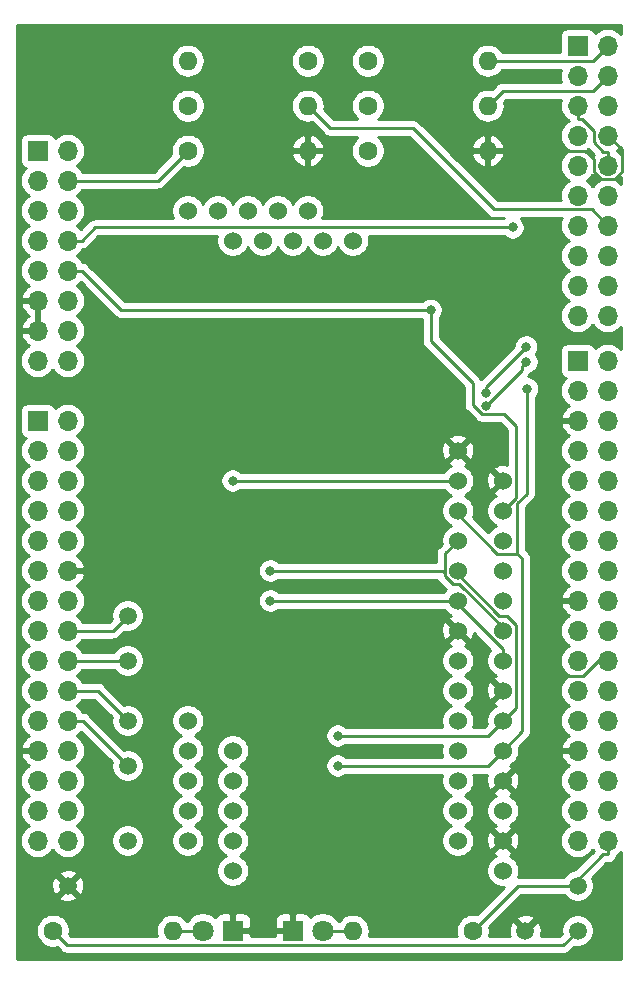
<source format=gbl>
G04 #@! TF.GenerationSoftware,KiCad,Pcbnew,5.1.0-060a0da~80~ubuntu16.04.1*
G04 #@! TF.CreationDate,2019-03-30T07:05:20+09:00*
G04 #@! TF.ProjectId,Akashi-02,416b6173-6869-42d3-9032-2e6b69636164,rev?*
G04 #@! TF.SameCoordinates,Original*
G04 #@! TF.FileFunction,Copper,L2,Bot*
G04 #@! TF.FilePolarity,Positive*
%FSLAX46Y46*%
G04 Gerber Fmt 4.6, Leading zero omitted, Abs format (unit mm)*
G04 Created by KiCad (PCBNEW 5.1.0-060a0da~80~ubuntu16.04.1) date 2019-03-30 07:05:20*
%MOMM*%
%LPD*%
G04 APERTURE LIST*
%ADD10O,1.700000X1.700000*%
%ADD11R,1.700000X1.700000*%
%ADD12C,1.500000*%
%ADD13O,1.600000X1.600000*%
%ADD14C,1.600000*%
%ADD15C,1.524000*%
%ADD16C,1.800000*%
%ADD17R,1.800000X1.800000*%
%ADD18C,0.800000*%
%ADD19C,0.250000*%
%ADD20C,0.254000*%
G04 APERTURE END LIST*
D10*
X154940000Y-80010000D03*
X152400000Y-80010000D03*
X154940000Y-77470000D03*
X152400000Y-77470000D03*
X154940000Y-74930000D03*
X152400000Y-74930000D03*
X154940000Y-72390000D03*
X152400000Y-72390000D03*
X154940000Y-69850000D03*
X152400000Y-69850000D03*
X154940000Y-67310000D03*
X152400000Y-67310000D03*
X154940000Y-64770000D03*
X152400000Y-64770000D03*
X154940000Y-62230000D03*
X152400000Y-62230000D03*
X154940000Y-59690000D03*
X152400000Y-59690000D03*
X154940000Y-57150000D03*
D11*
X152400000Y-57150000D03*
D12*
X114300000Y-114300000D03*
D10*
X154940000Y-124460000D03*
X152400000Y-124460000D03*
X154940000Y-121920000D03*
X152400000Y-121920000D03*
X154940000Y-119380000D03*
X152400000Y-119380000D03*
X154940000Y-116840000D03*
X152400000Y-116840000D03*
X154940000Y-114300000D03*
X152400000Y-114300000D03*
X154940000Y-111760000D03*
X152400000Y-111760000D03*
X154940000Y-109220000D03*
X152400000Y-109220000D03*
X154940000Y-106680000D03*
X152400000Y-106680000D03*
X154940000Y-104140000D03*
X152400000Y-104140000D03*
X154940000Y-101600000D03*
X152400000Y-101600000D03*
X154940000Y-99060000D03*
X152400000Y-99060000D03*
X154940000Y-96520000D03*
X152400000Y-96520000D03*
X154940000Y-93980000D03*
X152400000Y-93980000D03*
X154940000Y-91440000D03*
X152400000Y-91440000D03*
X154940000Y-88900000D03*
X152400000Y-88900000D03*
X154940000Y-86360000D03*
X152400000Y-86360000D03*
X154940000Y-83820000D03*
D11*
X152400000Y-83820000D03*
D10*
X109220000Y-124460000D03*
X106680000Y-124460000D03*
X109220000Y-121920000D03*
X106680000Y-121920000D03*
X109220000Y-119380000D03*
X106680000Y-119380000D03*
X109220000Y-116840000D03*
X106680000Y-116840000D03*
X109220000Y-114300000D03*
X106680000Y-114300000D03*
X109220000Y-111760000D03*
X106680000Y-111760000D03*
X109220000Y-109220000D03*
X106680000Y-109220000D03*
X109220000Y-106680000D03*
X106680000Y-106680000D03*
X109220000Y-104140000D03*
X106680000Y-104140000D03*
X109220000Y-101600000D03*
X106680000Y-101600000D03*
X109220000Y-99060000D03*
X106680000Y-99060000D03*
X109220000Y-96520000D03*
X106680000Y-96520000D03*
X109220000Y-93980000D03*
X106680000Y-93980000D03*
X109220000Y-91440000D03*
X106680000Y-91440000D03*
X109220000Y-88900000D03*
D11*
X106680000Y-88900000D03*
D10*
X109220000Y-83820000D03*
X106680000Y-83820000D03*
X109220000Y-81280000D03*
X106680000Y-81280000D03*
X109220000Y-78740000D03*
X106680000Y-78740000D03*
X109220000Y-76200000D03*
X106680000Y-76200000D03*
X109220000Y-73660000D03*
X106680000Y-73660000D03*
X109220000Y-71120000D03*
X106680000Y-71120000D03*
X109220000Y-68580000D03*
X106680000Y-68580000D03*
X109220000Y-66040000D03*
D11*
X106680000Y-66040000D03*
D13*
X119380000Y-58420000D03*
D14*
X129540000Y-58420000D03*
D13*
X129540000Y-66040000D03*
D14*
X119380000Y-66040000D03*
X119380000Y-62230000D03*
D13*
X129540000Y-62230000D03*
D14*
X107950000Y-132080000D03*
D13*
X118110000Y-132080000D03*
D14*
X143510000Y-132080000D03*
D13*
X133350000Y-132080000D03*
X144780000Y-58420000D03*
D14*
X134620000Y-58420000D03*
D12*
X114300000Y-105410000D03*
X114300000Y-109220000D03*
X114300000Y-118110000D03*
X114300000Y-124460000D03*
X109220000Y-128270000D03*
D15*
X133350000Y-73660000D03*
X130810000Y-73660000D03*
X128270000Y-73660000D03*
X125730000Y-73660000D03*
X123190000Y-73660000D03*
X123190000Y-116840000D03*
X123190000Y-119380000D03*
X123190000Y-121920000D03*
X123190000Y-124460000D03*
X123190000Y-127000000D03*
X146050000Y-93980000D03*
X146050000Y-96520000D03*
X146050000Y-99060000D03*
X146050000Y-101600000D03*
X146050000Y-104140000D03*
X146050000Y-106680000D03*
X146050000Y-109220000D03*
X146050000Y-111760000D03*
X146050000Y-114300000D03*
X146050000Y-116840000D03*
X146050000Y-119380000D03*
X146050000Y-121920000D03*
X146050000Y-124460000D03*
X146050000Y-127000000D03*
D12*
X152400000Y-132080000D03*
X152400000Y-128270000D03*
D16*
X120650000Y-132080000D03*
D17*
X123190000Y-132080000D03*
X128270000Y-132080000D03*
D16*
X130810000Y-132080000D03*
D14*
X134620000Y-62230000D03*
D13*
X144780000Y-62230000D03*
D14*
X134620000Y-66040000D03*
D13*
X144780000Y-66040000D03*
D15*
X129540000Y-71120000D03*
X127000000Y-71120000D03*
X124460000Y-71120000D03*
X121920000Y-71120000D03*
X119380000Y-71120000D03*
X119380000Y-114300000D03*
X119380000Y-116840000D03*
X119380000Y-119380000D03*
X119380000Y-121920000D03*
X119380000Y-124460000D03*
X142240000Y-91440000D03*
X142240000Y-93980000D03*
X142240000Y-96520000D03*
X142240000Y-99060000D03*
X142240000Y-101600000D03*
X142240000Y-104140000D03*
X142240000Y-106680000D03*
X142240000Y-109220000D03*
X142240000Y-111760000D03*
X142240000Y-114300000D03*
X142240000Y-116840000D03*
X142240000Y-119380000D03*
X142240000Y-121920000D03*
X142240000Y-124460000D03*
D12*
X147955000Y-132080000D03*
D18*
X144608200Y-86572100D03*
X148041500Y-82636500D03*
X126365000Y-101600000D03*
X126365000Y-104140000D03*
X140335000Y-85725000D03*
X142875000Y-83185000D03*
X134620000Y-81280000D03*
X135890000Y-74295000D03*
X134620000Y-78105000D03*
X135890000Y-71120000D03*
X149225000Y-111760000D03*
X146883300Y-72548900D03*
X139940500Y-79532900D03*
X132080000Y-115570000D03*
X144666800Y-87630000D03*
X148053499Y-83918499D03*
X123190000Y-93980000D03*
X148112174Y-86202826D03*
X132080000Y-118110000D03*
D19*
X144608200Y-86572100D02*
X144608200Y-86069800D01*
X144608200Y-86069800D02*
X148041500Y-82636500D01*
X141150000Y-102047700D02*
X141812900Y-102710600D01*
X141812900Y-102710600D02*
X142348700Y-102710600D01*
X142348700Y-102710600D02*
X146050000Y-106411900D01*
X146050000Y-106411900D02*
X146050000Y-106680000D01*
X142240000Y-99060000D02*
X141150000Y-100150000D01*
X114300000Y-105410000D02*
X113030000Y-106680000D01*
X113030000Y-106680000D02*
X109220000Y-106680000D01*
X140970000Y-101600000D02*
X141150000Y-101780000D01*
X126365000Y-101600000D02*
X140970000Y-101600000D01*
X141150000Y-101780000D02*
X141150000Y-102047700D01*
X141150000Y-100150000D02*
X141150000Y-101780000D01*
X153575001Y-71025001D02*
X145320001Y-71025001D01*
X154940000Y-72390000D02*
X153575001Y-71025001D01*
X145320001Y-71025001D02*
X138430000Y-64135000D01*
X131445000Y-64135000D02*
X129540000Y-62230000D01*
X138430000Y-64135000D02*
X131445000Y-64135000D01*
X154940000Y-67310000D02*
X154940000Y-66134700D01*
X152400000Y-62230000D02*
X152400000Y-63405300D01*
X152400000Y-63405300D02*
X152767400Y-63405300D01*
X152767400Y-63405300D02*
X153764700Y-64402600D01*
X153764700Y-64402600D02*
X153764700Y-65326800D01*
X153764700Y-65326800D02*
X154572600Y-66134700D01*
X154572600Y-66134700D02*
X154940000Y-66134700D01*
X146050000Y-109220000D02*
X146050000Y-108280200D01*
X146050000Y-108280200D02*
X142240000Y-104470200D01*
X142240000Y-104140000D02*
X142240000Y-104470200D01*
X114300000Y-109220000D02*
X110395300Y-109220000D01*
X109220000Y-109220000D02*
X110395300Y-109220000D01*
X126365000Y-104140000D02*
X142240000Y-104140000D01*
X153764999Y-67874001D02*
X153764999Y-66745999D01*
X154375999Y-68485001D02*
X153764999Y-67874001D01*
X154940000Y-64770000D02*
X156115001Y-65945001D01*
X156115001Y-65945001D02*
X156115001Y-67874001D01*
X153764999Y-66745999D02*
X153059000Y-66040000D01*
X156115001Y-67874001D02*
X155504001Y-68485001D01*
X155504001Y-68485001D02*
X154375999Y-68485001D01*
X153059000Y-66040000D02*
X151130000Y-66040000D01*
X146050000Y-93980000D02*
X145288001Y-93218001D01*
X154139002Y-109220000D02*
X152869002Y-110490000D01*
X154940000Y-109220000D02*
X154139002Y-109220000D01*
X152869002Y-110490000D02*
X149860000Y-110490000D01*
X109220000Y-73660000D02*
X110395300Y-73660000D01*
X146883300Y-72548900D02*
X111506400Y-72548900D01*
X111506400Y-72548900D02*
X110395300Y-73660000D01*
X154940000Y-59690000D02*
X153670000Y-60960000D01*
X146050000Y-60960000D02*
X144780000Y-62230000D01*
X153670000Y-60960000D02*
X146050000Y-60960000D01*
X147320000Y-58420000D02*
X144780000Y-58420000D01*
X154940000Y-57150000D02*
X153670000Y-58420000D01*
X153670000Y-58420000D02*
X147320000Y-58420000D01*
X109220000Y-76200000D02*
X110395300Y-76200000D01*
X139940500Y-79532900D02*
X113728200Y-79532900D01*
X113728200Y-79532900D02*
X110395300Y-76200000D01*
X143510000Y-85725000D02*
X139940500Y-82155500D01*
X143510000Y-87546202D02*
X143510000Y-85725000D01*
X144318799Y-88355001D02*
X143510000Y-87546202D01*
X146050000Y-96520000D02*
X147137001Y-95432999D01*
X146140001Y-88355001D02*
X144318799Y-88355001D01*
X147137001Y-95432999D02*
X147137001Y-89352001D01*
X139940500Y-82155500D02*
X139940500Y-79532900D01*
X147137001Y-89352001D02*
X146140001Y-88355001D01*
X142240000Y-101600000D02*
X142240000Y-101873400D01*
X142240000Y-101873400D02*
X145776600Y-105410000D01*
X145776600Y-105410000D02*
X146372000Y-105410000D01*
X146372000Y-105410000D02*
X147149300Y-106187300D01*
X147149300Y-106187300D02*
X147149300Y-113200700D01*
X147149300Y-113200700D02*
X146050000Y-114300000D01*
X114300000Y-114300000D02*
X111760000Y-111760000D01*
X111760000Y-111760000D02*
X109220000Y-111760000D01*
X144780000Y-115570000D02*
X146050000Y-114300000D01*
X132080000Y-115570000D02*
X144780000Y-115570000D01*
X154940000Y-124460000D02*
X154940000Y-125635300D01*
X151886700Y-128270000D02*
X152400000Y-128270000D01*
X143510000Y-132080000D02*
X147320000Y-128270000D01*
X147320000Y-128270000D02*
X151886700Y-128270000D01*
X151886700Y-128270000D02*
X154521400Y-125635300D01*
X154521400Y-125635300D02*
X154940000Y-125635300D01*
X107950000Y-132080000D02*
X109178000Y-133308000D01*
X109178000Y-133308000D02*
X151172000Y-133308000D01*
X151172000Y-133308000D02*
X152400000Y-132080000D01*
X120650000Y-132080000D02*
X118110000Y-132080000D01*
X130810000Y-132080000D02*
X133350000Y-132080000D01*
X119380000Y-66040000D02*
X116840000Y-68580000D01*
X116840000Y-68580000D02*
X109220000Y-68580000D01*
X147662164Y-84309834D02*
X148053499Y-83918499D01*
X123500100Y-93980000D02*
X142240000Y-93980000D01*
X147662164Y-84634636D02*
X144666800Y-87630000D01*
X147662164Y-84309834D02*
X147662164Y-84634636D01*
X123190000Y-93980000D02*
X123500100Y-93980000D01*
X147293000Y-100166500D02*
X147673900Y-100547400D01*
X147673900Y-100547400D02*
X147673900Y-115216100D01*
X147673900Y-115216100D02*
X146050000Y-116840000D01*
X142240000Y-96520000D02*
X142240000Y-96843000D01*
X142240000Y-96843000D02*
X145563500Y-100166500D01*
X145563500Y-100166500D02*
X147293000Y-100166500D01*
X114300000Y-118110000D02*
X110490000Y-114300000D01*
X110490000Y-114300000D02*
X109220000Y-114300000D01*
X148112174Y-95094236D02*
X148112174Y-90963226D01*
X147293000Y-95913410D02*
X148112174Y-95094236D01*
X147293000Y-100166500D02*
X147293000Y-95913410D01*
X148112174Y-90963226D02*
X148112174Y-86202826D01*
X144780000Y-118110000D02*
X146050000Y-116840000D01*
X132080000Y-118110000D02*
X144780000Y-118110000D01*
D20*
G36*
X156083000Y-56201931D02*
G01*
X155995134Y-56094866D01*
X155769014Y-55909294D01*
X155511034Y-55771401D01*
X155231111Y-55686487D01*
X155012950Y-55665000D01*
X154867050Y-55665000D01*
X154648889Y-55686487D01*
X154368966Y-55771401D01*
X154110986Y-55909294D01*
X153884866Y-56094866D01*
X153860393Y-56124687D01*
X153839502Y-56055820D01*
X153780537Y-55945506D01*
X153701185Y-55848815D01*
X153604494Y-55769463D01*
X153494180Y-55710498D01*
X153374482Y-55674188D01*
X153250000Y-55661928D01*
X151550000Y-55661928D01*
X151425518Y-55674188D01*
X151305820Y-55710498D01*
X151195506Y-55769463D01*
X151098815Y-55848815D01*
X151019463Y-55945506D01*
X150960498Y-56055820D01*
X150924188Y-56175518D01*
X150911928Y-56300000D01*
X150911928Y-57660000D01*
X146000901Y-57660000D01*
X145978932Y-57618899D01*
X145799608Y-57400392D01*
X145581101Y-57221068D01*
X145331808Y-57087818D01*
X145061309Y-57005764D01*
X144850492Y-56985000D01*
X144709508Y-56985000D01*
X144498691Y-57005764D01*
X144228192Y-57087818D01*
X143978899Y-57221068D01*
X143760392Y-57400392D01*
X143581068Y-57618899D01*
X143447818Y-57868192D01*
X143365764Y-58138691D01*
X143338057Y-58420000D01*
X143365764Y-58701309D01*
X143447818Y-58971808D01*
X143581068Y-59221101D01*
X143760392Y-59439608D01*
X143978899Y-59618932D01*
X144228192Y-59752182D01*
X144498691Y-59834236D01*
X144709508Y-59855000D01*
X144850492Y-59855000D01*
X145061309Y-59834236D01*
X145331808Y-59752182D01*
X145581101Y-59618932D01*
X145799608Y-59439608D01*
X145978932Y-59221101D01*
X146000901Y-59180000D01*
X151002886Y-59180000D01*
X150936487Y-59398889D01*
X150907815Y-59690000D01*
X150936487Y-59981111D01*
X151002886Y-60200000D01*
X146087322Y-60200000D01*
X146049999Y-60196324D01*
X146012676Y-60200000D01*
X146012667Y-60200000D01*
X145901014Y-60210997D01*
X145757753Y-60254454D01*
X145625724Y-60325026D01*
X145509999Y-60419999D01*
X145486201Y-60448997D01*
X145105906Y-60829292D01*
X145061309Y-60815764D01*
X144850492Y-60795000D01*
X144709508Y-60795000D01*
X144498691Y-60815764D01*
X144228192Y-60897818D01*
X143978899Y-61031068D01*
X143760392Y-61210392D01*
X143581068Y-61428899D01*
X143447818Y-61678192D01*
X143365764Y-61948691D01*
X143338057Y-62230000D01*
X143365764Y-62511309D01*
X143447818Y-62781808D01*
X143581068Y-63031101D01*
X143760392Y-63249608D01*
X143978899Y-63428932D01*
X144228192Y-63562182D01*
X144498691Y-63644236D01*
X144709508Y-63665000D01*
X144850492Y-63665000D01*
X145061309Y-63644236D01*
X145331808Y-63562182D01*
X145581101Y-63428932D01*
X145799608Y-63249608D01*
X145978932Y-63031101D01*
X146112182Y-62781808D01*
X146194236Y-62511309D01*
X146221943Y-62230000D01*
X146194236Y-61948691D01*
X146180708Y-61904094D01*
X146364802Y-61720000D01*
X151002886Y-61720000D01*
X150936487Y-61938889D01*
X150907815Y-62230000D01*
X150936487Y-62521111D01*
X151021401Y-62801034D01*
X151159294Y-63059014D01*
X151344866Y-63285134D01*
X151570986Y-63470706D01*
X151625791Y-63500000D01*
X151570986Y-63529294D01*
X151344866Y-63714866D01*
X151159294Y-63940986D01*
X151021401Y-64198966D01*
X150936487Y-64478889D01*
X150907815Y-64770000D01*
X150936487Y-65061111D01*
X151021401Y-65341034D01*
X151159294Y-65599014D01*
X151344866Y-65825134D01*
X151570986Y-66010706D01*
X151625791Y-66040000D01*
X151570986Y-66069294D01*
X151344866Y-66254866D01*
X151159294Y-66480986D01*
X151021401Y-66738966D01*
X150936487Y-67018889D01*
X150907815Y-67310000D01*
X150936487Y-67601111D01*
X151021401Y-67881034D01*
X151159294Y-68139014D01*
X151344866Y-68365134D01*
X151570986Y-68550706D01*
X151625791Y-68580000D01*
X151570986Y-68609294D01*
X151344866Y-68794866D01*
X151159294Y-69020986D01*
X151021401Y-69278966D01*
X150936487Y-69558889D01*
X150907815Y-69850000D01*
X150936487Y-70141111D01*
X150974069Y-70265001D01*
X145634803Y-70265001D01*
X141758841Y-66389039D01*
X143388096Y-66389039D01*
X143428754Y-66523087D01*
X143548963Y-66777420D01*
X143716481Y-67003414D01*
X143924869Y-67192385D01*
X144166119Y-67337070D01*
X144430960Y-67431909D01*
X144653000Y-67310624D01*
X144653000Y-66167000D01*
X144907000Y-66167000D01*
X144907000Y-67310624D01*
X145129040Y-67431909D01*
X145393881Y-67337070D01*
X145635131Y-67192385D01*
X145843519Y-67003414D01*
X146011037Y-66777420D01*
X146131246Y-66523087D01*
X146171904Y-66389039D01*
X146049915Y-66167000D01*
X144907000Y-66167000D01*
X144653000Y-66167000D01*
X143510085Y-66167000D01*
X143388096Y-66389039D01*
X141758841Y-66389039D01*
X141060763Y-65690961D01*
X143388096Y-65690961D01*
X143510085Y-65913000D01*
X144653000Y-65913000D01*
X144653000Y-64769376D01*
X144907000Y-64769376D01*
X144907000Y-65913000D01*
X146049915Y-65913000D01*
X146171904Y-65690961D01*
X146131246Y-65556913D01*
X146011037Y-65302580D01*
X145843519Y-65076586D01*
X145635131Y-64887615D01*
X145393881Y-64742930D01*
X145129040Y-64648091D01*
X144907000Y-64769376D01*
X144653000Y-64769376D01*
X144430960Y-64648091D01*
X144166119Y-64742930D01*
X143924869Y-64887615D01*
X143716481Y-65076586D01*
X143548963Y-65302580D01*
X143428754Y-65556913D01*
X143388096Y-65690961D01*
X141060763Y-65690961D01*
X138993804Y-63624003D01*
X138970001Y-63594999D01*
X138854276Y-63500026D01*
X138722247Y-63429454D01*
X138578986Y-63385997D01*
X138467333Y-63375000D01*
X138467322Y-63375000D01*
X138430000Y-63371324D01*
X138392678Y-63375000D01*
X135489317Y-63375000D01*
X135534759Y-63344637D01*
X135734637Y-63144759D01*
X135891680Y-62909727D01*
X135999853Y-62648574D01*
X136055000Y-62371335D01*
X136055000Y-62088665D01*
X135999853Y-61811426D01*
X135891680Y-61550273D01*
X135734637Y-61315241D01*
X135534759Y-61115363D01*
X135299727Y-60958320D01*
X135038574Y-60850147D01*
X134761335Y-60795000D01*
X134478665Y-60795000D01*
X134201426Y-60850147D01*
X133940273Y-60958320D01*
X133705241Y-61115363D01*
X133505363Y-61315241D01*
X133348320Y-61550273D01*
X133240147Y-61811426D01*
X133185000Y-62088665D01*
X133185000Y-62371335D01*
X133240147Y-62648574D01*
X133348320Y-62909727D01*
X133505363Y-63144759D01*
X133705241Y-63344637D01*
X133750683Y-63375000D01*
X131759802Y-63375000D01*
X130940708Y-62555906D01*
X130954236Y-62511309D01*
X130981943Y-62230000D01*
X130954236Y-61948691D01*
X130872182Y-61678192D01*
X130738932Y-61428899D01*
X130559608Y-61210392D01*
X130341101Y-61031068D01*
X130091808Y-60897818D01*
X129821309Y-60815764D01*
X129610492Y-60795000D01*
X129469508Y-60795000D01*
X129258691Y-60815764D01*
X128988192Y-60897818D01*
X128738899Y-61031068D01*
X128520392Y-61210392D01*
X128341068Y-61428899D01*
X128207818Y-61678192D01*
X128125764Y-61948691D01*
X128098057Y-62230000D01*
X128125764Y-62511309D01*
X128207818Y-62781808D01*
X128341068Y-63031101D01*
X128520392Y-63249608D01*
X128738899Y-63428932D01*
X128988192Y-63562182D01*
X129258691Y-63644236D01*
X129469508Y-63665000D01*
X129610492Y-63665000D01*
X129821309Y-63644236D01*
X129865906Y-63630708D01*
X130881200Y-64646002D01*
X130904999Y-64675001D01*
X131020724Y-64769974D01*
X131152753Y-64840546D01*
X131296014Y-64884003D01*
X131407667Y-64895000D01*
X131407677Y-64895000D01*
X131445000Y-64898676D01*
X131482323Y-64895000D01*
X133750683Y-64895000D01*
X133705241Y-64925363D01*
X133505363Y-65125241D01*
X133348320Y-65360273D01*
X133240147Y-65621426D01*
X133185000Y-65898665D01*
X133185000Y-66181335D01*
X133240147Y-66458574D01*
X133348320Y-66719727D01*
X133505363Y-66954759D01*
X133705241Y-67154637D01*
X133940273Y-67311680D01*
X134201426Y-67419853D01*
X134478665Y-67475000D01*
X134761335Y-67475000D01*
X135038574Y-67419853D01*
X135299727Y-67311680D01*
X135534759Y-67154637D01*
X135734637Y-66954759D01*
X135891680Y-66719727D01*
X135999853Y-66458574D01*
X136055000Y-66181335D01*
X136055000Y-65898665D01*
X135999853Y-65621426D01*
X135891680Y-65360273D01*
X135734637Y-65125241D01*
X135534759Y-64925363D01*
X135489317Y-64895000D01*
X138115199Y-64895000D01*
X144756201Y-71536003D01*
X144780000Y-71565002D01*
X144895725Y-71659975D01*
X145027754Y-71730547D01*
X145171015Y-71774004D01*
X145282668Y-71785001D01*
X145282678Y-71785001D01*
X145320001Y-71788677D01*
X145357324Y-71785001D01*
X146183488Y-71785001D01*
X146179589Y-71788900D01*
X130773212Y-71788900D01*
X130778005Y-71781727D01*
X130883314Y-71527490D01*
X130937000Y-71257592D01*
X130937000Y-70982408D01*
X130883314Y-70712510D01*
X130778005Y-70458273D01*
X130625120Y-70229465D01*
X130430535Y-70034880D01*
X130201727Y-69881995D01*
X129947490Y-69776686D01*
X129677592Y-69723000D01*
X129402408Y-69723000D01*
X129132510Y-69776686D01*
X128878273Y-69881995D01*
X128649465Y-70034880D01*
X128454880Y-70229465D01*
X128301995Y-70458273D01*
X128270000Y-70535515D01*
X128238005Y-70458273D01*
X128085120Y-70229465D01*
X127890535Y-70034880D01*
X127661727Y-69881995D01*
X127407490Y-69776686D01*
X127137592Y-69723000D01*
X126862408Y-69723000D01*
X126592510Y-69776686D01*
X126338273Y-69881995D01*
X126109465Y-70034880D01*
X125914880Y-70229465D01*
X125761995Y-70458273D01*
X125730000Y-70535515D01*
X125698005Y-70458273D01*
X125545120Y-70229465D01*
X125350535Y-70034880D01*
X125121727Y-69881995D01*
X124867490Y-69776686D01*
X124597592Y-69723000D01*
X124322408Y-69723000D01*
X124052510Y-69776686D01*
X123798273Y-69881995D01*
X123569465Y-70034880D01*
X123374880Y-70229465D01*
X123221995Y-70458273D01*
X123190000Y-70535515D01*
X123158005Y-70458273D01*
X123005120Y-70229465D01*
X122810535Y-70034880D01*
X122581727Y-69881995D01*
X122327490Y-69776686D01*
X122057592Y-69723000D01*
X121782408Y-69723000D01*
X121512510Y-69776686D01*
X121258273Y-69881995D01*
X121029465Y-70034880D01*
X120834880Y-70229465D01*
X120681995Y-70458273D01*
X120650000Y-70535515D01*
X120618005Y-70458273D01*
X120465120Y-70229465D01*
X120270535Y-70034880D01*
X120041727Y-69881995D01*
X119787490Y-69776686D01*
X119517592Y-69723000D01*
X119242408Y-69723000D01*
X118972510Y-69776686D01*
X118718273Y-69881995D01*
X118489465Y-70034880D01*
X118294880Y-70229465D01*
X118141995Y-70458273D01*
X118036686Y-70712510D01*
X117983000Y-70982408D01*
X117983000Y-71257592D01*
X118036686Y-71527490D01*
X118141995Y-71781727D01*
X118146788Y-71788900D01*
X111543725Y-71788900D01*
X111506400Y-71785224D01*
X111469075Y-71788900D01*
X111469067Y-71788900D01*
X111357414Y-71799897D01*
X111214153Y-71843354D01*
X111082124Y-71913926D01*
X110966399Y-72008899D01*
X110942601Y-72037897D01*
X110320434Y-72660064D01*
X110275134Y-72604866D01*
X110049014Y-72419294D01*
X109994209Y-72390000D01*
X110049014Y-72360706D01*
X110275134Y-72175134D01*
X110460706Y-71949014D01*
X110598599Y-71691034D01*
X110683513Y-71411111D01*
X110712185Y-71120000D01*
X110683513Y-70828889D01*
X110598599Y-70548966D01*
X110460706Y-70290986D01*
X110275134Y-70064866D01*
X110049014Y-69879294D01*
X109994209Y-69850000D01*
X110049014Y-69820706D01*
X110275134Y-69635134D01*
X110460706Y-69409014D01*
X110497595Y-69340000D01*
X116802678Y-69340000D01*
X116840000Y-69343676D01*
X116877322Y-69340000D01*
X116877333Y-69340000D01*
X116988986Y-69329003D01*
X117132247Y-69285546D01*
X117264276Y-69214974D01*
X117380001Y-69120001D01*
X117403804Y-69090997D01*
X119056114Y-67438688D01*
X119238665Y-67475000D01*
X119521335Y-67475000D01*
X119798574Y-67419853D01*
X120059727Y-67311680D01*
X120294759Y-67154637D01*
X120494637Y-66954759D01*
X120651680Y-66719727D01*
X120759853Y-66458574D01*
X120773684Y-66389039D01*
X128148096Y-66389039D01*
X128188754Y-66523087D01*
X128308963Y-66777420D01*
X128476481Y-67003414D01*
X128684869Y-67192385D01*
X128926119Y-67337070D01*
X129190960Y-67431909D01*
X129413000Y-67310624D01*
X129413000Y-66167000D01*
X129667000Y-66167000D01*
X129667000Y-67310624D01*
X129889040Y-67431909D01*
X130153881Y-67337070D01*
X130395131Y-67192385D01*
X130603519Y-67003414D01*
X130771037Y-66777420D01*
X130891246Y-66523087D01*
X130931904Y-66389039D01*
X130809915Y-66167000D01*
X129667000Y-66167000D01*
X129413000Y-66167000D01*
X128270085Y-66167000D01*
X128148096Y-66389039D01*
X120773684Y-66389039D01*
X120815000Y-66181335D01*
X120815000Y-65898665D01*
X120773685Y-65690961D01*
X128148096Y-65690961D01*
X128270085Y-65913000D01*
X129413000Y-65913000D01*
X129413000Y-64769376D01*
X129667000Y-64769376D01*
X129667000Y-65913000D01*
X130809915Y-65913000D01*
X130931904Y-65690961D01*
X130891246Y-65556913D01*
X130771037Y-65302580D01*
X130603519Y-65076586D01*
X130395131Y-64887615D01*
X130153881Y-64742930D01*
X129889040Y-64648091D01*
X129667000Y-64769376D01*
X129413000Y-64769376D01*
X129190960Y-64648091D01*
X128926119Y-64742930D01*
X128684869Y-64887615D01*
X128476481Y-65076586D01*
X128308963Y-65302580D01*
X128188754Y-65556913D01*
X128148096Y-65690961D01*
X120773685Y-65690961D01*
X120759853Y-65621426D01*
X120651680Y-65360273D01*
X120494637Y-65125241D01*
X120294759Y-64925363D01*
X120059727Y-64768320D01*
X119798574Y-64660147D01*
X119521335Y-64605000D01*
X119238665Y-64605000D01*
X118961426Y-64660147D01*
X118700273Y-64768320D01*
X118465241Y-64925363D01*
X118265363Y-65125241D01*
X118108320Y-65360273D01*
X118000147Y-65621426D01*
X117945000Y-65898665D01*
X117945000Y-66181335D01*
X117981312Y-66363886D01*
X116525199Y-67820000D01*
X110497595Y-67820000D01*
X110460706Y-67750986D01*
X110275134Y-67524866D01*
X110049014Y-67339294D01*
X109994209Y-67310000D01*
X110049014Y-67280706D01*
X110275134Y-67095134D01*
X110460706Y-66869014D01*
X110598599Y-66611034D01*
X110683513Y-66331111D01*
X110712185Y-66040000D01*
X110683513Y-65748889D01*
X110598599Y-65468966D01*
X110460706Y-65210986D01*
X110275134Y-64984866D01*
X110049014Y-64799294D01*
X109791034Y-64661401D01*
X109511111Y-64576487D01*
X109292950Y-64555000D01*
X109147050Y-64555000D01*
X108928889Y-64576487D01*
X108648966Y-64661401D01*
X108390986Y-64799294D01*
X108164866Y-64984866D01*
X108140393Y-65014687D01*
X108119502Y-64945820D01*
X108060537Y-64835506D01*
X107981185Y-64738815D01*
X107884494Y-64659463D01*
X107774180Y-64600498D01*
X107654482Y-64564188D01*
X107530000Y-64551928D01*
X105830000Y-64551928D01*
X105705518Y-64564188D01*
X105585820Y-64600498D01*
X105475506Y-64659463D01*
X105378815Y-64738815D01*
X105299463Y-64835506D01*
X105240498Y-64945820D01*
X105204188Y-65065518D01*
X105191928Y-65190000D01*
X105191928Y-66890000D01*
X105204188Y-67014482D01*
X105240498Y-67134180D01*
X105299463Y-67244494D01*
X105378815Y-67341185D01*
X105475506Y-67420537D01*
X105585820Y-67479502D01*
X105654687Y-67500393D01*
X105624866Y-67524866D01*
X105439294Y-67750986D01*
X105301401Y-68008966D01*
X105216487Y-68288889D01*
X105187815Y-68580000D01*
X105216487Y-68871111D01*
X105301401Y-69151034D01*
X105439294Y-69409014D01*
X105624866Y-69635134D01*
X105850986Y-69820706D01*
X105905791Y-69850000D01*
X105850986Y-69879294D01*
X105624866Y-70064866D01*
X105439294Y-70290986D01*
X105301401Y-70548966D01*
X105216487Y-70828889D01*
X105187815Y-71120000D01*
X105216487Y-71411111D01*
X105301401Y-71691034D01*
X105439294Y-71949014D01*
X105624866Y-72175134D01*
X105850986Y-72360706D01*
X105905791Y-72390000D01*
X105850986Y-72419294D01*
X105624866Y-72604866D01*
X105439294Y-72830986D01*
X105301401Y-73088966D01*
X105216487Y-73368889D01*
X105187815Y-73660000D01*
X105216487Y-73951111D01*
X105301401Y-74231034D01*
X105439294Y-74489014D01*
X105624866Y-74715134D01*
X105850986Y-74900706D01*
X105905791Y-74930000D01*
X105850986Y-74959294D01*
X105624866Y-75144866D01*
X105439294Y-75370986D01*
X105301401Y-75628966D01*
X105216487Y-75908889D01*
X105187815Y-76200000D01*
X105216487Y-76491111D01*
X105301401Y-76771034D01*
X105439294Y-77029014D01*
X105624866Y-77255134D01*
X105850986Y-77440706D01*
X105915523Y-77475201D01*
X105798645Y-77544822D01*
X105582412Y-77739731D01*
X105408359Y-77973080D01*
X105283175Y-78235901D01*
X105238524Y-78383110D01*
X105359845Y-78613000D01*
X106553000Y-78613000D01*
X106553000Y-78593000D01*
X106807000Y-78593000D01*
X106807000Y-78613000D01*
X106827000Y-78613000D01*
X106827000Y-78867000D01*
X106807000Y-78867000D01*
X106807000Y-81153000D01*
X106827000Y-81153000D01*
X106827000Y-81407000D01*
X106807000Y-81407000D01*
X106807000Y-81427000D01*
X106553000Y-81427000D01*
X106553000Y-81407000D01*
X105359845Y-81407000D01*
X105238524Y-81636890D01*
X105283175Y-81784099D01*
X105408359Y-82046920D01*
X105582412Y-82280269D01*
X105798645Y-82475178D01*
X105915523Y-82544799D01*
X105850986Y-82579294D01*
X105624866Y-82764866D01*
X105439294Y-82990986D01*
X105301401Y-83248966D01*
X105216487Y-83528889D01*
X105187815Y-83820000D01*
X105216487Y-84111111D01*
X105301401Y-84391034D01*
X105439294Y-84649014D01*
X105624866Y-84875134D01*
X105850986Y-85060706D01*
X106108966Y-85198599D01*
X106388889Y-85283513D01*
X106607050Y-85305000D01*
X106752950Y-85305000D01*
X106971111Y-85283513D01*
X107251034Y-85198599D01*
X107509014Y-85060706D01*
X107735134Y-84875134D01*
X107920706Y-84649014D01*
X107950000Y-84594209D01*
X107979294Y-84649014D01*
X108164866Y-84875134D01*
X108390986Y-85060706D01*
X108648966Y-85198599D01*
X108928889Y-85283513D01*
X109147050Y-85305000D01*
X109292950Y-85305000D01*
X109511111Y-85283513D01*
X109791034Y-85198599D01*
X110049014Y-85060706D01*
X110275134Y-84875134D01*
X110460706Y-84649014D01*
X110598599Y-84391034D01*
X110683513Y-84111111D01*
X110712185Y-83820000D01*
X110683513Y-83528889D01*
X110598599Y-83248966D01*
X110460706Y-82990986D01*
X110275134Y-82764866D01*
X110049014Y-82579294D01*
X109994209Y-82550000D01*
X110049014Y-82520706D01*
X110275134Y-82335134D01*
X110460706Y-82109014D01*
X110598599Y-81851034D01*
X110683513Y-81571111D01*
X110712185Y-81280000D01*
X110683513Y-80988889D01*
X110598599Y-80708966D01*
X110460706Y-80450986D01*
X110275134Y-80224866D01*
X110049014Y-80039294D01*
X109994209Y-80010000D01*
X110049014Y-79980706D01*
X110275134Y-79795134D01*
X110460706Y-79569014D01*
X110598599Y-79311034D01*
X110683513Y-79031111D01*
X110712185Y-78740000D01*
X110683513Y-78448889D01*
X110598599Y-78168966D01*
X110460706Y-77910986D01*
X110275134Y-77684866D01*
X110049014Y-77499294D01*
X109994209Y-77470000D01*
X110049014Y-77440706D01*
X110275134Y-77255134D01*
X110320434Y-77199936D01*
X113164405Y-80043908D01*
X113188199Y-80072901D01*
X113217192Y-80096695D01*
X113217196Y-80096699D01*
X113243882Y-80118599D01*
X113303924Y-80167874D01*
X113435953Y-80238446D01*
X113579214Y-80281903D01*
X113690867Y-80292900D01*
X113690876Y-80292900D01*
X113728199Y-80296576D01*
X113765522Y-80292900D01*
X139180501Y-80292900D01*
X139180500Y-82118177D01*
X139176824Y-82155500D01*
X139180500Y-82192822D01*
X139180500Y-82192832D01*
X139191497Y-82304485D01*
X139214555Y-82380498D01*
X139234954Y-82447746D01*
X139305526Y-82579776D01*
X139322792Y-82600814D01*
X139400499Y-82695501D01*
X139429503Y-82719304D01*
X142750001Y-86039803D01*
X142750000Y-87508879D01*
X142746324Y-87546202D01*
X142750000Y-87583524D01*
X142750000Y-87583534D01*
X142760997Y-87695187D01*
X142794557Y-87805820D01*
X142804454Y-87838448D01*
X142875026Y-87970478D01*
X142914871Y-88019028D01*
X142969999Y-88086203D01*
X142999002Y-88110005D01*
X143755000Y-88866003D01*
X143778798Y-88895002D01*
X143807796Y-88918800D01*
X143894523Y-88989975D01*
X144026552Y-89060547D01*
X144169813Y-89104004D01*
X144318799Y-89118678D01*
X144356132Y-89115001D01*
X145825200Y-89115001D01*
X146377002Y-89666804D01*
X146377001Y-92621777D01*
X146252865Y-92590977D01*
X145977983Y-92578090D01*
X145705867Y-92619078D01*
X145446977Y-92712364D01*
X145331020Y-92774344D01*
X145264040Y-93014435D01*
X146050000Y-93800395D01*
X146064143Y-93786253D01*
X146243748Y-93965858D01*
X146229605Y-93980000D01*
X146243748Y-93994143D01*
X146064143Y-94173748D01*
X146050000Y-94159605D01*
X145264040Y-94945565D01*
X145331020Y-95185656D01*
X145466760Y-95249485D01*
X145388273Y-95281995D01*
X145159465Y-95434880D01*
X144964880Y-95629465D01*
X144811995Y-95858273D01*
X144706686Y-96112510D01*
X144653000Y-96382408D01*
X144653000Y-96657592D01*
X144706686Y-96927490D01*
X144811995Y-97181727D01*
X144964880Y-97410535D01*
X145159465Y-97605120D01*
X145388273Y-97758005D01*
X145465515Y-97790000D01*
X145388273Y-97821995D01*
X145159465Y-97974880D01*
X144964880Y-98169465D01*
X144835258Y-98363457D01*
X143529415Y-97057614D01*
X143583314Y-96927490D01*
X143637000Y-96657592D01*
X143637000Y-96382408D01*
X143583314Y-96112510D01*
X143478005Y-95858273D01*
X143325120Y-95629465D01*
X143130535Y-95434880D01*
X142901727Y-95281995D01*
X142824485Y-95250000D01*
X142901727Y-95218005D01*
X143130535Y-95065120D01*
X143325120Y-94870535D01*
X143478005Y-94641727D01*
X143583314Y-94387490D01*
X143637000Y-94117592D01*
X143637000Y-94052017D01*
X144648090Y-94052017D01*
X144689078Y-94324133D01*
X144782364Y-94583023D01*
X144844344Y-94698980D01*
X145084435Y-94765960D01*
X145870395Y-93980000D01*
X145084435Y-93194040D01*
X144844344Y-93261020D01*
X144727244Y-93510048D01*
X144660977Y-93777135D01*
X144648090Y-94052017D01*
X143637000Y-94052017D01*
X143637000Y-93842408D01*
X143583314Y-93572510D01*
X143478005Y-93318273D01*
X143325120Y-93089465D01*
X143130535Y-92894880D01*
X142901727Y-92741995D01*
X142830057Y-92712308D01*
X142843023Y-92707636D01*
X142958980Y-92645656D01*
X143025960Y-92405565D01*
X142240000Y-91619605D01*
X141454040Y-92405565D01*
X141521020Y-92645656D01*
X141656760Y-92709485D01*
X141578273Y-92741995D01*
X141349465Y-92894880D01*
X141154880Y-93089465D01*
X141067659Y-93220000D01*
X123893711Y-93220000D01*
X123849774Y-93176063D01*
X123680256Y-93062795D01*
X123491898Y-92984774D01*
X123291939Y-92945000D01*
X123088061Y-92945000D01*
X122888102Y-92984774D01*
X122699744Y-93062795D01*
X122530226Y-93176063D01*
X122386063Y-93320226D01*
X122272795Y-93489744D01*
X122194774Y-93678102D01*
X122155000Y-93878061D01*
X122155000Y-94081939D01*
X122194774Y-94281898D01*
X122272795Y-94470256D01*
X122386063Y-94639774D01*
X122530226Y-94783937D01*
X122699744Y-94897205D01*
X122888102Y-94975226D01*
X123088061Y-95015000D01*
X123291939Y-95015000D01*
X123491898Y-94975226D01*
X123680256Y-94897205D01*
X123849774Y-94783937D01*
X123893711Y-94740000D01*
X141067659Y-94740000D01*
X141154880Y-94870535D01*
X141349465Y-95065120D01*
X141578273Y-95218005D01*
X141655515Y-95250000D01*
X141578273Y-95281995D01*
X141349465Y-95434880D01*
X141154880Y-95629465D01*
X141001995Y-95858273D01*
X140896686Y-96112510D01*
X140843000Y-96382408D01*
X140843000Y-96657592D01*
X140896686Y-96927490D01*
X141001995Y-97181727D01*
X141154880Y-97410535D01*
X141349465Y-97605120D01*
X141578273Y-97758005D01*
X141655515Y-97790000D01*
X141578273Y-97821995D01*
X141349465Y-97974880D01*
X141154880Y-98169465D01*
X141001995Y-98398273D01*
X140896686Y-98652510D01*
X140843000Y-98922408D01*
X140843000Y-99197592D01*
X140873628Y-99351571D01*
X140639002Y-99586196D01*
X140609999Y-99609999D01*
X140572660Y-99655497D01*
X140515026Y-99725724D01*
X140506207Y-99742224D01*
X140444454Y-99857754D01*
X140400997Y-100001015D01*
X140390000Y-100112668D01*
X140390000Y-100112678D01*
X140386324Y-100150000D01*
X140390000Y-100187323D01*
X140390000Y-100840000D01*
X127068711Y-100840000D01*
X127024774Y-100796063D01*
X126855256Y-100682795D01*
X126666898Y-100604774D01*
X126466939Y-100565000D01*
X126263061Y-100565000D01*
X126063102Y-100604774D01*
X125874744Y-100682795D01*
X125705226Y-100796063D01*
X125561063Y-100940226D01*
X125447795Y-101109744D01*
X125369774Y-101298102D01*
X125330000Y-101498061D01*
X125330000Y-101701939D01*
X125369774Y-101901898D01*
X125447795Y-102090256D01*
X125561063Y-102259774D01*
X125705226Y-102403937D01*
X125874744Y-102517205D01*
X126063102Y-102595226D01*
X126263061Y-102635000D01*
X126466939Y-102635000D01*
X126666898Y-102595226D01*
X126855256Y-102517205D01*
X127024774Y-102403937D01*
X127068711Y-102360000D01*
X140455173Y-102360000D01*
X140515026Y-102471976D01*
X140609999Y-102587701D01*
X140639001Y-102611502D01*
X141215922Y-103188423D01*
X141154880Y-103249465D01*
X141067659Y-103380000D01*
X127068711Y-103380000D01*
X127024774Y-103336063D01*
X126855256Y-103222795D01*
X126666898Y-103144774D01*
X126466939Y-103105000D01*
X126263061Y-103105000D01*
X126063102Y-103144774D01*
X125874744Y-103222795D01*
X125705226Y-103336063D01*
X125561063Y-103480226D01*
X125447795Y-103649744D01*
X125369774Y-103838102D01*
X125330000Y-104038061D01*
X125330000Y-104241939D01*
X125369774Y-104441898D01*
X125447795Y-104630256D01*
X125561063Y-104799774D01*
X125705226Y-104943937D01*
X125874744Y-105057205D01*
X126063102Y-105135226D01*
X126263061Y-105175000D01*
X126466939Y-105175000D01*
X126666898Y-105135226D01*
X126855256Y-105057205D01*
X127024774Y-104943937D01*
X127068711Y-104900000D01*
X141067659Y-104900000D01*
X141154880Y-105030535D01*
X141349465Y-105225120D01*
X141578273Y-105378005D01*
X141649943Y-105407692D01*
X141636977Y-105412364D01*
X141521020Y-105474344D01*
X141454040Y-105714435D01*
X142240000Y-106500395D01*
X142254143Y-106486253D01*
X142433748Y-106665858D01*
X142419605Y-106680000D01*
X143205565Y-107465960D01*
X143445656Y-107398980D01*
X143562756Y-107149952D01*
X143618853Y-106923855D01*
X144994672Y-108299673D01*
X144964880Y-108329465D01*
X144811995Y-108558273D01*
X144706686Y-108812510D01*
X144653000Y-109082408D01*
X144653000Y-109357592D01*
X144706686Y-109627490D01*
X144811995Y-109881727D01*
X144964880Y-110110535D01*
X145159465Y-110305120D01*
X145388273Y-110458005D01*
X145459943Y-110487692D01*
X145446977Y-110492364D01*
X145331020Y-110554344D01*
X145264040Y-110794435D01*
X146050000Y-111580395D01*
X146064143Y-111566253D01*
X146243748Y-111745858D01*
X146229605Y-111760000D01*
X146243748Y-111774143D01*
X146064143Y-111953748D01*
X146050000Y-111939605D01*
X145264040Y-112725565D01*
X145331020Y-112965656D01*
X145466760Y-113029485D01*
X145388273Y-113061995D01*
X145159465Y-113214880D01*
X144964880Y-113409465D01*
X144811995Y-113638273D01*
X144706686Y-113892510D01*
X144653000Y-114162408D01*
X144653000Y-114437592D01*
X144683628Y-114591570D01*
X144465199Y-114810000D01*
X143540853Y-114810000D01*
X143583314Y-114707490D01*
X143637000Y-114437592D01*
X143637000Y-114162408D01*
X143583314Y-113892510D01*
X143478005Y-113638273D01*
X143325120Y-113409465D01*
X143130535Y-113214880D01*
X142901727Y-113061995D01*
X142824485Y-113030000D01*
X142901727Y-112998005D01*
X143130535Y-112845120D01*
X143325120Y-112650535D01*
X143478005Y-112421727D01*
X143583314Y-112167490D01*
X143637000Y-111897592D01*
X143637000Y-111832017D01*
X144648090Y-111832017D01*
X144689078Y-112104133D01*
X144782364Y-112363023D01*
X144844344Y-112478980D01*
X145084435Y-112545960D01*
X145870395Y-111760000D01*
X145084435Y-110974040D01*
X144844344Y-111041020D01*
X144727244Y-111290048D01*
X144660977Y-111557135D01*
X144648090Y-111832017D01*
X143637000Y-111832017D01*
X143637000Y-111622408D01*
X143583314Y-111352510D01*
X143478005Y-111098273D01*
X143325120Y-110869465D01*
X143130535Y-110674880D01*
X142901727Y-110521995D01*
X142824485Y-110490000D01*
X142901727Y-110458005D01*
X143130535Y-110305120D01*
X143325120Y-110110535D01*
X143478005Y-109881727D01*
X143583314Y-109627490D01*
X143637000Y-109357592D01*
X143637000Y-109082408D01*
X143583314Y-108812510D01*
X143478005Y-108558273D01*
X143325120Y-108329465D01*
X143130535Y-108134880D01*
X142901727Y-107981995D01*
X142830057Y-107952308D01*
X142843023Y-107947636D01*
X142958980Y-107885656D01*
X143025960Y-107645565D01*
X142240000Y-106859605D01*
X141454040Y-107645565D01*
X141521020Y-107885656D01*
X141656760Y-107949485D01*
X141578273Y-107981995D01*
X141349465Y-108134880D01*
X141154880Y-108329465D01*
X141001995Y-108558273D01*
X140896686Y-108812510D01*
X140843000Y-109082408D01*
X140843000Y-109357592D01*
X140896686Y-109627490D01*
X141001995Y-109881727D01*
X141154880Y-110110535D01*
X141349465Y-110305120D01*
X141578273Y-110458005D01*
X141655515Y-110490000D01*
X141578273Y-110521995D01*
X141349465Y-110674880D01*
X141154880Y-110869465D01*
X141001995Y-111098273D01*
X140896686Y-111352510D01*
X140843000Y-111622408D01*
X140843000Y-111897592D01*
X140896686Y-112167490D01*
X141001995Y-112421727D01*
X141154880Y-112650535D01*
X141349465Y-112845120D01*
X141578273Y-112998005D01*
X141655515Y-113030000D01*
X141578273Y-113061995D01*
X141349465Y-113214880D01*
X141154880Y-113409465D01*
X141001995Y-113638273D01*
X140896686Y-113892510D01*
X140843000Y-114162408D01*
X140843000Y-114437592D01*
X140896686Y-114707490D01*
X140939147Y-114810000D01*
X132783711Y-114810000D01*
X132739774Y-114766063D01*
X132570256Y-114652795D01*
X132381898Y-114574774D01*
X132181939Y-114535000D01*
X131978061Y-114535000D01*
X131778102Y-114574774D01*
X131589744Y-114652795D01*
X131420226Y-114766063D01*
X131276063Y-114910226D01*
X131162795Y-115079744D01*
X131084774Y-115268102D01*
X131045000Y-115468061D01*
X131045000Y-115671939D01*
X131084774Y-115871898D01*
X131162795Y-116060256D01*
X131276063Y-116229774D01*
X131420226Y-116373937D01*
X131589744Y-116487205D01*
X131778102Y-116565226D01*
X131978061Y-116605000D01*
X132181939Y-116605000D01*
X132381898Y-116565226D01*
X132570256Y-116487205D01*
X132739774Y-116373937D01*
X132783711Y-116330000D01*
X140939147Y-116330000D01*
X140896686Y-116432510D01*
X140843000Y-116702408D01*
X140843000Y-116977592D01*
X140896686Y-117247490D01*
X140939147Y-117350000D01*
X132783711Y-117350000D01*
X132739774Y-117306063D01*
X132570256Y-117192795D01*
X132381898Y-117114774D01*
X132181939Y-117075000D01*
X131978061Y-117075000D01*
X131778102Y-117114774D01*
X131589744Y-117192795D01*
X131420226Y-117306063D01*
X131276063Y-117450226D01*
X131162795Y-117619744D01*
X131084774Y-117808102D01*
X131045000Y-118008061D01*
X131045000Y-118211939D01*
X131084774Y-118411898D01*
X131162795Y-118600256D01*
X131276063Y-118769774D01*
X131420226Y-118913937D01*
X131589744Y-119027205D01*
X131778102Y-119105226D01*
X131978061Y-119145000D01*
X132181939Y-119145000D01*
X132381898Y-119105226D01*
X132570256Y-119027205D01*
X132739774Y-118913937D01*
X132783711Y-118870000D01*
X140939147Y-118870000D01*
X140896686Y-118972510D01*
X140843000Y-119242408D01*
X140843000Y-119517592D01*
X140896686Y-119787490D01*
X141001995Y-120041727D01*
X141154880Y-120270535D01*
X141349465Y-120465120D01*
X141578273Y-120618005D01*
X141655515Y-120650000D01*
X141578273Y-120681995D01*
X141349465Y-120834880D01*
X141154880Y-121029465D01*
X141001995Y-121258273D01*
X140896686Y-121512510D01*
X140843000Y-121782408D01*
X140843000Y-122057592D01*
X140896686Y-122327490D01*
X141001995Y-122581727D01*
X141154880Y-122810535D01*
X141349465Y-123005120D01*
X141578273Y-123158005D01*
X141655515Y-123190000D01*
X141578273Y-123221995D01*
X141349465Y-123374880D01*
X141154880Y-123569465D01*
X141001995Y-123798273D01*
X140896686Y-124052510D01*
X140843000Y-124322408D01*
X140843000Y-124597592D01*
X140896686Y-124867490D01*
X141001995Y-125121727D01*
X141154880Y-125350535D01*
X141349465Y-125545120D01*
X141578273Y-125698005D01*
X141832510Y-125803314D01*
X142102408Y-125857000D01*
X142377592Y-125857000D01*
X142647490Y-125803314D01*
X142901727Y-125698005D01*
X143130535Y-125545120D01*
X143325120Y-125350535D01*
X143478005Y-125121727D01*
X143583314Y-124867490D01*
X143637000Y-124597592D01*
X143637000Y-124532017D01*
X144648090Y-124532017D01*
X144689078Y-124804133D01*
X144782364Y-125063023D01*
X144844344Y-125178980D01*
X145084435Y-125245960D01*
X145870395Y-124460000D01*
X146229605Y-124460000D01*
X147015565Y-125245960D01*
X147255656Y-125178980D01*
X147372756Y-124929952D01*
X147439023Y-124662865D01*
X147451910Y-124387983D01*
X147410922Y-124115867D01*
X147317636Y-123856977D01*
X147255656Y-123741020D01*
X147015565Y-123674040D01*
X146229605Y-124460000D01*
X145870395Y-124460000D01*
X145084435Y-123674040D01*
X144844344Y-123741020D01*
X144727244Y-123990048D01*
X144660977Y-124257135D01*
X144648090Y-124532017D01*
X143637000Y-124532017D01*
X143637000Y-124322408D01*
X143583314Y-124052510D01*
X143478005Y-123798273D01*
X143325120Y-123569465D01*
X143130535Y-123374880D01*
X142901727Y-123221995D01*
X142824485Y-123190000D01*
X142901727Y-123158005D01*
X143130535Y-123005120D01*
X143325120Y-122810535D01*
X143478005Y-122581727D01*
X143583314Y-122327490D01*
X143637000Y-122057592D01*
X143637000Y-121782408D01*
X144653000Y-121782408D01*
X144653000Y-122057592D01*
X144706686Y-122327490D01*
X144811995Y-122581727D01*
X144964880Y-122810535D01*
X145159465Y-123005120D01*
X145388273Y-123158005D01*
X145459943Y-123187692D01*
X145446977Y-123192364D01*
X145331020Y-123254344D01*
X145264040Y-123494435D01*
X146050000Y-124280395D01*
X146835960Y-123494435D01*
X146768980Y-123254344D01*
X146633240Y-123190515D01*
X146711727Y-123158005D01*
X146940535Y-123005120D01*
X147135120Y-122810535D01*
X147288005Y-122581727D01*
X147393314Y-122327490D01*
X147447000Y-122057592D01*
X147447000Y-121782408D01*
X147393314Y-121512510D01*
X147288005Y-121258273D01*
X147135120Y-121029465D01*
X146940535Y-120834880D01*
X146711727Y-120681995D01*
X146640057Y-120652308D01*
X146653023Y-120647636D01*
X146768980Y-120585656D01*
X146835960Y-120345565D01*
X146050000Y-119559605D01*
X145264040Y-120345565D01*
X145331020Y-120585656D01*
X145466760Y-120649485D01*
X145388273Y-120681995D01*
X145159465Y-120834880D01*
X144964880Y-121029465D01*
X144811995Y-121258273D01*
X144706686Y-121512510D01*
X144653000Y-121782408D01*
X143637000Y-121782408D01*
X143583314Y-121512510D01*
X143478005Y-121258273D01*
X143325120Y-121029465D01*
X143130535Y-120834880D01*
X142901727Y-120681995D01*
X142824485Y-120650000D01*
X142901727Y-120618005D01*
X143130535Y-120465120D01*
X143325120Y-120270535D01*
X143478005Y-120041727D01*
X143583314Y-119787490D01*
X143637000Y-119517592D01*
X143637000Y-119242408D01*
X143583314Y-118972510D01*
X143540853Y-118870000D01*
X144742678Y-118870000D01*
X144745925Y-118870320D01*
X144727244Y-118910048D01*
X144660977Y-119177135D01*
X144648090Y-119452017D01*
X144689078Y-119724133D01*
X144782364Y-119983023D01*
X144844344Y-120098980D01*
X145084435Y-120165960D01*
X145870395Y-119380000D01*
X146229605Y-119380000D01*
X147015565Y-120165960D01*
X147255656Y-120098980D01*
X147372756Y-119849952D01*
X147439023Y-119582865D01*
X147451910Y-119307983D01*
X147410922Y-119035867D01*
X147317636Y-118776977D01*
X147255656Y-118661020D01*
X147015565Y-118594040D01*
X146229605Y-119380000D01*
X145870395Y-119380000D01*
X145856253Y-119365858D01*
X146035858Y-119186253D01*
X146050000Y-119200395D01*
X146835960Y-118414435D01*
X146768980Y-118174344D01*
X146633240Y-118110515D01*
X146711727Y-118078005D01*
X146940535Y-117925120D01*
X147135120Y-117730535D01*
X147288005Y-117501727D01*
X147393314Y-117247490D01*
X147447000Y-116977592D01*
X147447000Y-116702408D01*
X147416372Y-116548430D01*
X148184908Y-115779895D01*
X148213901Y-115756101D01*
X148237695Y-115727108D01*
X148237699Y-115727104D01*
X148308873Y-115640377D01*
X148329389Y-115601995D01*
X148379446Y-115508347D01*
X148422903Y-115365086D01*
X148433900Y-115253433D01*
X148433900Y-115253424D01*
X148437576Y-115216101D01*
X148433900Y-115178778D01*
X148433900Y-100584723D01*
X148437576Y-100547400D01*
X148433900Y-100510077D01*
X148433900Y-100510067D01*
X148422903Y-100398414D01*
X148379446Y-100255153D01*
X148308874Y-100123124D01*
X148213901Y-100007399D01*
X148184898Y-99983597D01*
X148053000Y-99851699D01*
X148053000Y-96228211D01*
X148623178Y-95658034D01*
X148652175Y-95634237D01*
X148695058Y-95581984D01*
X148747148Y-95518513D01*
X148817720Y-95386483D01*
X148826178Y-95358599D01*
X148861177Y-95243222D01*
X148872174Y-95131569D01*
X148872174Y-95131559D01*
X148875850Y-95094236D01*
X148872174Y-95056914D01*
X148872174Y-86906537D01*
X148916111Y-86862600D01*
X149029379Y-86693082D01*
X149107400Y-86504724D01*
X149147174Y-86304765D01*
X149147174Y-86100887D01*
X149107400Y-85900928D01*
X149029379Y-85712570D01*
X148916111Y-85543052D01*
X148771948Y-85398889D01*
X148602430Y-85285621D01*
X148414072Y-85207600D01*
X148214113Y-85167826D01*
X148207755Y-85167826D01*
X148225959Y-85145644D01*
X148225963Y-85145640D01*
X148297137Y-85058913D01*
X148297138Y-85058912D01*
X148367710Y-84926883D01*
X148374044Y-84906001D01*
X148543755Y-84835704D01*
X148713273Y-84722436D01*
X148857436Y-84578273D01*
X148970704Y-84408755D01*
X149048725Y-84220397D01*
X149088499Y-84020438D01*
X149088499Y-83816560D01*
X149048725Y-83616601D01*
X148970704Y-83428243D01*
X148863981Y-83268521D01*
X148958705Y-83126756D01*
X149036726Y-82938398D01*
X149076500Y-82738439D01*
X149076500Y-82534561D01*
X149036726Y-82334602D01*
X148958705Y-82146244D01*
X148845437Y-81976726D01*
X148701274Y-81832563D01*
X148531756Y-81719295D01*
X148343398Y-81641274D01*
X148143439Y-81601500D01*
X147939561Y-81601500D01*
X147739602Y-81641274D01*
X147551244Y-81719295D01*
X147381726Y-81832563D01*
X147237563Y-81976726D01*
X147124295Y-82146244D01*
X147046274Y-82334602D01*
X147006500Y-82534561D01*
X147006500Y-82596697D01*
X144199836Y-85403363D01*
X144144974Y-85300724D01*
X144050001Y-85184999D01*
X144021003Y-85161201D01*
X140700500Y-81840699D01*
X140700500Y-80236611D01*
X140744437Y-80192674D01*
X140857705Y-80023156D01*
X140935726Y-79834798D01*
X140975500Y-79634839D01*
X140975500Y-79430961D01*
X140935726Y-79231002D01*
X140857705Y-79042644D01*
X140744437Y-78873126D01*
X140600274Y-78728963D01*
X140430756Y-78615695D01*
X140242398Y-78537674D01*
X140042439Y-78497900D01*
X139838561Y-78497900D01*
X139638602Y-78537674D01*
X139450244Y-78615695D01*
X139280726Y-78728963D01*
X139236789Y-78772900D01*
X114043003Y-78772900D01*
X110959104Y-75689003D01*
X110935301Y-75659999D01*
X110819576Y-75565026D01*
X110687547Y-75494454D01*
X110544286Y-75450997D01*
X110501205Y-75446754D01*
X110460706Y-75370986D01*
X110275134Y-75144866D01*
X110049014Y-74959294D01*
X109994209Y-74930000D01*
X110049014Y-74900706D01*
X110275134Y-74715134D01*
X110460706Y-74489014D01*
X110501205Y-74413246D01*
X110544286Y-74409003D01*
X110687547Y-74365546D01*
X110819576Y-74294974D01*
X110935301Y-74200001D01*
X110959104Y-74170998D01*
X111821202Y-73308900D01*
X121835469Y-73308900D01*
X121793000Y-73522408D01*
X121793000Y-73797592D01*
X121846686Y-74067490D01*
X121951995Y-74321727D01*
X122104880Y-74550535D01*
X122299465Y-74745120D01*
X122528273Y-74898005D01*
X122782510Y-75003314D01*
X123052408Y-75057000D01*
X123327592Y-75057000D01*
X123597490Y-75003314D01*
X123851727Y-74898005D01*
X124080535Y-74745120D01*
X124275120Y-74550535D01*
X124428005Y-74321727D01*
X124460000Y-74244485D01*
X124491995Y-74321727D01*
X124644880Y-74550535D01*
X124839465Y-74745120D01*
X125068273Y-74898005D01*
X125322510Y-75003314D01*
X125592408Y-75057000D01*
X125867592Y-75057000D01*
X126137490Y-75003314D01*
X126391727Y-74898005D01*
X126620535Y-74745120D01*
X126815120Y-74550535D01*
X126968005Y-74321727D01*
X127000000Y-74244485D01*
X127031995Y-74321727D01*
X127184880Y-74550535D01*
X127379465Y-74745120D01*
X127608273Y-74898005D01*
X127862510Y-75003314D01*
X128132408Y-75057000D01*
X128407592Y-75057000D01*
X128677490Y-75003314D01*
X128931727Y-74898005D01*
X129160535Y-74745120D01*
X129355120Y-74550535D01*
X129508005Y-74321727D01*
X129540000Y-74244485D01*
X129571995Y-74321727D01*
X129724880Y-74550535D01*
X129919465Y-74745120D01*
X130148273Y-74898005D01*
X130402510Y-75003314D01*
X130672408Y-75057000D01*
X130947592Y-75057000D01*
X131217490Y-75003314D01*
X131471727Y-74898005D01*
X131700535Y-74745120D01*
X131895120Y-74550535D01*
X132048005Y-74321727D01*
X132080000Y-74244485D01*
X132111995Y-74321727D01*
X132264880Y-74550535D01*
X132459465Y-74745120D01*
X132688273Y-74898005D01*
X132942510Y-75003314D01*
X133212408Y-75057000D01*
X133487592Y-75057000D01*
X133757490Y-75003314D01*
X134011727Y-74898005D01*
X134240535Y-74745120D01*
X134435120Y-74550535D01*
X134588005Y-74321727D01*
X134693314Y-74067490D01*
X134747000Y-73797592D01*
X134747000Y-73522408D01*
X134704531Y-73308900D01*
X146179589Y-73308900D01*
X146223526Y-73352837D01*
X146393044Y-73466105D01*
X146581402Y-73544126D01*
X146781361Y-73583900D01*
X146985239Y-73583900D01*
X147185198Y-73544126D01*
X147373556Y-73466105D01*
X147543074Y-73352837D01*
X147687237Y-73208674D01*
X147800505Y-73039156D01*
X147878526Y-72850798D01*
X147918300Y-72650839D01*
X147918300Y-72446961D01*
X147878526Y-72247002D01*
X147800505Y-72058644D01*
X147687237Y-71889126D01*
X147583112Y-71785001D01*
X151039556Y-71785001D01*
X151021401Y-71818966D01*
X150936487Y-72098889D01*
X150907815Y-72390000D01*
X150936487Y-72681111D01*
X151021401Y-72961034D01*
X151159294Y-73219014D01*
X151344866Y-73445134D01*
X151570986Y-73630706D01*
X151625791Y-73660000D01*
X151570986Y-73689294D01*
X151344866Y-73874866D01*
X151159294Y-74100986D01*
X151021401Y-74358966D01*
X150936487Y-74638889D01*
X150907815Y-74930000D01*
X150936487Y-75221111D01*
X151021401Y-75501034D01*
X151159294Y-75759014D01*
X151344866Y-75985134D01*
X151570986Y-76170706D01*
X151625791Y-76200000D01*
X151570986Y-76229294D01*
X151344866Y-76414866D01*
X151159294Y-76640986D01*
X151021401Y-76898966D01*
X150936487Y-77178889D01*
X150907815Y-77470000D01*
X150936487Y-77761111D01*
X151021401Y-78041034D01*
X151159294Y-78299014D01*
X151344866Y-78525134D01*
X151570986Y-78710706D01*
X151625791Y-78740000D01*
X151570986Y-78769294D01*
X151344866Y-78954866D01*
X151159294Y-79180986D01*
X151021401Y-79438966D01*
X150936487Y-79718889D01*
X150907815Y-80010000D01*
X150936487Y-80301111D01*
X151021401Y-80581034D01*
X151159294Y-80839014D01*
X151344866Y-81065134D01*
X151570986Y-81250706D01*
X151828966Y-81388599D01*
X152108889Y-81473513D01*
X152327050Y-81495000D01*
X152472950Y-81495000D01*
X152691111Y-81473513D01*
X152971034Y-81388599D01*
X153229014Y-81250706D01*
X153455134Y-81065134D01*
X153640706Y-80839014D01*
X153670000Y-80784209D01*
X153699294Y-80839014D01*
X153884866Y-81065134D01*
X154110986Y-81250706D01*
X154368966Y-81388599D01*
X154648889Y-81473513D01*
X154867050Y-81495000D01*
X155012950Y-81495000D01*
X155231111Y-81473513D01*
X155511034Y-81388599D01*
X155769014Y-81250706D01*
X155995134Y-81065134D01*
X156083000Y-80958069D01*
X156083000Y-82871931D01*
X155995134Y-82764866D01*
X155769014Y-82579294D01*
X155511034Y-82441401D01*
X155231111Y-82356487D01*
X155012950Y-82335000D01*
X154867050Y-82335000D01*
X154648889Y-82356487D01*
X154368966Y-82441401D01*
X154110986Y-82579294D01*
X153884866Y-82764866D01*
X153860393Y-82794687D01*
X153839502Y-82725820D01*
X153780537Y-82615506D01*
X153701185Y-82518815D01*
X153604494Y-82439463D01*
X153494180Y-82380498D01*
X153374482Y-82344188D01*
X153250000Y-82331928D01*
X151550000Y-82331928D01*
X151425518Y-82344188D01*
X151305820Y-82380498D01*
X151195506Y-82439463D01*
X151098815Y-82518815D01*
X151019463Y-82615506D01*
X150960498Y-82725820D01*
X150924188Y-82845518D01*
X150911928Y-82970000D01*
X150911928Y-84670000D01*
X150924188Y-84794482D01*
X150960498Y-84914180D01*
X151019463Y-85024494D01*
X151098815Y-85121185D01*
X151195506Y-85200537D01*
X151305820Y-85259502D01*
X151374687Y-85280393D01*
X151344866Y-85304866D01*
X151159294Y-85530986D01*
X151021401Y-85788966D01*
X150936487Y-86068889D01*
X150907815Y-86360000D01*
X150936487Y-86651111D01*
X151021401Y-86931034D01*
X151159294Y-87189014D01*
X151344866Y-87415134D01*
X151570986Y-87600706D01*
X151635523Y-87635201D01*
X151518645Y-87704822D01*
X151302412Y-87899731D01*
X151128359Y-88133080D01*
X151003175Y-88395901D01*
X150958524Y-88543110D01*
X151079845Y-88773000D01*
X152273000Y-88773000D01*
X152273000Y-88753000D01*
X152527000Y-88753000D01*
X152527000Y-88773000D01*
X152547000Y-88773000D01*
X152547000Y-89027000D01*
X152527000Y-89027000D01*
X152527000Y-89047000D01*
X152273000Y-89047000D01*
X152273000Y-89027000D01*
X151079845Y-89027000D01*
X150958524Y-89256890D01*
X151003175Y-89404099D01*
X151128359Y-89666920D01*
X151302412Y-89900269D01*
X151518645Y-90095178D01*
X151635523Y-90164799D01*
X151570986Y-90199294D01*
X151344866Y-90384866D01*
X151159294Y-90610986D01*
X151021401Y-90868966D01*
X150936487Y-91148889D01*
X150907815Y-91440000D01*
X150936487Y-91731111D01*
X151021401Y-92011034D01*
X151159294Y-92269014D01*
X151344866Y-92495134D01*
X151570986Y-92680706D01*
X151625791Y-92710000D01*
X151570986Y-92739294D01*
X151344866Y-92924866D01*
X151159294Y-93150986D01*
X151021401Y-93408966D01*
X150936487Y-93688889D01*
X150907815Y-93980000D01*
X150936487Y-94271111D01*
X151021401Y-94551034D01*
X151159294Y-94809014D01*
X151344866Y-95035134D01*
X151570986Y-95220706D01*
X151625791Y-95250000D01*
X151570986Y-95279294D01*
X151344866Y-95464866D01*
X151159294Y-95690986D01*
X151021401Y-95948966D01*
X150936487Y-96228889D01*
X150907815Y-96520000D01*
X150936487Y-96811111D01*
X151021401Y-97091034D01*
X151159294Y-97349014D01*
X151344866Y-97575134D01*
X151570986Y-97760706D01*
X151625791Y-97790000D01*
X151570986Y-97819294D01*
X151344866Y-98004866D01*
X151159294Y-98230986D01*
X151021401Y-98488966D01*
X150936487Y-98768889D01*
X150907815Y-99060000D01*
X150936487Y-99351111D01*
X151021401Y-99631034D01*
X151159294Y-99889014D01*
X151344866Y-100115134D01*
X151570986Y-100300706D01*
X151625791Y-100330000D01*
X151570986Y-100359294D01*
X151344866Y-100544866D01*
X151159294Y-100770986D01*
X151021401Y-101028966D01*
X150936487Y-101308889D01*
X150907815Y-101600000D01*
X150936487Y-101891111D01*
X151021401Y-102171034D01*
X151159294Y-102429014D01*
X151344866Y-102655134D01*
X151570986Y-102840706D01*
X151635523Y-102875201D01*
X151518645Y-102944822D01*
X151302412Y-103139731D01*
X151128359Y-103373080D01*
X151003175Y-103635901D01*
X150958524Y-103783110D01*
X151079845Y-104013000D01*
X152273000Y-104013000D01*
X152273000Y-103993000D01*
X152527000Y-103993000D01*
X152527000Y-104013000D01*
X152547000Y-104013000D01*
X152547000Y-104267000D01*
X152527000Y-104267000D01*
X152527000Y-104287000D01*
X152273000Y-104287000D01*
X152273000Y-104267000D01*
X151079845Y-104267000D01*
X150958524Y-104496890D01*
X151003175Y-104644099D01*
X151128359Y-104906920D01*
X151302412Y-105140269D01*
X151518645Y-105335178D01*
X151635523Y-105404799D01*
X151570986Y-105439294D01*
X151344866Y-105624866D01*
X151159294Y-105850986D01*
X151021401Y-106108966D01*
X150936487Y-106388889D01*
X150907815Y-106680000D01*
X150936487Y-106971111D01*
X151021401Y-107251034D01*
X151159294Y-107509014D01*
X151344866Y-107735134D01*
X151570986Y-107920706D01*
X151625791Y-107950000D01*
X151570986Y-107979294D01*
X151344866Y-108164866D01*
X151159294Y-108390986D01*
X151021401Y-108648966D01*
X150936487Y-108928889D01*
X150907815Y-109220000D01*
X150936487Y-109511111D01*
X151021401Y-109791034D01*
X151159294Y-110049014D01*
X151344866Y-110275134D01*
X151570986Y-110460706D01*
X151625791Y-110490000D01*
X151570986Y-110519294D01*
X151344866Y-110704866D01*
X151159294Y-110930986D01*
X151021401Y-111188966D01*
X150936487Y-111468889D01*
X150907815Y-111760000D01*
X150936487Y-112051111D01*
X151021401Y-112331034D01*
X151159294Y-112589014D01*
X151344866Y-112815134D01*
X151570986Y-113000706D01*
X151625791Y-113030000D01*
X151570986Y-113059294D01*
X151344866Y-113244866D01*
X151159294Y-113470986D01*
X151021401Y-113728966D01*
X150936487Y-114008889D01*
X150907815Y-114300000D01*
X150936487Y-114591111D01*
X151021401Y-114871034D01*
X151159294Y-115129014D01*
X151344866Y-115355134D01*
X151570986Y-115540706D01*
X151635523Y-115575201D01*
X151518645Y-115644822D01*
X151302412Y-115839731D01*
X151128359Y-116073080D01*
X151003175Y-116335901D01*
X150958524Y-116483110D01*
X151079845Y-116713000D01*
X152273000Y-116713000D01*
X152273000Y-116693000D01*
X152527000Y-116693000D01*
X152527000Y-116713000D01*
X152547000Y-116713000D01*
X152547000Y-116967000D01*
X152527000Y-116967000D01*
X152527000Y-116987000D01*
X152273000Y-116987000D01*
X152273000Y-116967000D01*
X151079845Y-116967000D01*
X150958524Y-117196890D01*
X151003175Y-117344099D01*
X151128359Y-117606920D01*
X151302412Y-117840269D01*
X151518645Y-118035178D01*
X151635523Y-118104799D01*
X151570986Y-118139294D01*
X151344866Y-118324866D01*
X151159294Y-118550986D01*
X151021401Y-118808966D01*
X150936487Y-119088889D01*
X150907815Y-119380000D01*
X150936487Y-119671111D01*
X151021401Y-119951034D01*
X151159294Y-120209014D01*
X151344866Y-120435134D01*
X151570986Y-120620706D01*
X151625791Y-120650000D01*
X151570986Y-120679294D01*
X151344866Y-120864866D01*
X151159294Y-121090986D01*
X151021401Y-121348966D01*
X150936487Y-121628889D01*
X150907815Y-121920000D01*
X150936487Y-122211111D01*
X151021401Y-122491034D01*
X151159294Y-122749014D01*
X151344866Y-122975134D01*
X151570986Y-123160706D01*
X151625791Y-123190000D01*
X151570986Y-123219294D01*
X151344866Y-123404866D01*
X151159294Y-123630986D01*
X151021401Y-123888966D01*
X150936487Y-124168889D01*
X150907815Y-124460000D01*
X150936487Y-124751111D01*
X151021401Y-125031034D01*
X151159294Y-125289014D01*
X151344866Y-125515134D01*
X151570986Y-125700706D01*
X151828966Y-125838599D01*
X152108889Y-125923513D01*
X152327050Y-125945000D01*
X152472950Y-125945000D01*
X152691111Y-125923513D01*
X152971034Y-125838599D01*
X153229014Y-125700706D01*
X153455134Y-125515134D01*
X153640706Y-125289014D01*
X153670000Y-125234209D01*
X153699294Y-125289014D01*
X153741480Y-125340417D01*
X152180339Y-126901560D01*
X151996011Y-126938225D01*
X151743957Y-127042629D01*
X151517114Y-127194201D01*
X151324201Y-127387114D01*
X151242091Y-127510000D01*
X147357325Y-127510000D01*
X147351106Y-127509388D01*
X147393314Y-127407490D01*
X147447000Y-127137592D01*
X147447000Y-126862408D01*
X147393314Y-126592510D01*
X147288005Y-126338273D01*
X147135120Y-126109465D01*
X146940535Y-125914880D01*
X146711727Y-125761995D01*
X146640057Y-125732308D01*
X146653023Y-125727636D01*
X146768980Y-125665656D01*
X146835960Y-125425565D01*
X146050000Y-124639605D01*
X145264040Y-125425565D01*
X145331020Y-125665656D01*
X145466760Y-125729485D01*
X145388273Y-125761995D01*
X145159465Y-125914880D01*
X144964880Y-126109465D01*
X144811995Y-126338273D01*
X144706686Y-126592510D01*
X144653000Y-126862408D01*
X144653000Y-127137592D01*
X144706686Y-127407490D01*
X144811995Y-127661727D01*
X144964880Y-127890535D01*
X145159465Y-128085120D01*
X145388273Y-128238005D01*
X145642510Y-128343314D01*
X145912408Y-128397000D01*
X146118198Y-128397000D01*
X143833887Y-130681312D01*
X143651335Y-130645000D01*
X143368665Y-130645000D01*
X143091426Y-130700147D01*
X142830273Y-130808320D01*
X142595241Y-130965363D01*
X142395363Y-131165241D01*
X142238320Y-131400273D01*
X142130147Y-131661426D01*
X142075000Y-131938665D01*
X142075000Y-132221335D01*
X142130147Y-132498574D01*
X142150620Y-132548000D01*
X134707605Y-132548000D01*
X134764236Y-132361309D01*
X134791943Y-132080000D01*
X134764236Y-131798691D01*
X134682182Y-131528192D01*
X134548932Y-131278899D01*
X134369608Y-131060392D01*
X134151101Y-130881068D01*
X133901808Y-130747818D01*
X133631309Y-130665764D01*
X133420492Y-130645000D01*
X133279508Y-130645000D01*
X133068691Y-130665764D01*
X132798192Y-130747818D01*
X132548899Y-130881068D01*
X132330392Y-131060392D01*
X132151068Y-131278899D01*
X132137638Y-131304025D01*
X132002312Y-131101495D01*
X131788505Y-130887688D01*
X131537095Y-130719701D01*
X131257743Y-130603989D01*
X130961184Y-130545000D01*
X130658816Y-130545000D01*
X130362257Y-130603989D01*
X130082905Y-130719701D01*
X129831495Y-130887688D01*
X129765056Y-130954127D01*
X129759502Y-130935820D01*
X129700537Y-130825506D01*
X129621185Y-130728815D01*
X129524494Y-130649463D01*
X129414180Y-130590498D01*
X129294482Y-130554188D01*
X129170000Y-130541928D01*
X128555750Y-130545000D01*
X128397000Y-130703750D01*
X128397000Y-131953000D01*
X128417000Y-131953000D01*
X128417000Y-132207000D01*
X128397000Y-132207000D01*
X128397000Y-132227000D01*
X128143000Y-132227000D01*
X128143000Y-132207000D01*
X126893750Y-132207000D01*
X126735000Y-132365750D01*
X126734089Y-132548000D01*
X124725911Y-132548000D01*
X124725000Y-132365750D01*
X124566250Y-132207000D01*
X123317000Y-132207000D01*
X123317000Y-132227000D01*
X123063000Y-132227000D01*
X123063000Y-132207000D01*
X123043000Y-132207000D01*
X123043000Y-131953000D01*
X123063000Y-131953000D01*
X123063000Y-130703750D01*
X123317000Y-130703750D01*
X123317000Y-131953000D01*
X124566250Y-131953000D01*
X124725000Y-131794250D01*
X124728072Y-131180000D01*
X126731928Y-131180000D01*
X126735000Y-131794250D01*
X126893750Y-131953000D01*
X128143000Y-131953000D01*
X128143000Y-130703750D01*
X127984250Y-130545000D01*
X127370000Y-130541928D01*
X127245518Y-130554188D01*
X127125820Y-130590498D01*
X127015506Y-130649463D01*
X126918815Y-130728815D01*
X126839463Y-130825506D01*
X126780498Y-130935820D01*
X126744188Y-131055518D01*
X126731928Y-131180000D01*
X124728072Y-131180000D01*
X124715812Y-131055518D01*
X124679502Y-130935820D01*
X124620537Y-130825506D01*
X124541185Y-130728815D01*
X124444494Y-130649463D01*
X124334180Y-130590498D01*
X124214482Y-130554188D01*
X124090000Y-130541928D01*
X123475750Y-130545000D01*
X123317000Y-130703750D01*
X123063000Y-130703750D01*
X122904250Y-130545000D01*
X122290000Y-130541928D01*
X122165518Y-130554188D01*
X122045820Y-130590498D01*
X121935506Y-130649463D01*
X121838815Y-130728815D01*
X121759463Y-130825506D01*
X121700498Y-130935820D01*
X121694944Y-130954127D01*
X121628505Y-130887688D01*
X121377095Y-130719701D01*
X121097743Y-130603989D01*
X120801184Y-130545000D01*
X120498816Y-130545000D01*
X120202257Y-130603989D01*
X119922905Y-130719701D01*
X119671495Y-130887688D01*
X119457688Y-131101495D01*
X119322362Y-131304025D01*
X119308932Y-131278899D01*
X119129608Y-131060392D01*
X118911101Y-130881068D01*
X118661808Y-130747818D01*
X118391309Y-130665764D01*
X118180492Y-130645000D01*
X118039508Y-130645000D01*
X117828691Y-130665764D01*
X117558192Y-130747818D01*
X117308899Y-130881068D01*
X117090392Y-131060392D01*
X116911068Y-131278899D01*
X116777818Y-131528192D01*
X116695764Y-131798691D01*
X116668057Y-132080000D01*
X116695764Y-132361309D01*
X116752395Y-132548000D01*
X109492802Y-132548000D01*
X109348688Y-132403886D01*
X109385000Y-132221335D01*
X109385000Y-131938665D01*
X109329853Y-131661426D01*
X109221680Y-131400273D01*
X109064637Y-131165241D01*
X108864759Y-130965363D01*
X108629727Y-130808320D01*
X108368574Y-130700147D01*
X108091335Y-130645000D01*
X107808665Y-130645000D01*
X107531426Y-130700147D01*
X107270273Y-130808320D01*
X107035241Y-130965363D01*
X106835363Y-131165241D01*
X106678320Y-131400273D01*
X106570147Y-131661426D01*
X106515000Y-131938665D01*
X106515000Y-132221335D01*
X106570147Y-132498574D01*
X106678320Y-132759727D01*
X106835363Y-132994759D01*
X107035241Y-133194637D01*
X107270273Y-133351680D01*
X107531426Y-133459853D01*
X107808665Y-133515000D01*
X108091335Y-133515000D01*
X108273886Y-133478688D01*
X108614201Y-133819003D01*
X108637999Y-133848001D01*
X108753724Y-133942974D01*
X108885753Y-134013546D01*
X109029014Y-134057003D01*
X109140667Y-134068000D01*
X109140676Y-134068000D01*
X109177999Y-134071676D01*
X109215322Y-134068000D01*
X151134678Y-134068000D01*
X151172000Y-134071676D01*
X151209322Y-134068000D01*
X151209333Y-134068000D01*
X151320986Y-134057003D01*
X151464247Y-134013546D01*
X151596276Y-133942974D01*
X151712001Y-133848001D01*
X151735804Y-133818997D01*
X152118635Y-133436167D01*
X152263589Y-133465000D01*
X152536411Y-133465000D01*
X152803989Y-133411775D01*
X153056043Y-133307371D01*
X153282886Y-133155799D01*
X153475799Y-132962886D01*
X153627371Y-132736043D01*
X153731775Y-132483989D01*
X153785000Y-132216411D01*
X153785000Y-131943589D01*
X153731775Y-131676011D01*
X153627371Y-131423957D01*
X153475799Y-131197114D01*
X153282886Y-131004201D01*
X153056043Y-130852629D01*
X152803989Y-130748225D01*
X152536411Y-130695000D01*
X152263589Y-130695000D01*
X151996011Y-130748225D01*
X151743957Y-130852629D01*
X151517114Y-131004201D01*
X151324201Y-131197114D01*
X151172629Y-131423957D01*
X151068225Y-131676011D01*
X151015000Y-131943589D01*
X151015000Y-132216411D01*
X151043833Y-132361365D01*
X150857199Y-132548000D01*
X149265298Y-132548000D01*
X149266760Y-132544884D01*
X149332250Y-132280040D01*
X149344812Y-132007508D01*
X149303965Y-131737762D01*
X149211277Y-131481168D01*
X149150860Y-131368137D01*
X148911993Y-131302612D01*
X148134605Y-132080000D01*
X148148748Y-132094143D01*
X147969143Y-132273748D01*
X147955000Y-132259605D01*
X147940858Y-132273748D01*
X147761253Y-132094143D01*
X147775395Y-132080000D01*
X146998007Y-131302612D01*
X146759140Y-131368137D01*
X146643240Y-131615116D01*
X146577750Y-131879960D01*
X146565188Y-132152492D01*
X146606035Y-132422238D01*
X146651463Y-132548000D01*
X144869380Y-132548000D01*
X144889853Y-132498574D01*
X144945000Y-132221335D01*
X144945000Y-131938665D01*
X144908688Y-131756113D01*
X145541794Y-131123007D01*
X147177612Y-131123007D01*
X147955000Y-131900395D01*
X148732388Y-131123007D01*
X148666863Y-130884140D01*
X148419884Y-130768240D01*
X148155040Y-130702750D01*
X147882508Y-130690188D01*
X147612762Y-130731035D01*
X147356168Y-130823723D01*
X147243137Y-130884140D01*
X147177612Y-131123007D01*
X145541794Y-131123007D01*
X147634802Y-129030000D01*
X151242091Y-129030000D01*
X151324201Y-129152886D01*
X151517114Y-129345799D01*
X151743957Y-129497371D01*
X151996011Y-129601775D01*
X152263589Y-129655000D01*
X152536411Y-129655000D01*
X152803989Y-129601775D01*
X153056043Y-129497371D01*
X153282886Y-129345799D01*
X153475799Y-129152886D01*
X153627371Y-128926043D01*
X153731775Y-128673989D01*
X153785000Y-128406411D01*
X153785000Y-128133589D01*
X153731775Y-127866011D01*
X153627371Y-127613957D01*
X153623435Y-127608067D01*
X154836203Y-126395300D01*
X154902667Y-126395300D01*
X154940000Y-126398977D01*
X155088986Y-126384303D01*
X155232247Y-126340846D01*
X155364276Y-126270274D01*
X155480001Y-126175301D01*
X155574974Y-126059576D01*
X155645546Y-125927547D01*
X155689003Y-125784286D01*
X155693246Y-125741205D01*
X155769014Y-125700706D01*
X155995134Y-125515134D01*
X156083000Y-125408069D01*
X156083000Y-134493000D01*
X104902000Y-134493000D01*
X104902000Y-129226993D01*
X108442612Y-129226993D01*
X108508137Y-129465860D01*
X108755116Y-129581760D01*
X109019960Y-129647250D01*
X109292492Y-129659812D01*
X109562238Y-129618965D01*
X109818832Y-129526277D01*
X109931863Y-129465860D01*
X109997388Y-129226993D01*
X109220000Y-128449605D01*
X108442612Y-129226993D01*
X104902000Y-129226993D01*
X104902000Y-128342492D01*
X107830188Y-128342492D01*
X107871035Y-128612238D01*
X107963723Y-128868832D01*
X108024140Y-128981863D01*
X108263007Y-129047388D01*
X109040395Y-128270000D01*
X109399605Y-128270000D01*
X110176993Y-129047388D01*
X110415860Y-128981863D01*
X110531760Y-128734884D01*
X110597250Y-128470040D01*
X110609812Y-128197508D01*
X110568965Y-127927762D01*
X110476277Y-127671168D01*
X110415860Y-127558137D01*
X110176993Y-127492612D01*
X109399605Y-128270000D01*
X109040395Y-128270000D01*
X108263007Y-127492612D01*
X108024140Y-127558137D01*
X107908240Y-127805116D01*
X107842750Y-128069960D01*
X107830188Y-128342492D01*
X104902000Y-128342492D01*
X104902000Y-127313007D01*
X108442612Y-127313007D01*
X109220000Y-128090395D01*
X109997388Y-127313007D01*
X109931863Y-127074140D01*
X109684884Y-126958240D01*
X109420040Y-126892750D01*
X109147508Y-126880188D01*
X108877762Y-126921035D01*
X108621168Y-127013723D01*
X108508137Y-127074140D01*
X108442612Y-127313007D01*
X104902000Y-127313007D01*
X104902000Y-91440000D01*
X105187815Y-91440000D01*
X105216487Y-91731111D01*
X105301401Y-92011034D01*
X105439294Y-92269014D01*
X105624866Y-92495134D01*
X105850986Y-92680706D01*
X105905791Y-92710000D01*
X105850986Y-92739294D01*
X105624866Y-92924866D01*
X105439294Y-93150986D01*
X105301401Y-93408966D01*
X105216487Y-93688889D01*
X105187815Y-93980000D01*
X105216487Y-94271111D01*
X105301401Y-94551034D01*
X105439294Y-94809014D01*
X105624866Y-95035134D01*
X105850986Y-95220706D01*
X105905791Y-95250000D01*
X105850986Y-95279294D01*
X105624866Y-95464866D01*
X105439294Y-95690986D01*
X105301401Y-95948966D01*
X105216487Y-96228889D01*
X105187815Y-96520000D01*
X105216487Y-96811111D01*
X105301401Y-97091034D01*
X105439294Y-97349014D01*
X105624866Y-97575134D01*
X105850986Y-97760706D01*
X105905791Y-97790000D01*
X105850986Y-97819294D01*
X105624866Y-98004866D01*
X105439294Y-98230986D01*
X105301401Y-98488966D01*
X105216487Y-98768889D01*
X105187815Y-99060000D01*
X105216487Y-99351111D01*
X105301401Y-99631034D01*
X105439294Y-99889014D01*
X105624866Y-100115134D01*
X105850986Y-100300706D01*
X105905791Y-100330000D01*
X105850986Y-100359294D01*
X105624866Y-100544866D01*
X105439294Y-100770986D01*
X105301401Y-101028966D01*
X105216487Y-101308889D01*
X105187815Y-101600000D01*
X105216487Y-101891111D01*
X105301401Y-102171034D01*
X105439294Y-102429014D01*
X105624866Y-102655134D01*
X105850986Y-102840706D01*
X105905791Y-102870000D01*
X105850986Y-102899294D01*
X105624866Y-103084866D01*
X105439294Y-103310986D01*
X105301401Y-103568966D01*
X105216487Y-103848889D01*
X105187815Y-104140000D01*
X105216487Y-104431111D01*
X105301401Y-104711034D01*
X105439294Y-104969014D01*
X105624866Y-105195134D01*
X105850986Y-105380706D01*
X105905791Y-105410000D01*
X105850986Y-105439294D01*
X105624866Y-105624866D01*
X105439294Y-105850986D01*
X105301401Y-106108966D01*
X105216487Y-106388889D01*
X105187815Y-106680000D01*
X105216487Y-106971111D01*
X105301401Y-107251034D01*
X105439294Y-107509014D01*
X105624866Y-107735134D01*
X105850986Y-107920706D01*
X105905791Y-107950000D01*
X105850986Y-107979294D01*
X105624866Y-108164866D01*
X105439294Y-108390986D01*
X105301401Y-108648966D01*
X105216487Y-108928889D01*
X105187815Y-109220000D01*
X105216487Y-109511111D01*
X105301401Y-109791034D01*
X105439294Y-110049014D01*
X105624866Y-110275134D01*
X105850986Y-110460706D01*
X105905791Y-110490000D01*
X105850986Y-110519294D01*
X105624866Y-110704866D01*
X105439294Y-110930986D01*
X105301401Y-111188966D01*
X105216487Y-111468889D01*
X105187815Y-111760000D01*
X105216487Y-112051111D01*
X105301401Y-112331034D01*
X105439294Y-112589014D01*
X105624866Y-112815134D01*
X105850986Y-113000706D01*
X105905791Y-113030000D01*
X105850986Y-113059294D01*
X105624866Y-113244866D01*
X105439294Y-113470986D01*
X105301401Y-113728966D01*
X105216487Y-114008889D01*
X105187815Y-114300000D01*
X105216487Y-114591111D01*
X105301401Y-114871034D01*
X105439294Y-115129014D01*
X105624866Y-115355134D01*
X105850986Y-115540706D01*
X105915523Y-115575201D01*
X105798645Y-115644822D01*
X105582412Y-115839731D01*
X105408359Y-116073080D01*
X105283175Y-116335901D01*
X105238524Y-116483110D01*
X105359845Y-116713000D01*
X106553000Y-116713000D01*
X106553000Y-116693000D01*
X106807000Y-116693000D01*
X106807000Y-116713000D01*
X106827000Y-116713000D01*
X106827000Y-116967000D01*
X106807000Y-116967000D01*
X106807000Y-116987000D01*
X106553000Y-116987000D01*
X106553000Y-116967000D01*
X105359845Y-116967000D01*
X105238524Y-117196890D01*
X105283175Y-117344099D01*
X105408359Y-117606920D01*
X105582412Y-117840269D01*
X105798645Y-118035178D01*
X105915523Y-118104799D01*
X105850986Y-118139294D01*
X105624866Y-118324866D01*
X105439294Y-118550986D01*
X105301401Y-118808966D01*
X105216487Y-119088889D01*
X105187815Y-119380000D01*
X105216487Y-119671111D01*
X105301401Y-119951034D01*
X105439294Y-120209014D01*
X105624866Y-120435134D01*
X105850986Y-120620706D01*
X105905791Y-120650000D01*
X105850986Y-120679294D01*
X105624866Y-120864866D01*
X105439294Y-121090986D01*
X105301401Y-121348966D01*
X105216487Y-121628889D01*
X105187815Y-121920000D01*
X105216487Y-122211111D01*
X105301401Y-122491034D01*
X105439294Y-122749014D01*
X105624866Y-122975134D01*
X105850986Y-123160706D01*
X105905791Y-123190000D01*
X105850986Y-123219294D01*
X105624866Y-123404866D01*
X105439294Y-123630986D01*
X105301401Y-123888966D01*
X105216487Y-124168889D01*
X105187815Y-124460000D01*
X105216487Y-124751111D01*
X105301401Y-125031034D01*
X105439294Y-125289014D01*
X105624866Y-125515134D01*
X105850986Y-125700706D01*
X106108966Y-125838599D01*
X106388889Y-125923513D01*
X106607050Y-125945000D01*
X106752950Y-125945000D01*
X106971111Y-125923513D01*
X107251034Y-125838599D01*
X107509014Y-125700706D01*
X107735134Y-125515134D01*
X107920706Y-125289014D01*
X107950000Y-125234209D01*
X107979294Y-125289014D01*
X108164866Y-125515134D01*
X108390986Y-125700706D01*
X108648966Y-125838599D01*
X108928889Y-125923513D01*
X109147050Y-125945000D01*
X109292950Y-125945000D01*
X109511111Y-125923513D01*
X109791034Y-125838599D01*
X110049014Y-125700706D01*
X110275134Y-125515134D01*
X110460706Y-125289014D01*
X110598599Y-125031034D01*
X110683513Y-124751111D01*
X110712185Y-124460000D01*
X110698750Y-124323589D01*
X112915000Y-124323589D01*
X112915000Y-124596411D01*
X112968225Y-124863989D01*
X113072629Y-125116043D01*
X113224201Y-125342886D01*
X113417114Y-125535799D01*
X113643957Y-125687371D01*
X113896011Y-125791775D01*
X114163589Y-125845000D01*
X114436411Y-125845000D01*
X114703989Y-125791775D01*
X114956043Y-125687371D01*
X115182886Y-125535799D01*
X115375799Y-125342886D01*
X115527371Y-125116043D01*
X115631775Y-124863989D01*
X115685000Y-124596411D01*
X115685000Y-124323589D01*
X115631775Y-124056011D01*
X115527371Y-123803957D01*
X115375799Y-123577114D01*
X115182886Y-123384201D01*
X114956043Y-123232629D01*
X114703989Y-123128225D01*
X114436411Y-123075000D01*
X114163589Y-123075000D01*
X113896011Y-123128225D01*
X113643957Y-123232629D01*
X113417114Y-123384201D01*
X113224201Y-123577114D01*
X113072629Y-123803957D01*
X112968225Y-124056011D01*
X112915000Y-124323589D01*
X110698750Y-124323589D01*
X110683513Y-124168889D01*
X110598599Y-123888966D01*
X110460706Y-123630986D01*
X110275134Y-123404866D01*
X110049014Y-123219294D01*
X109994209Y-123190000D01*
X110049014Y-123160706D01*
X110275134Y-122975134D01*
X110460706Y-122749014D01*
X110598599Y-122491034D01*
X110683513Y-122211111D01*
X110712185Y-121920000D01*
X110683513Y-121628889D01*
X110598599Y-121348966D01*
X110460706Y-121090986D01*
X110275134Y-120864866D01*
X110049014Y-120679294D01*
X109994209Y-120650000D01*
X110049014Y-120620706D01*
X110275134Y-120435134D01*
X110460706Y-120209014D01*
X110598599Y-119951034D01*
X110683513Y-119671111D01*
X110712185Y-119380000D01*
X110683513Y-119088889D01*
X110598599Y-118808966D01*
X110460706Y-118550986D01*
X110275134Y-118324866D01*
X110049014Y-118139294D01*
X109994209Y-118110000D01*
X110049014Y-118080706D01*
X110275134Y-117895134D01*
X110460706Y-117669014D01*
X110598599Y-117411034D01*
X110683513Y-117131111D01*
X110712185Y-116840000D01*
X110683513Y-116548889D01*
X110598599Y-116268966D01*
X110460706Y-116010986D01*
X110275134Y-115784866D01*
X110049014Y-115599294D01*
X109994209Y-115570000D01*
X110049014Y-115540706D01*
X110275134Y-115355134D01*
X110363121Y-115247922D01*
X112943833Y-117828635D01*
X112915000Y-117973589D01*
X112915000Y-118246411D01*
X112968225Y-118513989D01*
X113072629Y-118766043D01*
X113224201Y-118992886D01*
X113417114Y-119185799D01*
X113643957Y-119337371D01*
X113896011Y-119441775D01*
X114163589Y-119495000D01*
X114436411Y-119495000D01*
X114703989Y-119441775D01*
X114956043Y-119337371D01*
X115182886Y-119185799D01*
X115375799Y-118992886D01*
X115527371Y-118766043D01*
X115631775Y-118513989D01*
X115685000Y-118246411D01*
X115685000Y-117973589D01*
X115631775Y-117706011D01*
X115527371Y-117453957D01*
X115375799Y-117227114D01*
X115182886Y-117034201D01*
X114956043Y-116882629D01*
X114703989Y-116778225D01*
X114436411Y-116725000D01*
X114163589Y-116725000D01*
X114018635Y-116753833D01*
X111053804Y-113789003D01*
X111030001Y-113759999D01*
X110914276Y-113665026D01*
X110782247Y-113594454D01*
X110638986Y-113550997D01*
X110527333Y-113540000D01*
X110527322Y-113540000D01*
X110495943Y-113536909D01*
X110460706Y-113470986D01*
X110275134Y-113244866D01*
X110049014Y-113059294D01*
X109994209Y-113030000D01*
X110049014Y-113000706D01*
X110275134Y-112815134D01*
X110460706Y-112589014D01*
X110497595Y-112520000D01*
X111445199Y-112520000D01*
X112943833Y-114018636D01*
X112915000Y-114163589D01*
X112915000Y-114436411D01*
X112968225Y-114703989D01*
X113072629Y-114956043D01*
X113224201Y-115182886D01*
X113417114Y-115375799D01*
X113643957Y-115527371D01*
X113896011Y-115631775D01*
X114163589Y-115685000D01*
X114436411Y-115685000D01*
X114703989Y-115631775D01*
X114956043Y-115527371D01*
X115182886Y-115375799D01*
X115375799Y-115182886D01*
X115527371Y-114956043D01*
X115631775Y-114703989D01*
X115685000Y-114436411D01*
X115685000Y-114163589D01*
X115684766Y-114162408D01*
X117983000Y-114162408D01*
X117983000Y-114437592D01*
X118036686Y-114707490D01*
X118141995Y-114961727D01*
X118294880Y-115190535D01*
X118489465Y-115385120D01*
X118718273Y-115538005D01*
X118795515Y-115570000D01*
X118718273Y-115601995D01*
X118489465Y-115754880D01*
X118294880Y-115949465D01*
X118141995Y-116178273D01*
X118036686Y-116432510D01*
X117983000Y-116702408D01*
X117983000Y-116977592D01*
X118036686Y-117247490D01*
X118141995Y-117501727D01*
X118294880Y-117730535D01*
X118489465Y-117925120D01*
X118718273Y-118078005D01*
X118795515Y-118110000D01*
X118718273Y-118141995D01*
X118489465Y-118294880D01*
X118294880Y-118489465D01*
X118141995Y-118718273D01*
X118036686Y-118972510D01*
X117983000Y-119242408D01*
X117983000Y-119517592D01*
X118036686Y-119787490D01*
X118141995Y-120041727D01*
X118294880Y-120270535D01*
X118489465Y-120465120D01*
X118718273Y-120618005D01*
X118795515Y-120650000D01*
X118718273Y-120681995D01*
X118489465Y-120834880D01*
X118294880Y-121029465D01*
X118141995Y-121258273D01*
X118036686Y-121512510D01*
X117983000Y-121782408D01*
X117983000Y-122057592D01*
X118036686Y-122327490D01*
X118141995Y-122581727D01*
X118294880Y-122810535D01*
X118489465Y-123005120D01*
X118718273Y-123158005D01*
X118795515Y-123190000D01*
X118718273Y-123221995D01*
X118489465Y-123374880D01*
X118294880Y-123569465D01*
X118141995Y-123798273D01*
X118036686Y-124052510D01*
X117983000Y-124322408D01*
X117983000Y-124597592D01*
X118036686Y-124867490D01*
X118141995Y-125121727D01*
X118294880Y-125350535D01*
X118489465Y-125545120D01*
X118718273Y-125698005D01*
X118972510Y-125803314D01*
X119242408Y-125857000D01*
X119517592Y-125857000D01*
X119787490Y-125803314D01*
X120041727Y-125698005D01*
X120270535Y-125545120D01*
X120465120Y-125350535D01*
X120618005Y-125121727D01*
X120723314Y-124867490D01*
X120777000Y-124597592D01*
X120777000Y-124322408D01*
X120723314Y-124052510D01*
X120618005Y-123798273D01*
X120465120Y-123569465D01*
X120270535Y-123374880D01*
X120041727Y-123221995D01*
X119964485Y-123190000D01*
X120041727Y-123158005D01*
X120270535Y-123005120D01*
X120465120Y-122810535D01*
X120618005Y-122581727D01*
X120723314Y-122327490D01*
X120777000Y-122057592D01*
X120777000Y-121782408D01*
X120723314Y-121512510D01*
X120618005Y-121258273D01*
X120465120Y-121029465D01*
X120270535Y-120834880D01*
X120041727Y-120681995D01*
X119964485Y-120650000D01*
X120041727Y-120618005D01*
X120270535Y-120465120D01*
X120465120Y-120270535D01*
X120618005Y-120041727D01*
X120723314Y-119787490D01*
X120777000Y-119517592D01*
X120777000Y-119242408D01*
X120723314Y-118972510D01*
X120618005Y-118718273D01*
X120465120Y-118489465D01*
X120270535Y-118294880D01*
X120041727Y-118141995D01*
X119964485Y-118110000D01*
X120041727Y-118078005D01*
X120270535Y-117925120D01*
X120465120Y-117730535D01*
X120618005Y-117501727D01*
X120723314Y-117247490D01*
X120777000Y-116977592D01*
X120777000Y-116702408D01*
X121793000Y-116702408D01*
X121793000Y-116977592D01*
X121846686Y-117247490D01*
X121951995Y-117501727D01*
X122104880Y-117730535D01*
X122299465Y-117925120D01*
X122528273Y-118078005D01*
X122605515Y-118110000D01*
X122528273Y-118141995D01*
X122299465Y-118294880D01*
X122104880Y-118489465D01*
X121951995Y-118718273D01*
X121846686Y-118972510D01*
X121793000Y-119242408D01*
X121793000Y-119517592D01*
X121846686Y-119787490D01*
X121951995Y-120041727D01*
X122104880Y-120270535D01*
X122299465Y-120465120D01*
X122528273Y-120618005D01*
X122605515Y-120650000D01*
X122528273Y-120681995D01*
X122299465Y-120834880D01*
X122104880Y-121029465D01*
X121951995Y-121258273D01*
X121846686Y-121512510D01*
X121793000Y-121782408D01*
X121793000Y-122057592D01*
X121846686Y-122327490D01*
X121951995Y-122581727D01*
X122104880Y-122810535D01*
X122299465Y-123005120D01*
X122528273Y-123158005D01*
X122605515Y-123190000D01*
X122528273Y-123221995D01*
X122299465Y-123374880D01*
X122104880Y-123569465D01*
X121951995Y-123798273D01*
X121846686Y-124052510D01*
X121793000Y-124322408D01*
X121793000Y-124597592D01*
X121846686Y-124867490D01*
X121951995Y-125121727D01*
X122104880Y-125350535D01*
X122299465Y-125545120D01*
X122528273Y-125698005D01*
X122605515Y-125730000D01*
X122528273Y-125761995D01*
X122299465Y-125914880D01*
X122104880Y-126109465D01*
X121951995Y-126338273D01*
X121846686Y-126592510D01*
X121793000Y-126862408D01*
X121793000Y-127137592D01*
X121846686Y-127407490D01*
X121951995Y-127661727D01*
X122104880Y-127890535D01*
X122299465Y-128085120D01*
X122528273Y-128238005D01*
X122782510Y-128343314D01*
X123052408Y-128397000D01*
X123327592Y-128397000D01*
X123597490Y-128343314D01*
X123851727Y-128238005D01*
X124080535Y-128085120D01*
X124275120Y-127890535D01*
X124428005Y-127661727D01*
X124533314Y-127407490D01*
X124587000Y-127137592D01*
X124587000Y-126862408D01*
X124533314Y-126592510D01*
X124428005Y-126338273D01*
X124275120Y-126109465D01*
X124080535Y-125914880D01*
X123851727Y-125761995D01*
X123774485Y-125730000D01*
X123851727Y-125698005D01*
X124080535Y-125545120D01*
X124275120Y-125350535D01*
X124428005Y-125121727D01*
X124533314Y-124867490D01*
X124587000Y-124597592D01*
X124587000Y-124322408D01*
X124533314Y-124052510D01*
X124428005Y-123798273D01*
X124275120Y-123569465D01*
X124080535Y-123374880D01*
X123851727Y-123221995D01*
X123774485Y-123190000D01*
X123851727Y-123158005D01*
X124080535Y-123005120D01*
X124275120Y-122810535D01*
X124428005Y-122581727D01*
X124533314Y-122327490D01*
X124587000Y-122057592D01*
X124587000Y-121782408D01*
X124533314Y-121512510D01*
X124428005Y-121258273D01*
X124275120Y-121029465D01*
X124080535Y-120834880D01*
X123851727Y-120681995D01*
X123774485Y-120650000D01*
X123851727Y-120618005D01*
X124080535Y-120465120D01*
X124275120Y-120270535D01*
X124428005Y-120041727D01*
X124533314Y-119787490D01*
X124587000Y-119517592D01*
X124587000Y-119242408D01*
X124533314Y-118972510D01*
X124428005Y-118718273D01*
X124275120Y-118489465D01*
X124080535Y-118294880D01*
X123851727Y-118141995D01*
X123774485Y-118110000D01*
X123851727Y-118078005D01*
X124080535Y-117925120D01*
X124275120Y-117730535D01*
X124428005Y-117501727D01*
X124533314Y-117247490D01*
X124587000Y-116977592D01*
X124587000Y-116702408D01*
X124533314Y-116432510D01*
X124428005Y-116178273D01*
X124275120Y-115949465D01*
X124080535Y-115754880D01*
X123851727Y-115601995D01*
X123597490Y-115496686D01*
X123327592Y-115443000D01*
X123052408Y-115443000D01*
X122782510Y-115496686D01*
X122528273Y-115601995D01*
X122299465Y-115754880D01*
X122104880Y-115949465D01*
X121951995Y-116178273D01*
X121846686Y-116432510D01*
X121793000Y-116702408D01*
X120777000Y-116702408D01*
X120723314Y-116432510D01*
X120618005Y-116178273D01*
X120465120Y-115949465D01*
X120270535Y-115754880D01*
X120041727Y-115601995D01*
X119964485Y-115570000D01*
X120041727Y-115538005D01*
X120270535Y-115385120D01*
X120465120Y-115190535D01*
X120618005Y-114961727D01*
X120723314Y-114707490D01*
X120777000Y-114437592D01*
X120777000Y-114162408D01*
X120723314Y-113892510D01*
X120618005Y-113638273D01*
X120465120Y-113409465D01*
X120270535Y-113214880D01*
X120041727Y-113061995D01*
X119787490Y-112956686D01*
X119517592Y-112903000D01*
X119242408Y-112903000D01*
X118972510Y-112956686D01*
X118718273Y-113061995D01*
X118489465Y-113214880D01*
X118294880Y-113409465D01*
X118141995Y-113638273D01*
X118036686Y-113892510D01*
X117983000Y-114162408D01*
X115684766Y-114162408D01*
X115631775Y-113896011D01*
X115527371Y-113643957D01*
X115375799Y-113417114D01*
X115182886Y-113224201D01*
X114956043Y-113072629D01*
X114703989Y-112968225D01*
X114436411Y-112915000D01*
X114163589Y-112915000D01*
X114018636Y-112943833D01*
X112323804Y-111249003D01*
X112300001Y-111219999D01*
X112184276Y-111125026D01*
X112052247Y-111054454D01*
X111908986Y-111010997D01*
X111797333Y-111000000D01*
X111797322Y-111000000D01*
X111760000Y-110996324D01*
X111722678Y-111000000D01*
X110497595Y-111000000D01*
X110460706Y-110930986D01*
X110275134Y-110704866D01*
X110049014Y-110519294D01*
X109994209Y-110490000D01*
X110049014Y-110460706D01*
X110275134Y-110275134D01*
X110460706Y-110049014D01*
X110497595Y-109980000D01*
X113142091Y-109980000D01*
X113224201Y-110102886D01*
X113417114Y-110295799D01*
X113643957Y-110447371D01*
X113896011Y-110551775D01*
X114163589Y-110605000D01*
X114436411Y-110605000D01*
X114703989Y-110551775D01*
X114956043Y-110447371D01*
X115182886Y-110295799D01*
X115375799Y-110102886D01*
X115527371Y-109876043D01*
X115631775Y-109623989D01*
X115685000Y-109356411D01*
X115685000Y-109083589D01*
X115631775Y-108816011D01*
X115527371Y-108563957D01*
X115375799Y-108337114D01*
X115182886Y-108144201D01*
X114956043Y-107992629D01*
X114703989Y-107888225D01*
X114436411Y-107835000D01*
X114163589Y-107835000D01*
X113896011Y-107888225D01*
X113643957Y-107992629D01*
X113417114Y-108144201D01*
X113224201Y-108337114D01*
X113142091Y-108460000D01*
X110497595Y-108460000D01*
X110460706Y-108390986D01*
X110275134Y-108164866D01*
X110049014Y-107979294D01*
X109994209Y-107950000D01*
X110049014Y-107920706D01*
X110275134Y-107735134D01*
X110460706Y-107509014D01*
X110497595Y-107440000D01*
X112992678Y-107440000D01*
X113030000Y-107443676D01*
X113067322Y-107440000D01*
X113067333Y-107440000D01*
X113178986Y-107429003D01*
X113322247Y-107385546D01*
X113454276Y-107314974D01*
X113570001Y-107220001D01*
X113593804Y-107190997D01*
X114018635Y-106766167D01*
X114163589Y-106795000D01*
X114436411Y-106795000D01*
X114652499Y-106752017D01*
X140838090Y-106752017D01*
X140879078Y-107024133D01*
X140972364Y-107283023D01*
X141034344Y-107398980D01*
X141274435Y-107465960D01*
X142060395Y-106680000D01*
X141274435Y-105894040D01*
X141034344Y-105961020D01*
X140917244Y-106210048D01*
X140850977Y-106477135D01*
X140838090Y-106752017D01*
X114652499Y-106752017D01*
X114703989Y-106741775D01*
X114956043Y-106637371D01*
X115182886Y-106485799D01*
X115375799Y-106292886D01*
X115527371Y-106066043D01*
X115631775Y-105813989D01*
X115685000Y-105546411D01*
X115685000Y-105273589D01*
X115631775Y-105006011D01*
X115527371Y-104753957D01*
X115375799Y-104527114D01*
X115182886Y-104334201D01*
X114956043Y-104182629D01*
X114703989Y-104078225D01*
X114436411Y-104025000D01*
X114163589Y-104025000D01*
X113896011Y-104078225D01*
X113643957Y-104182629D01*
X113417114Y-104334201D01*
X113224201Y-104527114D01*
X113072629Y-104753957D01*
X112968225Y-105006011D01*
X112915000Y-105273589D01*
X112915000Y-105546411D01*
X112943833Y-105691365D01*
X112715199Y-105920000D01*
X110497595Y-105920000D01*
X110460706Y-105850986D01*
X110275134Y-105624866D01*
X110049014Y-105439294D01*
X109994209Y-105410000D01*
X110049014Y-105380706D01*
X110275134Y-105195134D01*
X110460706Y-104969014D01*
X110598599Y-104711034D01*
X110683513Y-104431111D01*
X110712185Y-104140000D01*
X110683513Y-103848889D01*
X110598599Y-103568966D01*
X110460706Y-103310986D01*
X110275134Y-103084866D01*
X110049014Y-102899294D01*
X109984477Y-102864799D01*
X110101355Y-102795178D01*
X110317588Y-102600269D01*
X110491641Y-102366920D01*
X110616825Y-102104099D01*
X110661476Y-101956890D01*
X110540155Y-101727000D01*
X109347000Y-101727000D01*
X109347000Y-101747000D01*
X109093000Y-101747000D01*
X109093000Y-101727000D01*
X109073000Y-101727000D01*
X109073000Y-101473000D01*
X109093000Y-101473000D01*
X109093000Y-101453000D01*
X109347000Y-101453000D01*
X109347000Y-101473000D01*
X110540155Y-101473000D01*
X110661476Y-101243110D01*
X110616825Y-101095901D01*
X110491641Y-100833080D01*
X110317588Y-100599731D01*
X110101355Y-100404822D01*
X109984477Y-100335201D01*
X110049014Y-100300706D01*
X110275134Y-100115134D01*
X110460706Y-99889014D01*
X110598599Y-99631034D01*
X110683513Y-99351111D01*
X110712185Y-99060000D01*
X110683513Y-98768889D01*
X110598599Y-98488966D01*
X110460706Y-98230986D01*
X110275134Y-98004866D01*
X110049014Y-97819294D01*
X109994209Y-97790000D01*
X110049014Y-97760706D01*
X110275134Y-97575134D01*
X110460706Y-97349014D01*
X110598599Y-97091034D01*
X110683513Y-96811111D01*
X110712185Y-96520000D01*
X110683513Y-96228889D01*
X110598599Y-95948966D01*
X110460706Y-95690986D01*
X110275134Y-95464866D01*
X110049014Y-95279294D01*
X109994209Y-95250000D01*
X110049014Y-95220706D01*
X110275134Y-95035134D01*
X110460706Y-94809014D01*
X110598599Y-94551034D01*
X110683513Y-94271111D01*
X110712185Y-93980000D01*
X110683513Y-93688889D01*
X110598599Y-93408966D01*
X110460706Y-93150986D01*
X110275134Y-92924866D01*
X110049014Y-92739294D01*
X109994209Y-92710000D01*
X110049014Y-92680706D01*
X110275134Y-92495134D01*
X110460706Y-92269014D01*
X110598599Y-92011034D01*
X110683513Y-91731111D01*
X110705091Y-91512017D01*
X140838090Y-91512017D01*
X140879078Y-91784133D01*
X140972364Y-92043023D01*
X141034344Y-92158980D01*
X141274435Y-92225960D01*
X142060395Y-91440000D01*
X142419605Y-91440000D01*
X143205565Y-92225960D01*
X143445656Y-92158980D01*
X143562756Y-91909952D01*
X143629023Y-91642865D01*
X143641910Y-91367983D01*
X143600922Y-91095867D01*
X143507636Y-90836977D01*
X143445656Y-90721020D01*
X143205565Y-90654040D01*
X142419605Y-91440000D01*
X142060395Y-91440000D01*
X141274435Y-90654040D01*
X141034344Y-90721020D01*
X140917244Y-90970048D01*
X140850977Y-91237135D01*
X140838090Y-91512017D01*
X110705091Y-91512017D01*
X110712185Y-91440000D01*
X110683513Y-91148889D01*
X110598599Y-90868966D01*
X110460706Y-90610986D01*
X110348642Y-90474435D01*
X141454040Y-90474435D01*
X142240000Y-91260395D01*
X143025960Y-90474435D01*
X142958980Y-90234344D01*
X142709952Y-90117244D01*
X142442865Y-90050977D01*
X142167983Y-90038090D01*
X141895867Y-90079078D01*
X141636977Y-90172364D01*
X141521020Y-90234344D01*
X141454040Y-90474435D01*
X110348642Y-90474435D01*
X110275134Y-90384866D01*
X110049014Y-90199294D01*
X109994209Y-90170000D01*
X110049014Y-90140706D01*
X110275134Y-89955134D01*
X110460706Y-89729014D01*
X110598599Y-89471034D01*
X110683513Y-89191111D01*
X110712185Y-88900000D01*
X110683513Y-88608889D01*
X110598599Y-88328966D01*
X110460706Y-88070986D01*
X110275134Y-87844866D01*
X110049014Y-87659294D01*
X109791034Y-87521401D01*
X109511111Y-87436487D01*
X109292950Y-87415000D01*
X109147050Y-87415000D01*
X108928889Y-87436487D01*
X108648966Y-87521401D01*
X108390986Y-87659294D01*
X108164866Y-87844866D01*
X108140393Y-87874687D01*
X108119502Y-87805820D01*
X108060537Y-87695506D01*
X107981185Y-87598815D01*
X107884494Y-87519463D01*
X107774180Y-87460498D01*
X107654482Y-87424188D01*
X107530000Y-87411928D01*
X105830000Y-87411928D01*
X105705518Y-87424188D01*
X105585820Y-87460498D01*
X105475506Y-87519463D01*
X105378815Y-87598815D01*
X105299463Y-87695506D01*
X105240498Y-87805820D01*
X105204188Y-87925518D01*
X105191928Y-88050000D01*
X105191928Y-89750000D01*
X105204188Y-89874482D01*
X105240498Y-89994180D01*
X105299463Y-90104494D01*
X105378815Y-90201185D01*
X105475506Y-90280537D01*
X105585820Y-90339502D01*
X105654687Y-90360393D01*
X105624866Y-90384866D01*
X105439294Y-90610986D01*
X105301401Y-90868966D01*
X105216487Y-91148889D01*
X105187815Y-91440000D01*
X104902000Y-91440000D01*
X104902000Y-79096890D01*
X105238524Y-79096890D01*
X105283175Y-79244099D01*
X105408359Y-79506920D01*
X105582412Y-79740269D01*
X105798645Y-79935178D01*
X105924255Y-80010000D01*
X105798645Y-80084822D01*
X105582412Y-80279731D01*
X105408359Y-80513080D01*
X105283175Y-80775901D01*
X105238524Y-80923110D01*
X105359845Y-81153000D01*
X106553000Y-81153000D01*
X106553000Y-78867000D01*
X105359845Y-78867000D01*
X105238524Y-79096890D01*
X104902000Y-79096890D01*
X104902000Y-62088665D01*
X117945000Y-62088665D01*
X117945000Y-62371335D01*
X118000147Y-62648574D01*
X118108320Y-62909727D01*
X118265363Y-63144759D01*
X118465241Y-63344637D01*
X118700273Y-63501680D01*
X118961426Y-63609853D01*
X119238665Y-63665000D01*
X119521335Y-63665000D01*
X119798574Y-63609853D01*
X120059727Y-63501680D01*
X120294759Y-63344637D01*
X120494637Y-63144759D01*
X120651680Y-62909727D01*
X120759853Y-62648574D01*
X120815000Y-62371335D01*
X120815000Y-62088665D01*
X120759853Y-61811426D01*
X120651680Y-61550273D01*
X120494637Y-61315241D01*
X120294759Y-61115363D01*
X120059727Y-60958320D01*
X119798574Y-60850147D01*
X119521335Y-60795000D01*
X119238665Y-60795000D01*
X118961426Y-60850147D01*
X118700273Y-60958320D01*
X118465241Y-61115363D01*
X118265363Y-61315241D01*
X118108320Y-61550273D01*
X118000147Y-61811426D01*
X117945000Y-62088665D01*
X104902000Y-62088665D01*
X104902000Y-58420000D01*
X117938057Y-58420000D01*
X117965764Y-58701309D01*
X118047818Y-58971808D01*
X118181068Y-59221101D01*
X118360392Y-59439608D01*
X118578899Y-59618932D01*
X118828192Y-59752182D01*
X119098691Y-59834236D01*
X119309508Y-59855000D01*
X119450492Y-59855000D01*
X119661309Y-59834236D01*
X119931808Y-59752182D01*
X120181101Y-59618932D01*
X120399608Y-59439608D01*
X120578932Y-59221101D01*
X120712182Y-58971808D01*
X120794236Y-58701309D01*
X120821943Y-58420000D01*
X120808023Y-58278665D01*
X128105000Y-58278665D01*
X128105000Y-58561335D01*
X128160147Y-58838574D01*
X128268320Y-59099727D01*
X128425363Y-59334759D01*
X128625241Y-59534637D01*
X128860273Y-59691680D01*
X129121426Y-59799853D01*
X129398665Y-59855000D01*
X129681335Y-59855000D01*
X129958574Y-59799853D01*
X130219727Y-59691680D01*
X130454759Y-59534637D01*
X130654637Y-59334759D01*
X130811680Y-59099727D01*
X130919853Y-58838574D01*
X130975000Y-58561335D01*
X130975000Y-58278665D01*
X133185000Y-58278665D01*
X133185000Y-58561335D01*
X133240147Y-58838574D01*
X133348320Y-59099727D01*
X133505363Y-59334759D01*
X133705241Y-59534637D01*
X133940273Y-59691680D01*
X134201426Y-59799853D01*
X134478665Y-59855000D01*
X134761335Y-59855000D01*
X135038574Y-59799853D01*
X135299727Y-59691680D01*
X135534759Y-59534637D01*
X135734637Y-59334759D01*
X135891680Y-59099727D01*
X135999853Y-58838574D01*
X136055000Y-58561335D01*
X136055000Y-58278665D01*
X135999853Y-58001426D01*
X135891680Y-57740273D01*
X135734637Y-57505241D01*
X135534759Y-57305363D01*
X135299727Y-57148320D01*
X135038574Y-57040147D01*
X134761335Y-56985000D01*
X134478665Y-56985000D01*
X134201426Y-57040147D01*
X133940273Y-57148320D01*
X133705241Y-57305363D01*
X133505363Y-57505241D01*
X133348320Y-57740273D01*
X133240147Y-58001426D01*
X133185000Y-58278665D01*
X130975000Y-58278665D01*
X130919853Y-58001426D01*
X130811680Y-57740273D01*
X130654637Y-57505241D01*
X130454759Y-57305363D01*
X130219727Y-57148320D01*
X129958574Y-57040147D01*
X129681335Y-56985000D01*
X129398665Y-56985000D01*
X129121426Y-57040147D01*
X128860273Y-57148320D01*
X128625241Y-57305363D01*
X128425363Y-57505241D01*
X128268320Y-57740273D01*
X128160147Y-58001426D01*
X128105000Y-58278665D01*
X120808023Y-58278665D01*
X120794236Y-58138691D01*
X120712182Y-57868192D01*
X120578932Y-57618899D01*
X120399608Y-57400392D01*
X120181101Y-57221068D01*
X119931808Y-57087818D01*
X119661309Y-57005764D01*
X119450492Y-56985000D01*
X119309508Y-56985000D01*
X119098691Y-57005764D01*
X118828192Y-57087818D01*
X118578899Y-57221068D01*
X118360392Y-57400392D01*
X118181068Y-57618899D01*
X118047818Y-57868192D01*
X117965764Y-58138691D01*
X117938057Y-58420000D01*
X104902000Y-58420000D01*
X104902000Y-55372000D01*
X156083000Y-55372000D01*
X156083000Y-56201931D01*
X156083000Y-56201931D01*
G37*
X156083000Y-56201931D02*
X155995134Y-56094866D01*
X155769014Y-55909294D01*
X155511034Y-55771401D01*
X155231111Y-55686487D01*
X155012950Y-55665000D01*
X154867050Y-55665000D01*
X154648889Y-55686487D01*
X154368966Y-55771401D01*
X154110986Y-55909294D01*
X153884866Y-56094866D01*
X153860393Y-56124687D01*
X153839502Y-56055820D01*
X153780537Y-55945506D01*
X153701185Y-55848815D01*
X153604494Y-55769463D01*
X153494180Y-55710498D01*
X153374482Y-55674188D01*
X153250000Y-55661928D01*
X151550000Y-55661928D01*
X151425518Y-55674188D01*
X151305820Y-55710498D01*
X151195506Y-55769463D01*
X151098815Y-55848815D01*
X151019463Y-55945506D01*
X150960498Y-56055820D01*
X150924188Y-56175518D01*
X150911928Y-56300000D01*
X150911928Y-57660000D01*
X146000901Y-57660000D01*
X145978932Y-57618899D01*
X145799608Y-57400392D01*
X145581101Y-57221068D01*
X145331808Y-57087818D01*
X145061309Y-57005764D01*
X144850492Y-56985000D01*
X144709508Y-56985000D01*
X144498691Y-57005764D01*
X144228192Y-57087818D01*
X143978899Y-57221068D01*
X143760392Y-57400392D01*
X143581068Y-57618899D01*
X143447818Y-57868192D01*
X143365764Y-58138691D01*
X143338057Y-58420000D01*
X143365764Y-58701309D01*
X143447818Y-58971808D01*
X143581068Y-59221101D01*
X143760392Y-59439608D01*
X143978899Y-59618932D01*
X144228192Y-59752182D01*
X144498691Y-59834236D01*
X144709508Y-59855000D01*
X144850492Y-59855000D01*
X145061309Y-59834236D01*
X145331808Y-59752182D01*
X145581101Y-59618932D01*
X145799608Y-59439608D01*
X145978932Y-59221101D01*
X146000901Y-59180000D01*
X151002886Y-59180000D01*
X150936487Y-59398889D01*
X150907815Y-59690000D01*
X150936487Y-59981111D01*
X151002886Y-60200000D01*
X146087322Y-60200000D01*
X146049999Y-60196324D01*
X146012676Y-60200000D01*
X146012667Y-60200000D01*
X145901014Y-60210997D01*
X145757753Y-60254454D01*
X145625724Y-60325026D01*
X145509999Y-60419999D01*
X145486201Y-60448997D01*
X145105906Y-60829292D01*
X145061309Y-60815764D01*
X144850492Y-60795000D01*
X144709508Y-60795000D01*
X144498691Y-60815764D01*
X144228192Y-60897818D01*
X143978899Y-61031068D01*
X143760392Y-61210392D01*
X143581068Y-61428899D01*
X143447818Y-61678192D01*
X143365764Y-61948691D01*
X143338057Y-62230000D01*
X143365764Y-62511309D01*
X143447818Y-62781808D01*
X143581068Y-63031101D01*
X143760392Y-63249608D01*
X143978899Y-63428932D01*
X144228192Y-63562182D01*
X144498691Y-63644236D01*
X144709508Y-63665000D01*
X144850492Y-63665000D01*
X145061309Y-63644236D01*
X145331808Y-63562182D01*
X145581101Y-63428932D01*
X145799608Y-63249608D01*
X145978932Y-63031101D01*
X146112182Y-62781808D01*
X146194236Y-62511309D01*
X146221943Y-62230000D01*
X146194236Y-61948691D01*
X146180708Y-61904094D01*
X146364802Y-61720000D01*
X151002886Y-61720000D01*
X150936487Y-61938889D01*
X150907815Y-62230000D01*
X150936487Y-62521111D01*
X151021401Y-62801034D01*
X151159294Y-63059014D01*
X151344866Y-63285134D01*
X151570986Y-63470706D01*
X151625791Y-63500000D01*
X151570986Y-63529294D01*
X151344866Y-63714866D01*
X151159294Y-63940986D01*
X151021401Y-64198966D01*
X150936487Y-64478889D01*
X150907815Y-64770000D01*
X150936487Y-65061111D01*
X151021401Y-65341034D01*
X151159294Y-65599014D01*
X151344866Y-65825134D01*
X151570986Y-66010706D01*
X151625791Y-66040000D01*
X151570986Y-66069294D01*
X151344866Y-66254866D01*
X151159294Y-66480986D01*
X151021401Y-66738966D01*
X150936487Y-67018889D01*
X150907815Y-67310000D01*
X150936487Y-67601111D01*
X151021401Y-67881034D01*
X151159294Y-68139014D01*
X151344866Y-68365134D01*
X151570986Y-68550706D01*
X151625791Y-68580000D01*
X151570986Y-68609294D01*
X151344866Y-68794866D01*
X151159294Y-69020986D01*
X151021401Y-69278966D01*
X150936487Y-69558889D01*
X150907815Y-69850000D01*
X150936487Y-70141111D01*
X150974069Y-70265001D01*
X145634803Y-70265001D01*
X141758841Y-66389039D01*
X143388096Y-66389039D01*
X143428754Y-66523087D01*
X143548963Y-66777420D01*
X143716481Y-67003414D01*
X143924869Y-67192385D01*
X144166119Y-67337070D01*
X144430960Y-67431909D01*
X144653000Y-67310624D01*
X144653000Y-66167000D01*
X144907000Y-66167000D01*
X144907000Y-67310624D01*
X145129040Y-67431909D01*
X145393881Y-67337070D01*
X145635131Y-67192385D01*
X145843519Y-67003414D01*
X146011037Y-66777420D01*
X146131246Y-66523087D01*
X146171904Y-66389039D01*
X146049915Y-66167000D01*
X144907000Y-66167000D01*
X144653000Y-66167000D01*
X143510085Y-66167000D01*
X143388096Y-66389039D01*
X141758841Y-66389039D01*
X141060763Y-65690961D01*
X143388096Y-65690961D01*
X143510085Y-65913000D01*
X144653000Y-65913000D01*
X144653000Y-64769376D01*
X144907000Y-64769376D01*
X144907000Y-65913000D01*
X146049915Y-65913000D01*
X146171904Y-65690961D01*
X146131246Y-65556913D01*
X146011037Y-65302580D01*
X145843519Y-65076586D01*
X145635131Y-64887615D01*
X145393881Y-64742930D01*
X145129040Y-64648091D01*
X144907000Y-64769376D01*
X144653000Y-64769376D01*
X144430960Y-64648091D01*
X144166119Y-64742930D01*
X143924869Y-64887615D01*
X143716481Y-65076586D01*
X143548963Y-65302580D01*
X143428754Y-65556913D01*
X143388096Y-65690961D01*
X141060763Y-65690961D01*
X138993804Y-63624003D01*
X138970001Y-63594999D01*
X138854276Y-63500026D01*
X138722247Y-63429454D01*
X138578986Y-63385997D01*
X138467333Y-63375000D01*
X138467322Y-63375000D01*
X138430000Y-63371324D01*
X138392678Y-63375000D01*
X135489317Y-63375000D01*
X135534759Y-63344637D01*
X135734637Y-63144759D01*
X135891680Y-62909727D01*
X135999853Y-62648574D01*
X136055000Y-62371335D01*
X136055000Y-62088665D01*
X135999853Y-61811426D01*
X135891680Y-61550273D01*
X135734637Y-61315241D01*
X135534759Y-61115363D01*
X135299727Y-60958320D01*
X135038574Y-60850147D01*
X134761335Y-60795000D01*
X134478665Y-60795000D01*
X134201426Y-60850147D01*
X133940273Y-60958320D01*
X133705241Y-61115363D01*
X133505363Y-61315241D01*
X133348320Y-61550273D01*
X133240147Y-61811426D01*
X133185000Y-62088665D01*
X133185000Y-62371335D01*
X133240147Y-62648574D01*
X133348320Y-62909727D01*
X133505363Y-63144759D01*
X133705241Y-63344637D01*
X133750683Y-63375000D01*
X131759802Y-63375000D01*
X130940708Y-62555906D01*
X130954236Y-62511309D01*
X130981943Y-62230000D01*
X130954236Y-61948691D01*
X130872182Y-61678192D01*
X130738932Y-61428899D01*
X130559608Y-61210392D01*
X130341101Y-61031068D01*
X130091808Y-60897818D01*
X129821309Y-60815764D01*
X129610492Y-60795000D01*
X129469508Y-60795000D01*
X129258691Y-60815764D01*
X128988192Y-60897818D01*
X128738899Y-61031068D01*
X128520392Y-61210392D01*
X128341068Y-61428899D01*
X128207818Y-61678192D01*
X128125764Y-61948691D01*
X128098057Y-62230000D01*
X128125764Y-62511309D01*
X128207818Y-62781808D01*
X128341068Y-63031101D01*
X128520392Y-63249608D01*
X128738899Y-63428932D01*
X128988192Y-63562182D01*
X129258691Y-63644236D01*
X129469508Y-63665000D01*
X129610492Y-63665000D01*
X129821309Y-63644236D01*
X129865906Y-63630708D01*
X130881200Y-64646002D01*
X130904999Y-64675001D01*
X131020724Y-64769974D01*
X131152753Y-64840546D01*
X131296014Y-64884003D01*
X131407667Y-64895000D01*
X131407677Y-64895000D01*
X131445000Y-64898676D01*
X131482323Y-64895000D01*
X133750683Y-64895000D01*
X133705241Y-64925363D01*
X133505363Y-65125241D01*
X133348320Y-65360273D01*
X133240147Y-65621426D01*
X133185000Y-65898665D01*
X133185000Y-66181335D01*
X133240147Y-66458574D01*
X133348320Y-66719727D01*
X133505363Y-66954759D01*
X133705241Y-67154637D01*
X133940273Y-67311680D01*
X134201426Y-67419853D01*
X134478665Y-67475000D01*
X134761335Y-67475000D01*
X135038574Y-67419853D01*
X135299727Y-67311680D01*
X135534759Y-67154637D01*
X135734637Y-66954759D01*
X135891680Y-66719727D01*
X135999853Y-66458574D01*
X136055000Y-66181335D01*
X136055000Y-65898665D01*
X135999853Y-65621426D01*
X135891680Y-65360273D01*
X135734637Y-65125241D01*
X135534759Y-64925363D01*
X135489317Y-64895000D01*
X138115199Y-64895000D01*
X144756201Y-71536003D01*
X144780000Y-71565002D01*
X144895725Y-71659975D01*
X145027754Y-71730547D01*
X145171015Y-71774004D01*
X145282668Y-71785001D01*
X145282678Y-71785001D01*
X145320001Y-71788677D01*
X145357324Y-71785001D01*
X146183488Y-71785001D01*
X146179589Y-71788900D01*
X130773212Y-71788900D01*
X130778005Y-71781727D01*
X130883314Y-71527490D01*
X130937000Y-71257592D01*
X130937000Y-70982408D01*
X130883314Y-70712510D01*
X130778005Y-70458273D01*
X130625120Y-70229465D01*
X130430535Y-70034880D01*
X130201727Y-69881995D01*
X129947490Y-69776686D01*
X129677592Y-69723000D01*
X129402408Y-69723000D01*
X129132510Y-69776686D01*
X128878273Y-69881995D01*
X128649465Y-70034880D01*
X128454880Y-70229465D01*
X128301995Y-70458273D01*
X128270000Y-70535515D01*
X128238005Y-70458273D01*
X128085120Y-70229465D01*
X127890535Y-70034880D01*
X127661727Y-69881995D01*
X127407490Y-69776686D01*
X127137592Y-69723000D01*
X126862408Y-69723000D01*
X126592510Y-69776686D01*
X126338273Y-69881995D01*
X126109465Y-70034880D01*
X125914880Y-70229465D01*
X125761995Y-70458273D01*
X125730000Y-70535515D01*
X125698005Y-70458273D01*
X125545120Y-70229465D01*
X125350535Y-70034880D01*
X125121727Y-69881995D01*
X124867490Y-69776686D01*
X124597592Y-69723000D01*
X124322408Y-69723000D01*
X124052510Y-69776686D01*
X123798273Y-69881995D01*
X123569465Y-70034880D01*
X123374880Y-70229465D01*
X123221995Y-70458273D01*
X123190000Y-70535515D01*
X123158005Y-70458273D01*
X123005120Y-70229465D01*
X122810535Y-70034880D01*
X122581727Y-69881995D01*
X122327490Y-69776686D01*
X122057592Y-69723000D01*
X121782408Y-69723000D01*
X121512510Y-69776686D01*
X121258273Y-69881995D01*
X121029465Y-70034880D01*
X120834880Y-70229465D01*
X120681995Y-70458273D01*
X120650000Y-70535515D01*
X120618005Y-70458273D01*
X120465120Y-70229465D01*
X120270535Y-70034880D01*
X120041727Y-69881995D01*
X119787490Y-69776686D01*
X119517592Y-69723000D01*
X119242408Y-69723000D01*
X118972510Y-69776686D01*
X118718273Y-69881995D01*
X118489465Y-70034880D01*
X118294880Y-70229465D01*
X118141995Y-70458273D01*
X118036686Y-70712510D01*
X117983000Y-70982408D01*
X117983000Y-71257592D01*
X118036686Y-71527490D01*
X118141995Y-71781727D01*
X118146788Y-71788900D01*
X111543725Y-71788900D01*
X111506400Y-71785224D01*
X111469075Y-71788900D01*
X111469067Y-71788900D01*
X111357414Y-71799897D01*
X111214153Y-71843354D01*
X111082124Y-71913926D01*
X110966399Y-72008899D01*
X110942601Y-72037897D01*
X110320434Y-72660064D01*
X110275134Y-72604866D01*
X110049014Y-72419294D01*
X109994209Y-72390000D01*
X110049014Y-72360706D01*
X110275134Y-72175134D01*
X110460706Y-71949014D01*
X110598599Y-71691034D01*
X110683513Y-71411111D01*
X110712185Y-71120000D01*
X110683513Y-70828889D01*
X110598599Y-70548966D01*
X110460706Y-70290986D01*
X110275134Y-70064866D01*
X110049014Y-69879294D01*
X109994209Y-69850000D01*
X110049014Y-69820706D01*
X110275134Y-69635134D01*
X110460706Y-69409014D01*
X110497595Y-69340000D01*
X116802678Y-69340000D01*
X116840000Y-69343676D01*
X116877322Y-69340000D01*
X116877333Y-69340000D01*
X116988986Y-69329003D01*
X117132247Y-69285546D01*
X117264276Y-69214974D01*
X117380001Y-69120001D01*
X117403804Y-69090997D01*
X119056114Y-67438688D01*
X119238665Y-67475000D01*
X119521335Y-67475000D01*
X119798574Y-67419853D01*
X120059727Y-67311680D01*
X120294759Y-67154637D01*
X120494637Y-66954759D01*
X120651680Y-66719727D01*
X120759853Y-66458574D01*
X120773684Y-66389039D01*
X128148096Y-66389039D01*
X128188754Y-66523087D01*
X128308963Y-66777420D01*
X128476481Y-67003414D01*
X128684869Y-67192385D01*
X128926119Y-67337070D01*
X129190960Y-67431909D01*
X129413000Y-67310624D01*
X129413000Y-66167000D01*
X129667000Y-66167000D01*
X129667000Y-67310624D01*
X129889040Y-67431909D01*
X130153881Y-67337070D01*
X130395131Y-67192385D01*
X130603519Y-67003414D01*
X130771037Y-66777420D01*
X130891246Y-66523087D01*
X130931904Y-66389039D01*
X130809915Y-66167000D01*
X129667000Y-66167000D01*
X129413000Y-66167000D01*
X128270085Y-66167000D01*
X128148096Y-66389039D01*
X120773684Y-66389039D01*
X120815000Y-66181335D01*
X120815000Y-65898665D01*
X120773685Y-65690961D01*
X128148096Y-65690961D01*
X128270085Y-65913000D01*
X129413000Y-65913000D01*
X129413000Y-64769376D01*
X129667000Y-64769376D01*
X129667000Y-65913000D01*
X130809915Y-65913000D01*
X130931904Y-65690961D01*
X130891246Y-65556913D01*
X130771037Y-65302580D01*
X130603519Y-65076586D01*
X130395131Y-64887615D01*
X130153881Y-64742930D01*
X129889040Y-64648091D01*
X129667000Y-64769376D01*
X129413000Y-64769376D01*
X129190960Y-64648091D01*
X128926119Y-64742930D01*
X128684869Y-64887615D01*
X128476481Y-65076586D01*
X128308963Y-65302580D01*
X128188754Y-65556913D01*
X128148096Y-65690961D01*
X120773685Y-65690961D01*
X120759853Y-65621426D01*
X120651680Y-65360273D01*
X120494637Y-65125241D01*
X120294759Y-64925363D01*
X120059727Y-64768320D01*
X119798574Y-64660147D01*
X119521335Y-64605000D01*
X119238665Y-64605000D01*
X118961426Y-64660147D01*
X118700273Y-64768320D01*
X118465241Y-64925363D01*
X118265363Y-65125241D01*
X118108320Y-65360273D01*
X118000147Y-65621426D01*
X117945000Y-65898665D01*
X117945000Y-66181335D01*
X117981312Y-66363886D01*
X116525199Y-67820000D01*
X110497595Y-67820000D01*
X110460706Y-67750986D01*
X110275134Y-67524866D01*
X110049014Y-67339294D01*
X109994209Y-67310000D01*
X110049014Y-67280706D01*
X110275134Y-67095134D01*
X110460706Y-66869014D01*
X110598599Y-66611034D01*
X110683513Y-66331111D01*
X110712185Y-66040000D01*
X110683513Y-65748889D01*
X110598599Y-65468966D01*
X110460706Y-65210986D01*
X110275134Y-64984866D01*
X110049014Y-64799294D01*
X109791034Y-64661401D01*
X109511111Y-64576487D01*
X109292950Y-64555000D01*
X109147050Y-64555000D01*
X108928889Y-64576487D01*
X108648966Y-64661401D01*
X108390986Y-64799294D01*
X108164866Y-64984866D01*
X108140393Y-65014687D01*
X108119502Y-64945820D01*
X108060537Y-64835506D01*
X107981185Y-64738815D01*
X107884494Y-64659463D01*
X107774180Y-64600498D01*
X107654482Y-64564188D01*
X107530000Y-64551928D01*
X105830000Y-64551928D01*
X105705518Y-64564188D01*
X105585820Y-64600498D01*
X105475506Y-64659463D01*
X105378815Y-64738815D01*
X105299463Y-64835506D01*
X105240498Y-64945820D01*
X105204188Y-65065518D01*
X105191928Y-65190000D01*
X105191928Y-66890000D01*
X105204188Y-67014482D01*
X105240498Y-67134180D01*
X105299463Y-67244494D01*
X105378815Y-67341185D01*
X105475506Y-67420537D01*
X105585820Y-67479502D01*
X105654687Y-67500393D01*
X105624866Y-67524866D01*
X105439294Y-67750986D01*
X105301401Y-68008966D01*
X105216487Y-68288889D01*
X105187815Y-68580000D01*
X105216487Y-68871111D01*
X105301401Y-69151034D01*
X105439294Y-69409014D01*
X105624866Y-69635134D01*
X105850986Y-69820706D01*
X105905791Y-69850000D01*
X105850986Y-69879294D01*
X105624866Y-70064866D01*
X105439294Y-70290986D01*
X105301401Y-70548966D01*
X105216487Y-70828889D01*
X105187815Y-71120000D01*
X105216487Y-71411111D01*
X105301401Y-71691034D01*
X105439294Y-71949014D01*
X105624866Y-72175134D01*
X105850986Y-72360706D01*
X105905791Y-72390000D01*
X105850986Y-72419294D01*
X105624866Y-72604866D01*
X105439294Y-72830986D01*
X105301401Y-73088966D01*
X105216487Y-73368889D01*
X105187815Y-73660000D01*
X105216487Y-73951111D01*
X105301401Y-74231034D01*
X105439294Y-74489014D01*
X105624866Y-74715134D01*
X105850986Y-74900706D01*
X105905791Y-74930000D01*
X105850986Y-74959294D01*
X105624866Y-75144866D01*
X105439294Y-75370986D01*
X105301401Y-75628966D01*
X105216487Y-75908889D01*
X105187815Y-76200000D01*
X105216487Y-76491111D01*
X105301401Y-76771034D01*
X105439294Y-77029014D01*
X105624866Y-77255134D01*
X105850986Y-77440706D01*
X105915523Y-77475201D01*
X105798645Y-77544822D01*
X105582412Y-77739731D01*
X105408359Y-77973080D01*
X105283175Y-78235901D01*
X105238524Y-78383110D01*
X105359845Y-78613000D01*
X106553000Y-78613000D01*
X106553000Y-78593000D01*
X106807000Y-78593000D01*
X106807000Y-78613000D01*
X106827000Y-78613000D01*
X106827000Y-78867000D01*
X106807000Y-78867000D01*
X106807000Y-81153000D01*
X106827000Y-81153000D01*
X106827000Y-81407000D01*
X106807000Y-81407000D01*
X106807000Y-81427000D01*
X106553000Y-81427000D01*
X106553000Y-81407000D01*
X105359845Y-81407000D01*
X105238524Y-81636890D01*
X105283175Y-81784099D01*
X105408359Y-82046920D01*
X105582412Y-82280269D01*
X105798645Y-82475178D01*
X105915523Y-82544799D01*
X105850986Y-82579294D01*
X105624866Y-82764866D01*
X105439294Y-82990986D01*
X105301401Y-83248966D01*
X105216487Y-83528889D01*
X105187815Y-83820000D01*
X105216487Y-84111111D01*
X105301401Y-84391034D01*
X105439294Y-84649014D01*
X105624866Y-84875134D01*
X105850986Y-85060706D01*
X106108966Y-85198599D01*
X106388889Y-85283513D01*
X106607050Y-85305000D01*
X106752950Y-85305000D01*
X106971111Y-85283513D01*
X107251034Y-85198599D01*
X107509014Y-85060706D01*
X107735134Y-84875134D01*
X107920706Y-84649014D01*
X107950000Y-84594209D01*
X107979294Y-84649014D01*
X108164866Y-84875134D01*
X108390986Y-85060706D01*
X108648966Y-85198599D01*
X108928889Y-85283513D01*
X109147050Y-85305000D01*
X109292950Y-85305000D01*
X109511111Y-85283513D01*
X109791034Y-85198599D01*
X110049014Y-85060706D01*
X110275134Y-84875134D01*
X110460706Y-84649014D01*
X110598599Y-84391034D01*
X110683513Y-84111111D01*
X110712185Y-83820000D01*
X110683513Y-83528889D01*
X110598599Y-83248966D01*
X110460706Y-82990986D01*
X110275134Y-82764866D01*
X110049014Y-82579294D01*
X109994209Y-82550000D01*
X110049014Y-82520706D01*
X110275134Y-82335134D01*
X110460706Y-82109014D01*
X110598599Y-81851034D01*
X110683513Y-81571111D01*
X110712185Y-81280000D01*
X110683513Y-80988889D01*
X110598599Y-80708966D01*
X110460706Y-80450986D01*
X110275134Y-80224866D01*
X110049014Y-80039294D01*
X109994209Y-80010000D01*
X110049014Y-79980706D01*
X110275134Y-79795134D01*
X110460706Y-79569014D01*
X110598599Y-79311034D01*
X110683513Y-79031111D01*
X110712185Y-78740000D01*
X110683513Y-78448889D01*
X110598599Y-78168966D01*
X110460706Y-77910986D01*
X110275134Y-77684866D01*
X110049014Y-77499294D01*
X109994209Y-77470000D01*
X110049014Y-77440706D01*
X110275134Y-77255134D01*
X110320434Y-77199936D01*
X113164405Y-80043908D01*
X113188199Y-80072901D01*
X113217192Y-80096695D01*
X113217196Y-80096699D01*
X113243882Y-80118599D01*
X113303924Y-80167874D01*
X113435953Y-80238446D01*
X113579214Y-80281903D01*
X113690867Y-80292900D01*
X113690876Y-80292900D01*
X113728199Y-80296576D01*
X113765522Y-80292900D01*
X139180501Y-80292900D01*
X139180500Y-82118177D01*
X139176824Y-82155500D01*
X139180500Y-82192822D01*
X139180500Y-82192832D01*
X139191497Y-82304485D01*
X139214555Y-82380498D01*
X139234954Y-82447746D01*
X139305526Y-82579776D01*
X139322792Y-82600814D01*
X139400499Y-82695501D01*
X139429503Y-82719304D01*
X142750001Y-86039803D01*
X142750000Y-87508879D01*
X142746324Y-87546202D01*
X142750000Y-87583524D01*
X142750000Y-87583534D01*
X142760997Y-87695187D01*
X142794557Y-87805820D01*
X142804454Y-87838448D01*
X142875026Y-87970478D01*
X142914871Y-88019028D01*
X142969999Y-88086203D01*
X142999002Y-88110005D01*
X143755000Y-88866003D01*
X143778798Y-88895002D01*
X143807796Y-88918800D01*
X143894523Y-88989975D01*
X144026552Y-89060547D01*
X144169813Y-89104004D01*
X144318799Y-89118678D01*
X144356132Y-89115001D01*
X145825200Y-89115001D01*
X146377002Y-89666804D01*
X146377001Y-92621777D01*
X146252865Y-92590977D01*
X145977983Y-92578090D01*
X145705867Y-92619078D01*
X145446977Y-92712364D01*
X145331020Y-92774344D01*
X145264040Y-93014435D01*
X146050000Y-93800395D01*
X146064143Y-93786253D01*
X146243748Y-93965858D01*
X146229605Y-93980000D01*
X146243748Y-93994143D01*
X146064143Y-94173748D01*
X146050000Y-94159605D01*
X145264040Y-94945565D01*
X145331020Y-95185656D01*
X145466760Y-95249485D01*
X145388273Y-95281995D01*
X145159465Y-95434880D01*
X144964880Y-95629465D01*
X144811995Y-95858273D01*
X144706686Y-96112510D01*
X144653000Y-96382408D01*
X144653000Y-96657592D01*
X144706686Y-96927490D01*
X144811995Y-97181727D01*
X144964880Y-97410535D01*
X145159465Y-97605120D01*
X145388273Y-97758005D01*
X145465515Y-97790000D01*
X145388273Y-97821995D01*
X145159465Y-97974880D01*
X144964880Y-98169465D01*
X144835258Y-98363457D01*
X143529415Y-97057614D01*
X143583314Y-96927490D01*
X143637000Y-96657592D01*
X143637000Y-96382408D01*
X143583314Y-96112510D01*
X143478005Y-95858273D01*
X143325120Y-95629465D01*
X143130535Y-95434880D01*
X142901727Y-95281995D01*
X142824485Y-95250000D01*
X142901727Y-95218005D01*
X143130535Y-95065120D01*
X143325120Y-94870535D01*
X143478005Y-94641727D01*
X143583314Y-94387490D01*
X143637000Y-94117592D01*
X143637000Y-94052017D01*
X144648090Y-94052017D01*
X144689078Y-94324133D01*
X144782364Y-94583023D01*
X144844344Y-94698980D01*
X145084435Y-94765960D01*
X145870395Y-93980000D01*
X145084435Y-93194040D01*
X144844344Y-93261020D01*
X144727244Y-93510048D01*
X144660977Y-93777135D01*
X144648090Y-94052017D01*
X143637000Y-94052017D01*
X143637000Y-93842408D01*
X143583314Y-93572510D01*
X143478005Y-93318273D01*
X143325120Y-93089465D01*
X143130535Y-92894880D01*
X142901727Y-92741995D01*
X142830057Y-92712308D01*
X142843023Y-92707636D01*
X142958980Y-92645656D01*
X143025960Y-92405565D01*
X142240000Y-91619605D01*
X141454040Y-92405565D01*
X141521020Y-92645656D01*
X141656760Y-92709485D01*
X141578273Y-92741995D01*
X141349465Y-92894880D01*
X141154880Y-93089465D01*
X141067659Y-93220000D01*
X123893711Y-93220000D01*
X123849774Y-93176063D01*
X123680256Y-93062795D01*
X123491898Y-92984774D01*
X123291939Y-92945000D01*
X123088061Y-92945000D01*
X122888102Y-92984774D01*
X122699744Y-93062795D01*
X122530226Y-93176063D01*
X122386063Y-93320226D01*
X122272795Y-93489744D01*
X122194774Y-93678102D01*
X122155000Y-93878061D01*
X122155000Y-94081939D01*
X122194774Y-94281898D01*
X122272795Y-94470256D01*
X122386063Y-94639774D01*
X122530226Y-94783937D01*
X122699744Y-94897205D01*
X122888102Y-94975226D01*
X123088061Y-95015000D01*
X123291939Y-95015000D01*
X123491898Y-94975226D01*
X123680256Y-94897205D01*
X123849774Y-94783937D01*
X123893711Y-94740000D01*
X141067659Y-94740000D01*
X141154880Y-94870535D01*
X141349465Y-95065120D01*
X141578273Y-95218005D01*
X141655515Y-95250000D01*
X141578273Y-95281995D01*
X141349465Y-95434880D01*
X141154880Y-95629465D01*
X141001995Y-95858273D01*
X140896686Y-96112510D01*
X140843000Y-96382408D01*
X140843000Y-96657592D01*
X140896686Y-96927490D01*
X141001995Y-97181727D01*
X141154880Y-97410535D01*
X141349465Y-97605120D01*
X141578273Y-97758005D01*
X141655515Y-97790000D01*
X141578273Y-97821995D01*
X141349465Y-97974880D01*
X141154880Y-98169465D01*
X141001995Y-98398273D01*
X140896686Y-98652510D01*
X140843000Y-98922408D01*
X140843000Y-99197592D01*
X140873628Y-99351571D01*
X140639002Y-99586196D01*
X140609999Y-99609999D01*
X140572660Y-99655497D01*
X140515026Y-99725724D01*
X140506207Y-99742224D01*
X140444454Y-99857754D01*
X140400997Y-100001015D01*
X140390000Y-100112668D01*
X140390000Y-100112678D01*
X140386324Y-100150000D01*
X140390000Y-100187323D01*
X140390000Y-100840000D01*
X127068711Y-100840000D01*
X127024774Y-100796063D01*
X126855256Y-100682795D01*
X126666898Y-100604774D01*
X126466939Y-100565000D01*
X126263061Y-100565000D01*
X126063102Y-100604774D01*
X125874744Y-100682795D01*
X125705226Y-100796063D01*
X125561063Y-100940226D01*
X125447795Y-101109744D01*
X125369774Y-101298102D01*
X125330000Y-101498061D01*
X125330000Y-101701939D01*
X125369774Y-101901898D01*
X125447795Y-102090256D01*
X125561063Y-102259774D01*
X125705226Y-102403937D01*
X125874744Y-102517205D01*
X126063102Y-102595226D01*
X126263061Y-102635000D01*
X126466939Y-102635000D01*
X126666898Y-102595226D01*
X126855256Y-102517205D01*
X127024774Y-102403937D01*
X127068711Y-102360000D01*
X140455173Y-102360000D01*
X140515026Y-102471976D01*
X140609999Y-102587701D01*
X140639001Y-102611502D01*
X141215922Y-103188423D01*
X141154880Y-103249465D01*
X141067659Y-103380000D01*
X127068711Y-103380000D01*
X127024774Y-103336063D01*
X126855256Y-103222795D01*
X126666898Y-103144774D01*
X126466939Y-103105000D01*
X126263061Y-103105000D01*
X126063102Y-103144774D01*
X125874744Y-103222795D01*
X125705226Y-103336063D01*
X125561063Y-103480226D01*
X125447795Y-103649744D01*
X125369774Y-103838102D01*
X125330000Y-104038061D01*
X125330000Y-104241939D01*
X125369774Y-104441898D01*
X125447795Y-104630256D01*
X125561063Y-104799774D01*
X125705226Y-104943937D01*
X125874744Y-105057205D01*
X126063102Y-105135226D01*
X126263061Y-105175000D01*
X126466939Y-105175000D01*
X126666898Y-105135226D01*
X126855256Y-105057205D01*
X127024774Y-104943937D01*
X127068711Y-104900000D01*
X141067659Y-104900000D01*
X141154880Y-105030535D01*
X141349465Y-105225120D01*
X141578273Y-105378005D01*
X141649943Y-105407692D01*
X141636977Y-105412364D01*
X141521020Y-105474344D01*
X141454040Y-105714435D01*
X142240000Y-106500395D01*
X142254143Y-106486253D01*
X142433748Y-106665858D01*
X142419605Y-106680000D01*
X143205565Y-107465960D01*
X143445656Y-107398980D01*
X143562756Y-107149952D01*
X143618853Y-106923855D01*
X144994672Y-108299673D01*
X144964880Y-108329465D01*
X144811995Y-108558273D01*
X144706686Y-108812510D01*
X144653000Y-109082408D01*
X144653000Y-109357592D01*
X144706686Y-109627490D01*
X144811995Y-109881727D01*
X144964880Y-110110535D01*
X145159465Y-110305120D01*
X145388273Y-110458005D01*
X145459943Y-110487692D01*
X145446977Y-110492364D01*
X145331020Y-110554344D01*
X145264040Y-110794435D01*
X146050000Y-111580395D01*
X146064143Y-111566253D01*
X146243748Y-111745858D01*
X146229605Y-111760000D01*
X146243748Y-111774143D01*
X146064143Y-111953748D01*
X146050000Y-111939605D01*
X145264040Y-112725565D01*
X145331020Y-112965656D01*
X145466760Y-113029485D01*
X145388273Y-113061995D01*
X145159465Y-113214880D01*
X144964880Y-113409465D01*
X144811995Y-113638273D01*
X144706686Y-113892510D01*
X144653000Y-114162408D01*
X144653000Y-114437592D01*
X144683628Y-114591570D01*
X144465199Y-114810000D01*
X143540853Y-114810000D01*
X143583314Y-114707490D01*
X143637000Y-114437592D01*
X143637000Y-114162408D01*
X143583314Y-113892510D01*
X143478005Y-113638273D01*
X143325120Y-113409465D01*
X143130535Y-113214880D01*
X142901727Y-113061995D01*
X142824485Y-113030000D01*
X142901727Y-112998005D01*
X143130535Y-112845120D01*
X143325120Y-112650535D01*
X143478005Y-112421727D01*
X143583314Y-112167490D01*
X143637000Y-111897592D01*
X143637000Y-111832017D01*
X144648090Y-111832017D01*
X144689078Y-112104133D01*
X144782364Y-112363023D01*
X144844344Y-112478980D01*
X145084435Y-112545960D01*
X145870395Y-111760000D01*
X145084435Y-110974040D01*
X144844344Y-111041020D01*
X144727244Y-111290048D01*
X144660977Y-111557135D01*
X144648090Y-111832017D01*
X143637000Y-111832017D01*
X143637000Y-111622408D01*
X143583314Y-111352510D01*
X143478005Y-111098273D01*
X143325120Y-110869465D01*
X143130535Y-110674880D01*
X142901727Y-110521995D01*
X142824485Y-110490000D01*
X142901727Y-110458005D01*
X143130535Y-110305120D01*
X143325120Y-110110535D01*
X143478005Y-109881727D01*
X143583314Y-109627490D01*
X143637000Y-109357592D01*
X143637000Y-109082408D01*
X143583314Y-108812510D01*
X143478005Y-108558273D01*
X143325120Y-108329465D01*
X143130535Y-108134880D01*
X142901727Y-107981995D01*
X142830057Y-107952308D01*
X142843023Y-107947636D01*
X142958980Y-107885656D01*
X143025960Y-107645565D01*
X142240000Y-106859605D01*
X141454040Y-107645565D01*
X141521020Y-107885656D01*
X141656760Y-107949485D01*
X141578273Y-107981995D01*
X141349465Y-108134880D01*
X141154880Y-108329465D01*
X141001995Y-108558273D01*
X140896686Y-108812510D01*
X140843000Y-109082408D01*
X140843000Y-109357592D01*
X140896686Y-109627490D01*
X141001995Y-109881727D01*
X141154880Y-110110535D01*
X141349465Y-110305120D01*
X141578273Y-110458005D01*
X141655515Y-110490000D01*
X141578273Y-110521995D01*
X141349465Y-110674880D01*
X141154880Y-110869465D01*
X141001995Y-111098273D01*
X140896686Y-111352510D01*
X140843000Y-111622408D01*
X140843000Y-111897592D01*
X140896686Y-112167490D01*
X141001995Y-112421727D01*
X141154880Y-112650535D01*
X141349465Y-112845120D01*
X141578273Y-112998005D01*
X141655515Y-113030000D01*
X141578273Y-113061995D01*
X141349465Y-113214880D01*
X141154880Y-113409465D01*
X141001995Y-113638273D01*
X140896686Y-113892510D01*
X140843000Y-114162408D01*
X140843000Y-114437592D01*
X140896686Y-114707490D01*
X140939147Y-114810000D01*
X132783711Y-114810000D01*
X132739774Y-114766063D01*
X132570256Y-114652795D01*
X132381898Y-114574774D01*
X132181939Y-114535000D01*
X131978061Y-114535000D01*
X131778102Y-114574774D01*
X131589744Y-114652795D01*
X131420226Y-114766063D01*
X131276063Y-114910226D01*
X131162795Y-115079744D01*
X131084774Y-115268102D01*
X131045000Y-115468061D01*
X131045000Y-115671939D01*
X131084774Y-115871898D01*
X131162795Y-116060256D01*
X131276063Y-116229774D01*
X131420226Y-116373937D01*
X131589744Y-116487205D01*
X131778102Y-116565226D01*
X131978061Y-116605000D01*
X132181939Y-116605000D01*
X132381898Y-116565226D01*
X132570256Y-116487205D01*
X132739774Y-116373937D01*
X132783711Y-116330000D01*
X140939147Y-116330000D01*
X140896686Y-116432510D01*
X140843000Y-116702408D01*
X140843000Y-116977592D01*
X140896686Y-117247490D01*
X140939147Y-117350000D01*
X132783711Y-117350000D01*
X132739774Y-117306063D01*
X132570256Y-117192795D01*
X132381898Y-117114774D01*
X132181939Y-117075000D01*
X131978061Y-117075000D01*
X131778102Y-117114774D01*
X131589744Y-117192795D01*
X131420226Y-117306063D01*
X131276063Y-117450226D01*
X131162795Y-117619744D01*
X131084774Y-117808102D01*
X131045000Y-118008061D01*
X131045000Y-118211939D01*
X131084774Y-118411898D01*
X131162795Y-118600256D01*
X131276063Y-118769774D01*
X131420226Y-118913937D01*
X131589744Y-119027205D01*
X131778102Y-119105226D01*
X131978061Y-119145000D01*
X132181939Y-119145000D01*
X132381898Y-119105226D01*
X132570256Y-119027205D01*
X132739774Y-118913937D01*
X132783711Y-118870000D01*
X140939147Y-118870000D01*
X140896686Y-118972510D01*
X140843000Y-119242408D01*
X140843000Y-119517592D01*
X140896686Y-119787490D01*
X141001995Y-120041727D01*
X141154880Y-120270535D01*
X141349465Y-120465120D01*
X141578273Y-120618005D01*
X141655515Y-120650000D01*
X141578273Y-120681995D01*
X141349465Y-120834880D01*
X141154880Y-121029465D01*
X141001995Y-121258273D01*
X140896686Y-121512510D01*
X140843000Y-121782408D01*
X140843000Y-122057592D01*
X140896686Y-122327490D01*
X141001995Y-122581727D01*
X141154880Y-122810535D01*
X141349465Y-123005120D01*
X141578273Y-123158005D01*
X141655515Y-123190000D01*
X141578273Y-123221995D01*
X141349465Y-123374880D01*
X141154880Y-123569465D01*
X141001995Y-123798273D01*
X140896686Y-124052510D01*
X140843000Y-124322408D01*
X140843000Y-124597592D01*
X140896686Y-124867490D01*
X141001995Y-125121727D01*
X141154880Y-125350535D01*
X141349465Y-125545120D01*
X141578273Y-125698005D01*
X141832510Y-125803314D01*
X142102408Y-125857000D01*
X142377592Y-125857000D01*
X142647490Y-125803314D01*
X142901727Y-125698005D01*
X143130535Y-125545120D01*
X143325120Y-125350535D01*
X143478005Y-125121727D01*
X143583314Y-124867490D01*
X143637000Y-124597592D01*
X143637000Y-124532017D01*
X144648090Y-124532017D01*
X144689078Y-124804133D01*
X144782364Y-125063023D01*
X144844344Y-125178980D01*
X145084435Y-125245960D01*
X145870395Y-124460000D01*
X146229605Y-124460000D01*
X147015565Y-125245960D01*
X147255656Y-125178980D01*
X147372756Y-124929952D01*
X147439023Y-124662865D01*
X147451910Y-124387983D01*
X147410922Y-124115867D01*
X147317636Y-123856977D01*
X147255656Y-123741020D01*
X147015565Y-123674040D01*
X146229605Y-124460000D01*
X145870395Y-124460000D01*
X145084435Y-123674040D01*
X144844344Y-123741020D01*
X144727244Y-123990048D01*
X144660977Y-124257135D01*
X144648090Y-124532017D01*
X143637000Y-124532017D01*
X143637000Y-124322408D01*
X143583314Y-124052510D01*
X143478005Y-123798273D01*
X143325120Y-123569465D01*
X143130535Y-123374880D01*
X142901727Y-123221995D01*
X142824485Y-123190000D01*
X142901727Y-123158005D01*
X143130535Y-123005120D01*
X143325120Y-122810535D01*
X143478005Y-122581727D01*
X143583314Y-122327490D01*
X143637000Y-122057592D01*
X143637000Y-121782408D01*
X144653000Y-121782408D01*
X144653000Y-122057592D01*
X144706686Y-122327490D01*
X144811995Y-122581727D01*
X144964880Y-122810535D01*
X145159465Y-123005120D01*
X145388273Y-123158005D01*
X145459943Y-123187692D01*
X145446977Y-123192364D01*
X145331020Y-123254344D01*
X145264040Y-123494435D01*
X146050000Y-124280395D01*
X146835960Y-123494435D01*
X146768980Y-123254344D01*
X146633240Y-123190515D01*
X146711727Y-123158005D01*
X146940535Y-123005120D01*
X147135120Y-122810535D01*
X147288005Y-122581727D01*
X147393314Y-122327490D01*
X147447000Y-122057592D01*
X147447000Y-121782408D01*
X147393314Y-121512510D01*
X147288005Y-121258273D01*
X147135120Y-121029465D01*
X146940535Y-120834880D01*
X146711727Y-120681995D01*
X146640057Y-120652308D01*
X146653023Y-120647636D01*
X146768980Y-120585656D01*
X146835960Y-120345565D01*
X146050000Y-119559605D01*
X145264040Y-120345565D01*
X145331020Y-120585656D01*
X145466760Y-120649485D01*
X145388273Y-120681995D01*
X145159465Y-120834880D01*
X144964880Y-121029465D01*
X144811995Y-121258273D01*
X144706686Y-121512510D01*
X144653000Y-121782408D01*
X143637000Y-121782408D01*
X143583314Y-121512510D01*
X143478005Y-121258273D01*
X143325120Y-121029465D01*
X143130535Y-120834880D01*
X142901727Y-120681995D01*
X142824485Y-120650000D01*
X142901727Y-120618005D01*
X143130535Y-120465120D01*
X143325120Y-120270535D01*
X143478005Y-120041727D01*
X143583314Y-119787490D01*
X143637000Y-119517592D01*
X143637000Y-119242408D01*
X143583314Y-118972510D01*
X143540853Y-118870000D01*
X144742678Y-118870000D01*
X144745925Y-118870320D01*
X144727244Y-118910048D01*
X144660977Y-119177135D01*
X144648090Y-119452017D01*
X144689078Y-119724133D01*
X144782364Y-119983023D01*
X144844344Y-120098980D01*
X145084435Y-120165960D01*
X145870395Y-119380000D01*
X146229605Y-119380000D01*
X147015565Y-120165960D01*
X147255656Y-120098980D01*
X147372756Y-119849952D01*
X147439023Y-119582865D01*
X147451910Y-119307983D01*
X147410922Y-119035867D01*
X147317636Y-118776977D01*
X147255656Y-118661020D01*
X147015565Y-118594040D01*
X146229605Y-119380000D01*
X145870395Y-119380000D01*
X145856253Y-119365858D01*
X146035858Y-119186253D01*
X146050000Y-119200395D01*
X146835960Y-118414435D01*
X146768980Y-118174344D01*
X146633240Y-118110515D01*
X146711727Y-118078005D01*
X146940535Y-117925120D01*
X147135120Y-117730535D01*
X147288005Y-117501727D01*
X147393314Y-117247490D01*
X147447000Y-116977592D01*
X147447000Y-116702408D01*
X147416372Y-116548430D01*
X148184908Y-115779895D01*
X148213901Y-115756101D01*
X148237695Y-115727108D01*
X148237699Y-115727104D01*
X148308873Y-115640377D01*
X148329389Y-115601995D01*
X148379446Y-115508347D01*
X148422903Y-115365086D01*
X148433900Y-115253433D01*
X148433900Y-115253424D01*
X148437576Y-115216101D01*
X148433900Y-115178778D01*
X148433900Y-100584723D01*
X148437576Y-100547400D01*
X148433900Y-100510077D01*
X148433900Y-100510067D01*
X148422903Y-100398414D01*
X148379446Y-100255153D01*
X148308874Y-100123124D01*
X148213901Y-100007399D01*
X148184898Y-99983597D01*
X148053000Y-99851699D01*
X148053000Y-96228211D01*
X148623178Y-95658034D01*
X148652175Y-95634237D01*
X148695058Y-95581984D01*
X148747148Y-95518513D01*
X148817720Y-95386483D01*
X148826178Y-95358599D01*
X148861177Y-95243222D01*
X148872174Y-95131569D01*
X148872174Y-95131559D01*
X148875850Y-95094236D01*
X148872174Y-95056914D01*
X148872174Y-86906537D01*
X148916111Y-86862600D01*
X149029379Y-86693082D01*
X149107400Y-86504724D01*
X149147174Y-86304765D01*
X149147174Y-86100887D01*
X149107400Y-85900928D01*
X149029379Y-85712570D01*
X148916111Y-85543052D01*
X148771948Y-85398889D01*
X148602430Y-85285621D01*
X148414072Y-85207600D01*
X148214113Y-85167826D01*
X148207755Y-85167826D01*
X148225959Y-85145644D01*
X148225963Y-85145640D01*
X148297137Y-85058913D01*
X148297138Y-85058912D01*
X148367710Y-84926883D01*
X148374044Y-84906001D01*
X148543755Y-84835704D01*
X148713273Y-84722436D01*
X148857436Y-84578273D01*
X148970704Y-84408755D01*
X149048725Y-84220397D01*
X149088499Y-84020438D01*
X149088499Y-83816560D01*
X149048725Y-83616601D01*
X148970704Y-83428243D01*
X148863981Y-83268521D01*
X148958705Y-83126756D01*
X149036726Y-82938398D01*
X149076500Y-82738439D01*
X149076500Y-82534561D01*
X149036726Y-82334602D01*
X148958705Y-82146244D01*
X148845437Y-81976726D01*
X148701274Y-81832563D01*
X148531756Y-81719295D01*
X148343398Y-81641274D01*
X148143439Y-81601500D01*
X147939561Y-81601500D01*
X147739602Y-81641274D01*
X147551244Y-81719295D01*
X147381726Y-81832563D01*
X147237563Y-81976726D01*
X147124295Y-82146244D01*
X147046274Y-82334602D01*
X147006500Y-82534561D01*
X147006500Y-82596697D01*
X144199836Y-85403363D01*
X144144974Y-85300724D01*
X144050001Y-85184999D01*
X144021003Y-85161201D01*
X140700500Y-81840699D01*
X140700500Y-80236611D01*
X140744437Y-80192674D01*
X140857705Y-80023156D01*
X140935726Y-79834798D01*
X140975500Y-79634839D01*
X140975500Y-79430961D01*
X140935726Y-79231002D01*
X140857705Y-79042644D01*
X140744437Y-78873126D01*
X140600274Y-78728963D01*
X140430756Y-78615695D01*
X140242398Y-78537674D01*
X140042439Y-78497900D01*
X139838561Y-78497900D01*
X139638602Y-78537674D01*
X139450244Y-78615695D01*
X139280726Y-78728963D01*
X139236789Y-78772900D01*
X114043003Y-78772900D01*
X110959104Y-75689003D01*
X110935301Y-75659999D01*
X110819576Y-75565026D01*
X110687547Y-75494454D01*
X110544286Y-75450997D01*
X110501205Y-75446754D01*
X110460706Y-75370986D01*
X110275134Y-75144866D01*
X110049014Y-74959294D01*
X109994209Y-74930000D01*
X110049014Y-74900706D01*
X110275134Y-74715134D01*
X110460706Y-74489014D01*
X110501205Y-74413246D01*
X110544286Y-74409003D01*
X110687547Y-74365546D01*
X110819576Y-74294974D01*
X110935301Y-74200001D01*
X110959104Y-74170998D01*
X111821202Y-73308900D01*
X121835469Y-73308900D01*
X121793000Y-73522408D01*
X121793000Y-73797592D01*
X121846686Y-74067490D01*
X121951995Y-74321727D01*
X122104880Y-74550535D01*
X122299465Y-74745120D01*
X122528273Y-74898005D01*
X122782510Y-75003314D01*
X123052408Y-75057000D01*
X123327592Y-75057000D01*
X123597490Y-75003314D01*
X123851727Y-74898005D01*
X124080535Y-74745120D01*
X124275120Y-74550535D01*
X124428005Y-74321727D01*
X124460000Y-74244485D01*
X124491995Y-74321727D01*
X124644880Y-74550535D01*
X124839465Y-74745120D01*
X125068273Y-74898005D01*
X125322510Y-75003314D01*
X125592408Y-75057000D01*
X125867592Y-75057000D01*
X126137490Y-75003314D01*
X126391727Y-74898005D01*
X126620535Y-74745120D01*
X126815120Y-74550535D01*
X126968005Y-74321727D01*
X127000000Y-74244485D01*
X127031995Y-74321727D01*
X127184880Y-74550535D01*
X127379465Y-74745120D01*
X127608273Y-74898005D01*
X127862510Y-75003314D01*
X128132408Y-75057000D01*
X128407592Y-75057000D01*
X128677490Y-75003314D01*
X128931727Y-74898005D01*
X129160535Y-74745120D01*
X129355120Y-74550535D01*
X129508005Y-74321727D01*
X129540000Y-74244485D01*
X129571995Y-74321727D01*
X129724880Y-74550535D01*
X129919465Y-74745120D01*
X130148273Y-74898005D01*
X130402510Y-75003314D01*
X130672408Y-75057000D01*
X130947592Y-75057000D01*
X131217490Y-75003314D01*
X131471727Y-74898005D01*
X131700535Y-74745120D01*
X131895120Y-74550535D01*
X132048005Y-74321727D01*
X132080000Y-74244485D01*
X132111995Y-74321727D01*
X132264880Y-74550535D01*
X132459465Y-74745120D01*
X132688273Y-74898005D01*
X132942510Y-75003314D01*
X133212408Y-75057000D01*
X133487592Y-75057000D01*
X133757490Y-75003314D01*
X134011727Y-74898005D01*
X134240535Y-74745120D01*
X134435120Y-74550535D01*
X134588005Y-74321727D01*
X134693314Y-74067490D01*
X134747000Y-73797592D01*
X134747000Y-73522408D01*
X134704531Y-73308900D01*
X146179589Y-73308900D01*
X146223526Y-73352837D01*
X146393044Y-73466105D01*
X146581402Y-73544126D01*
X146781361Y-73583900D01*
X146985239Y-73583900D01*
X147185198Y-73544126D01*
X147373556Y-73466105D01*
X147543074Y-73352837D01*
X147687237Y-73208674D01*
X147800505Y-73039156D01*
X147878526Y-72850798D01*
X147918300Y-72650839D01*
X147918300Y-72446961D01*
X147878526Y-72247002D01*
X147800505Y-72058644D01*
X147687237Y-71889126D01*
X147583112Y-71785001D01*
X151039556Y-71785001D01*
X151021401Y-71818966D01*
X150936487Y-72098889D01*
X150907815Y-72390000D01*
X150936487Y-72681111D01*
X151021401Y-72961034D01*
X151159294Y-73219014D01*
X151344866Y-73445134D01*
X151570986Y-73630706D01*
X151625791Y-73660000D01*
X151570986Y-73689294D01*
X151344866Y-73874866D01*
X151159294Y-74100986D01*
X151021401Y-74358966D01*
X150936487Y-74638889D01*
X150907815Y-74930000D01*
X150936487Y-75221111D01*
X151021401Y-75501034D01*
X151159294Y-75759014D01*
X151344866Y-75985134D01*
X151570986Y-76170706D01*
X151625791Y-76200000D01*
X151570986Y-76229294D01*
X151344866Y-76414866D01*
X151159294Y-76640986D01*
X151021401Y-76898966D01*
X150936487Y-77178889D01*
X150907815Y-77470000D01*
X150936487Y-77761111D01*
X151021401Y-78041034D01*
X151159294Y-78299014D01*
X151344866Y-78525134D01*
X151570986Y-78710706D01*
X151625791Y-78740000D01*
X151570986Y-78769294D01*
X151344866Y-78954866D01*
X151159294Y-79180986D01*
X151021401Y-79438966D01*
X150936487Y-79718889D01*
X150907815Y-80010000D01*
X150936487Y-80301111D01*
X151021401Y-80581034D01*
X151159294Y-80839014D01*
X151344866Y-81065134D01*
X151570986Y-81250706D01*
X151828966Y-81388599D01*
X152108889Y-81473513D01*
X152327050Y-81495000D01*
X152472950Y-81495000D01*
X152691111Y-81473513D01*
X152971034Y-81388599D01*
X153229014Y-81250706D01*
X153455134Y-81065134D01*
X153640706Y-80839014D01*
X153670000Y-80784209D01*
X153699294Y-80839014D01*
X153884866Y-81065134D01*
X154110986Y-81250706D01*
X154368966Y-81388599D01*
X154648889Y-81473513D01*
X154867050Y-81495000D01*
X155012950Y-81495000D01*
X155231111Y-81473513D01*
X155511034Y-81388599D01*
X155769014Y-81250706D01*
X155995134Y-81065134D01*
X156083000Y-80958069D01*
X156083000Y-82871931D01*
X155995134Y-82764866D01*
X155769014Y-82579294D01*
X155511034Y-82441401D01*
X155231111Y-82356487D01*
X155012950Y-82335000D01*
X154867050Y-82335000D01*
X154648889Y-82356487D01*
X154368966Y-82441401D01*
X154110986Y-82579294D01*
X153884866Y-82764866D01*
X153860393Y-82794687D01*
X153839502Y-82725820D01*
X153780537Y-82615506D01*
X153701185Y-82518815D01*
X153604494Y-82439463D01*
X153494180Y-82380498D01*
X153374482Y-82344188D01*
X153250000Y-82331928D01*
X151550000Y-82331928D01*
X151425518Y-82344188D01*
X151305820Y-82380498D01*
X151195506Y-82439463D01*
X151098815Y-82518815D01*
X151019463Y-82615506D01*
X150960498Y-82725820D01*
X150924188Y-82845518D01*
X150911928Y-82970000D01*
X150911928Y-84670000D01*
X150924188Y-84794482D01*
X150960498Y-84914180D01*
X151019463Y-85024494D01*
X151098815Y-85121185D01*
X151195506Y-85200537D01*
X151305820Y-85259502D01*
X151374687Y-85280393D01*
X151344866Y-85304866D01*
X151159294Y-85530986D01*
X151021401Y-85788966D01*
X150936487Y-86068889D01*
X150907815Y-86360000D01*
X150936487Y-86651111D01*
X151021401Y-86931034D01*
X151159294Y-87189014D01*
X151344866Y-87415134D01*
X151570986Y-87600706D01*
X151635523Y-87635201D01*
X151518645Y-87704822D01*
X151302412Y-87899731D01*
X151128359Y-88133080D01*
X151003175Y-88395901D01*
X150958524Y-88543110D01*
X151079845Y-88773000D01*
X152273000Y-88773000D01*
X152273000Y-88753000D01*
X152527000Y-88753000D01*
X152527000Y-88773000D01*
X152547000Y-88773000D01*
X152547000Y-89027000D01*
X152527000Y-89027000D01*
X152527000Y-89047000D01*
X152273000Y-89047000D01*
X152273000Y-89027000D01*
X151079845Y-89027000D01*
X150958524Y-89256890D01*
X151003175Y-89404099D01*
X151128359Y-89666920D01*
X151302412Y-89900269D01*
X151518645Y-90095178D01*
X151635523Y-90164799D01*
X151570986Y-90199294D01*
X151344866Y-90384866D01*
X151159294Y-90610986D01*
X151021401Y-90868966D01*
X150936487Y-91148889D01*
X150907815Y-91440000D01*
X150936487Y-91731111D01*
X151021401Y-92011034D01*
X151159294Y-92269014D01*
X151344866Y-92495134D01*
X151570986Y-92680706D01*
X151625791Y-92710000D01*
X151570986Y-92739294D01*
X151344866Y-92924866D01*
X151159294Y-93150986D01*
X151021401Y-93408966D01*
X150936487Y-93688889D01*
X150907815Y-93980000D01*
X150936487Y-94271111D01*
X151021401Y-94551034D01*
X151159294Y-94809014D01*
X151344866Y-95035134D01*
X151570986Y-95220706D01*
X151625791Y-95250000D01*
X151570986Y-95279294D01*
X151344866Y-95464866D01*
X151159294Y-95690986D01*
X151021401Y-95948966D01*
X150936487Y-96228889D01*
X150907815Y-96520000D01*
X150936487Y-96811111D01*
X151021401Y-97091034D01*
X151159294Y-97349014D01*
X151344866Y-97575134D01*
X151570986Y-97760706D01*
X151625791Y-97790000D01*
X151570986Y-97819294D01*
X151344866Y-98004866D01*
X151159294Y-98230986D01*
X151021401Y-98488966D01*
X150936487Y-98768889D01*
X150907815Y-99060000D01*
X150936487Y-99351111D01*
X151021401Y-99631034D01*
X151159294Y-99889014D01*
X151344866Y-100115134D01*
X151570986Y-100300706D01*
X151625791Y-100330000D01*
X151570986Y-100359294D01*
X151344866Y-100544866D01*
X151159294Y-100770986D01*
X151021401Y-101028966D01*
X150936487Y-101308889D01*
X150907815Y-101600000D01*
X150936487Y-101891111D01*
X151021401Y-102171034D01*
X151159294Y-102429014D01*
X151344866Y-102655134D01*
X151570986Y-102840706D01*
X151635523Y-102875201D01*
X151518645Y-102944822D01*
X151302412Y-103139731D01*
X151128359Y-103373080D01*
X151003175Y-103635901D01*
X150958524Y-103783110D01*
X151079845Y-104013000D01*
X152273000Y-104013000D01*
X152273000Y-103993000D01*
X152527000Y-103993000D01*
X152527000Y-104013000D01*
X152547000Y-104013000D01*
X152547000Y-104267000D01*
X152527000Y-104267000D01*
X152527000Y-104287000D01*
X152273000Y-104287000D01*
X152273000Y-104267000D01*
X151079845Y-104267000D01*
X150958524Y-104496890D01*
X151003175Y-104644099D01*
X151128359Y-104906920D01*
X151302412Y-105140269D01*
X151518645Y-105335178D01*
X151635523Y-105404799D01*
X151570986Y-105439294D01*
X151344866Y-105624866D01*
X151159294Y-105850986D01*
X151021401Y-106108966D01*
X150936487Y-106388889D01*
X150907815Y-106680000D01*
X150936487Y-106971111D01*
X151021401Y-107251034D01*
X151159294Y-107509014D01*
X151344866Y-107735134D01*
X151570986Y-107920706D01*
X151625791Y-107950000D01*
X151570986Y-107979294D01*
X151344866Y-108164866D01*
X151159294Y-108390986D01*
X151021401Y-108648966D01*
X150936487Y-108928889D01*
X150907815Y-109220000D01*
X150936487Y-109511111D01*
X151021401Y-109791034D01*
X151159294Y-110049014D01*
X151344866Y-110275134D01*
X151570986Y-110460706D01*
X151625791Y-110490000D01*
X151570986Y-110519294D01*
X151344866Y-110704866D01*
X151159294Y-110930986D01*
X151021401Y-111188966D01*
X150936487Y-111468889D01*
X150907815Y-111760000D01*
X150936487Y-112051111D01*
X151021401Y-112331034D01*
X151159294Y-112589014D01*
X151344866Y-112815134D01*
X151570986Y-113000706D01*
X151625791Y-113030000D01*
X151570986Y-113059294D01*
X151344866Y-113244866D01*
X151159294Y-113470986D01*
X151021401Y-113728966D01*
X150936487Y-114008889D01*
X150907815Y-114300000D01*
X150936487Y-114591111D01*
X151021401Y-114871034D01*
X151159294Y-115129014D01*
X151344866Y-115355134D01*
X151570986Y-115540706D01*
X151635523Y-115575201D01*
X151518645Y-115644822D01*
X151302412Y-115839731D01*
X151128359Y-116073080D01*
X151003175Y-116335901D01*
X150958524Y-116483110D01*
X151079845Y-116713000D01*
X152273000Y-116713000D01*
X152273000Y-116693000D01*
X152527000Y-116693000D01*
X152527000Y-116713000D01*
X152547000Y-116713000D01*
X152547000Y-116967000D01*
X152527000Y-116967000D01*
X152527000Y-116987000D01*
X152273000Y-116987000D01*
X152273000Y-116967000D01*
X151079845Y-116967000D01*
X150958524Y-117196890D01*
X151003175Y-117344099D01*
X151128359Y-117606920D01*
X151302412Y-117840269D01*
X151518645Y-118035178D01*
X151635523Y-118104799D01*
X151570986Y-118139294D01*
X151344866Y-118324866D01*
X151159294Y-118550986D01*
X151021401Y-118808966D01*
X150936487Y-119088889D01*
X150907815Y-119380000D01*
X150936487Y-119671111D01*
X151021401Y-119951034D01*
X151159294Y-120209014D01*
X151344866Y-120435134D01*
X151570986Y-120620706D01*
X151625791Y-120650000D01*
X151570986Y-120679294D01*
X151344866Y-120864866D01*
X151159294Y-121090986D01*
X151021401Y-121348966D01*
X150936487Y-121628889D01*
X150907815Y-121920000D01*
X150936487Y-122211111D01*
X151021401Y-122491034D01*
X151159294Y-122749014D01*
X151344866Y-122975134D01*
X151570986Y-123160706D01*
X151625791Y-123190000D01*
X151570986Y-123219294D01*
X151344866Y-123404866D01*
X151159294Y-123630986D01*
X151021401Y-123888966D01*
X150936487Y-124168889D01*
X150907815Y-124460000D01*
X150936487Y-124751111D01*
X151021401Y-125031034D01*
X151159294Y-125289014D01*
X151344866Y-125515134D01*
X151570986Y-125700706D01*
X151828966Y-125838599D01*
X152108889Y-125923513D01*
X152327050Y-125945000D01*
X152472950Y-125945000D01*
X152691111Y-125923513D01*
X152971034Y-125838599D01*
X153229014Y-125700706D01*
X153455134Y-125515134D01*
X153640706Y-125289014D01*
X153670000Y-125234209D01*
X153699294Y-125289014D01*
X153741480Y-125340417D01*
X152180339Y-126901560D01*
X151996011Y-126938225D01*
X151743957Y-127042629D01*
X151517114Y-127194201D01*
X151324201Y-127387114D01*
X151242091Y-127510000D01*
X147357325Y-127510000D01*
X147351106Y-127509388D01*
X147393314Y-127407490D01*
X147447000Y-127137592D01*
X147447000Y-126862408D01*
X147393314Y-126592510D01*
X147288005Y-126338273D01*
X147135120Y-126109465D01*
X146940535Y-125914880D01*
X146711727Y-125761995D01*
X146640057Y-125732308D01*
X146653023Y-125727636D01*
X146768980Y-125665656D01*
X146835960Y-125425565D01*
X146050000Y-124639605D01*
X145264040Y-125425565D01*
X145331020Y-125665656D01*
X145466760Y-125729485D01*
X145388273Y-125761995D01*
X145159465Y-125914880D01*
X144964880Y-126109465D01*
X144811995Y-126338273D01*
X144706686Y-126592510D01*
X144653000Y-126862408D01*
X144653000Y-127137592D01*
X144706686Y-127407490D01*
X144811995Y-127661727D01*
X144964880Y-127890535D01*
X145159465Y-128085120D01*
X145388273Y-128238005D01*
X145642510Y-128343314D01*
X145912408Y-128397000D01*
X146118198Y-128397000D01*
X143833887Y-130681312D01*
X143651335Y-130645000D01*
X143368665Y-130645000D01*
X143091426Y-130700147D01*
X142830273Y-130808320D01*
X142595241Y-130965363D01*
X142395363Y-131165241D01*
X142238320Y-131400273D01*
X142130147Y-131661426D01*
X142075000Y-131938665D01*
X142075000Y-132221335D01*
X142130147Y-132498574D01*
X142150620Y-132548000D01*
X134707605Y-132548000D01*
X134764236Y-132361309D01*
X134791943Y-132080000D01*
X134764236Y-131798691D01*
X134682182Y-131528192D01*
X134548932Y-131278899D01*
X134369608Y-131060392D01*
X134151101Y-130881068D01*
X133901808Y-130747818D01*
X133631309Y-130665764D01*
X133420492Y-130645000D01*
X133279508Y-130645000D01*
X133068691Y-130665764D01*
X132798192Y-130747818D01*
X132548899Y-130881068D01*
X132330392Y-131060392D01*
X132151068Y-131278899D01*
X132137638Y-131304025D01*
X132002312Y-131101495D01*
X131788505Y-130887688D01*
X131537095Y-130719701D01*
X131257743Y-130603989D01*
X130961184Y-130545000D01*
X130658816Y-130545000D01*
X130362257Y-130603989D01*
X130082905Y-130719701D01*
X129831495Y-130887688D01*
X129765056Y-130954127D01*
X129759502Y-130935820D01*
X129700537Y-130825506D01*
X129621185Y-130728815D01*
X129524494Y-130649463D01*
X129414180Y-130590498D01*
X129294482Y-130554188D01*
X129170000Y-130541928D01*
X128555750Y-130545000D01*
X128397000Y-130703750D01*
X128397000Y-131953000D01*
X128417000Y-131953000D01*
X128417000Y-132207000D01*
X128397000Y-132207000D01*
X128397000Y-132227000D01*
X128143000Y-132227000D01*
X128143000Y-132207000D01*
X126893750Y-132207000D01*
X126735000Y-132365750D01*
X126734089Y-132548000D01*
X124725911Y-132548000D01*
X124725000Y-132365750D01*
X124566250Y-132207000D01*
X123317000Y-132207000D01*
X123317000Y-132227000D01*
X123063000Y-132227000D01*
X123063000Y-132207000D01*
X123043000Y-132207000D01*
X123043000Y-131953000D01*
X123063000Y-131953000D01*
X123063000Y-130703750D01*
X123317000Y-130703750D01*
X123317000Y-131953000D01*
X124566250Y-131953000D01*
X124725000Y-131794250D01*
X124728072Y-131180000D01*
X126731928Y-131180000D01*
X126735000Y-131794250D01*
X126893750Y-131953000D01*
X128143000Y-131953000D01*
X128143000Y-130703750D01*
X127984250Y-130545000D01*
X127370000Y-130541928D01*
X127245518Y-130554188D01*
X127125820Y-130590498D01*
X127015506Y-130649463D01*
X126918815Y-130728815D01*
X126839463Y-130825506D01*
X126780498Y-130935820D01*
X126744188Y-131055518D01*
X126731928Y-131180000D01*
X124728072Y-131180000D01*
X124715812Y-131055518D01*
X124679502Y-130935820D01*
X124620537Y-130825506D01*
X124541185Y-130728815D01*
X124444494Y-130649463D01*
X124334180Y-130590498D01*
X124214482Y-130554188D01*
X124090000Y-130541928D01*
X123475750Y-130545000D01*
X123317000Y-130703750D01*
X123063000Y-130703750D01*
X122904250Y-130545000D01*
X122290000Y-130541928D01*
X122165518Y-130554188D01*
X122045820Y-130590498D01*
X121935506Y-130649463D01*
X121838815Y-130728815D01*
X121759463Y-130825506D01*
X121700498Y-130935820D01*
X121694944Y-130954127D01*
X121628505Y-130887688D01*
X121377095Y-130719701D01*
X121097743Y-130603989D01*
X120801184Y-130545000D01*
X120498816Y-130545000D01*
X120202257Y-130603989D01*
X119922905Y-130719701D01*
X119671495Y-130887688D01*
X119457688Y-131101495D01*
X119322362Y-131304025D01*
X119308932Y-131278899D01*
X119129608Y-131060392D01*
X118911101Y-130881068D01*
X118661808Y-130747818D01*
X118391309Y-130665764D01*
X118180492Y-130645000D01*
X118039508Y-130645000D01*
X117828691Y-130665764D01*
X117558192Y-130747818D01*
X117308899Y-130881068D01*
X117090392Y-131060392D01*
X116911068Y-131278899D01*
X116777818Y-131528192D01*
X116695764Y-131798691D01*
X116668057Y-132080000D01*
X116695764Y-132361309D01*
X116752395Y-132548000D01*
X109492802Y-132548000D01*
X109348688Y-132403886D01*
X109385000Y-132221335D01*
X109385000Y-131938665D01*
X109329853Y-131661426D01*
X109221680Y-131400273D01*
X109064637Y-131165241D01*
X108864759Y-130965363D01*
X108629727Y-130808320D01*
X108368574Y-130700147D01*
X108091335Y-130645000D01*
X107808665Y-130645000D01*
X107531426Y-130700147D01*
X107270273Y-130808320D01*
X107035241Y-130965363D01*
X106835363Y-131165241D01*
X106678320Y-131400273D01*
X106570147Y-131661426D01*
X106515000Y-131938665D01*
X106515000Y-132221335D01*
X106570147Y-132498574D01*
X106678320Y-132759727D01*
X106835363Y-132994759D01*
X107035241Y-133194637D01*
X107270273Y-133351680D01*
X107531426Y-133459853D01*
X107808665Y-133515000D01*
X108091335Y-133515000D01*
X108273886Y-133478688D01*
X108614201Y-133819003D01*
X108637999Y-133848001D01*
X108753724Y-133942974D01*
X108885753Y-134013546D01*
X109029014Y-134057003D01*
X109140667Y-134068000D01*
X109140676Y-134068000D01*
X109177999Y-134071676D01*
X109215322Y-134068000D01*
X151134678Y-134068000D01*
X151172000Y-134071676D01*
X151209322Y-134068000D01*
X151209333Y-134068000D01*
X151320986Y-134057003D01*
X151464247Y-134013546D01*
X151596276Y-133942974D01*
X151712001Y-133848001D01*
X151735804Y-133818997D01*
X152118635Y-133436167D01*
X152263589Y-133465000D01*
X152536411Y-133465000D01*
X152803989Y-133411775D01*
X153056043Y-133307371D01*
X153282886Y-133155799D01*
X153475799Y-132962886D01*
X153627371Y-132736043D01*
X153731775Y-132483989D01*
X153785000Y-132216411D01*
X153785000Y-131943589D01*
X153731775Y-131676011D01*
X153627371Y-131423957D01*
X153475799Y-131197114D01*
X153282886Y-131004201D01*
X153056043Y-130852629D01*
X152803989Y-130748225D01*
X152536411Y-130695000D01*
X152263589Y-130695000D01*
X151996011Y-130748225D01*
X151743957Y-130852629D01*
X151517114Y-131004201D01*
X151324201Y-131197114D01*
X151172629Y-131423957D01*
X151068225Y-131676011D01*
X151015000Y-131943589D01*
X151015000Y-132216411D01*
X151043833Y-132361365D01*
X150857199Y-132548000D01*
X149265298Y-132548000D01*
X149266760Y-132544884D01*
X149332250Y-132280040D01*
X149344812Y-132007508D01*
X149303965Y-131737762D01*
X149211277Y-131481168D01*
X149150860Y-131368137D01*
X148911993Y-131302612D01*
X148134605Y-132080000D01*
X148148748Y-132094143D01*
X147969143Y-132273748D01*
X147955000Y-132259605D01*
X147940858Y-132273748D01*
X147761253Y-132094143D01*
X147775395Y-132080000D01*
X146998007Y-131302612D01*
X146759140Y-131368137D01*
X146643240Y-131615116D01*
X146577750Y-131879960D01*
X146565188Y-132152492D01*
X146606035Y-132422238D01*
X146651463Y-132548000D01*
X144869380Y-132548000D01*
X144889853Y-132498574D01*
X144945000Y-132221335D01*
X144945000Y-131938665D01*
X144908688Y-131756113D01*
X145541794Y-131123007D01*
X147177612Y-131123007D01*
X147955000Y-131900395D01*
X148732388Y-131123007D01*
X148666863Y-130884140D01*
X148419884Y-130768240D01*
X148155040Y-130702750D01*
X147882508Y-130690188D01*
X147612762Y-130731035D01*
X147356168Y-130823723D01*
X147243137Y-130884140D01*
X147177612Y-131123007D01*
X145541794Y-131123007D01*
X147634802Y-129030000D01*
X151242091Y-129030000D01*
X151324201Y-129152886D01*
X151517114Y-129345799D01*
X151743957Y-129497371D01*
X151996011Y-129601775D01*
X152263589Y-129655000D01*
X152536411Y-129655000D01*
X152803989Y-129601775D01*
X153056043Y-129497371D01*
X153282886Y-129345799D01*
X153475799Y-129152886D01*
X153627371Y-128926043D01*
X153731775Y-128673989D01*
X153785000Y-128406411D01*
X153785000Y-128133589D01*
X153731775Y-127866011D01*
X153627371Y-127613957D01*
X153623435Y-127608067D01*
X154836203Y-126395300D01*
X154902667Y-126395300D01*
X154940000Y-126398977D01*
X155088986Y-126384303D01*
X155232247Y-126340846D01*
X155364276Y-126270274D01*
X155480001Y-126175301D01*
X155574974Y-126059576D01*
X155645546Y-125927547D01*
X155689003Y-125784286D01*
X155693246Y-125741205D01*
X155769014Y-125700706D01*
X155995134Y-125515134D01*
X156083000Y-125408069D01*
X156083000Y-134493000D01*
X104902000Y-134493000D01*
X104902000Y-129226993D01*
X108442612Y-129226993D01*
X108508137Y-129465860D01*
X108755116Y-129581760D01*
X109019960Y-129647250D01*
X109292492Y-129659812D01*
X109562238Y-129618965D01*
X109818832Y-129526277D01*
X109931863Y-129465860D01*
X109997388Y-129226993D01*
X109220000Y-128449605D01*
X108442612Y-129226993D01*
X104902000Y-129226993D01*
X104902000Y-128342492D01*
X107830188Y-128342492D01*
X107871035Y-128612238D01*
X107963723Y-128868832D01*
X108024140Y-128981863D01*
X108263007Y-129047388D01*
X109040395Y-128270000D01*
X109399605Y-128270000D01*
X110176993Y-129047388D01*
X110415860Y-128981863D01*
X110531760Y-128734884D01*
X110597250Y-128470040D01*
X110609812Y-128197508D01*
X110568965Y-127927762D01*
X110476277Y-127671168D01*
X110415860Y-127558137D01*
X110176993Y-127492612D01*
X109399605Y-128270000D01*
X109040395Y-128270000D01*
X108263007Y-127492612D01*
X108024140Y-127558137D01*
X107908240Y-127805116D01*
X107842750Y-128069960D01*
X107830188Y-128342492D01*
X104902000Y-128342492D01*
X104902000Y-127313007D01*
X108442612Y-127313007D01*
X109220000Y-128090395D01*
X109997388Y-127313007D01*
X109931863Y-127074140D01*
X109684884Y-126958240D01*
X109420040Y-126892750D01*
X109147508Y-126880188D01*
X108877762Y-126921035D01*
X108621168Y-127013723D01*
X108508137Y-127074140D01*
X108442612Y-127313007D01*
X104902000Y-127313007D01*
X104902000Y-91440000D01*
X105187815Y-91440000D01*
X105216487Y-91731111D01*
X105301401Y-92011034D01*
X105439294Y-92269014D01*
X105624866Y-92495134D01*
X105850986Y-92680706D01*
X105905791Y-92710000D01*
X105850986Y-92739294D01*
X105624866Y-92924866D01*
X105439294Y-93150986D01*
X105301401Y-93408966D01*
X105216487Y-93688889D01*
X105187815Y-93980000D01*
X105216487Y-94271111D01*
X105301401Y-94551034D01*
X105439294Y-94809014D01*
X105624866Y-95035134D01*
X105850986Y-95220706D01*
X105905791Y-95250000D01*
X105850986Y-95279294D01*
X105624866Y-95464866D01*
X105439294Y-95690986D01*
X105301401Y-95948966D01*
X105216487Y-96228889D01*
X105187815Y-96520000D01*
X105216487Y-96811111D01*
X105301401Y-97091034D01*
X105439294Y-97349014D01*
X105624866Y-97575134D01*
X105850986Y-97760706D01*
X105905791Y-97790000D01*
X105850986Y-97819294D01*
X105624866Y-98004866D01*
X105439294Y-98230986D01*
X105301401Y-98488966D01*
X105216487Y-98768889D01*
X105187815Y-99060000D01*
X105216487Y-99351111D01*
X105301401Y-99631034D01*
X105439294Y-99889014D01*
X105624866Y-100115134D01*
X105850986Y-100300706D01*
X105905791Y-100330000D01*
X105850986Y-100359294D01*
X105624866Y-100544866D01*
X105439294Y-100770986D01*
X105301401Y-101028966D01*
X105216487Y-101308889D01*
X105187815Y-101600000D01*
X105216487Y-101891111D01*
X105301401Y-102171034D01*
X105439294Y-102429014D01*
X105624866Y-102655134D01*
X105850986Y-102840706D01*
X105905791Y-102870000D01*
X105850986Y-102899294D01*
X105624866Y-103084866D01*
X105439294Y-103310986D01*
X105301401Y-103568966D01*
X105216487Y-103848889D01*
X105187815Y-104140000D01*
X105216487Y-104431111D01*
X105301401Y-104711034D01*
X105439294Y-104969014D01*
X105624866Y-105195134D01*
X105850986Y-105380706D01*
X105905791Y-105410000D01*
X105850986Y-105439294D01*
X105624866Y-105624866D01*
X105439294Y-105850986D01*
X105301401Y-106108966D01*
X105216487Y-106388889D01*
X105187815Y-106680000D01*
X105216487Y-106971111D01*
X105301401Y-107251034D01*
X105439294Y-107509014D01*
X105624866Y-107735134D01*
X105850986Y-107920706D01*
X105905791Y-107950000D01*
X105850986Y-107979294D01*
X105624866Y-108164866D01*
X105439294Y-108390986D01*
X105301401Y-108648966D01*
X105216487Y-108928889D01*
X105187815Y-109220000D01*
X105216487Y-109511111D01*
X105301401Y-109791034D01*
X105439294Y-110049014D01*
X105624866Y-110275134D01*
X105850986Y-110460706D01*
X105905791Y-110490000D01*
X105850986Y-110519294D01*
X105624866Y-110704866D01*
X105439294Y-110930986D01*
X105301401Y-111188966D01*
X105216487Y-111468889D01*
X105187815Y-111760000D01*
X105216487Y-112051111D01*
X105301401Y-112331034D01*
X105439294Y-112589014D01*
X105624866Y-112815134D01*
X105850986Y-113000706D01*
X105905791Y-113030000D01*
X105850986Y-113059294D01*
X105624866Y-113244866D01*
X105439294Y-113470986D01*
X105301401Y-113728966D01*
X105216487Y-114008889D01*
X105187815Y-114300000D01*
X105216487Y-114591111D01*
X105301401Y-114871034D01*
X105439294Y-115129014D01*
X105624866Y-115355134D01*
X105850986Y-115540706D01*
X105915523Y-115575201D01*
X105798645Y-115644822D01*
X105582412Y-115839731D01*
X105408359Y-116073080D01*
X105283175Y-116335901D01*
X105238524Y-116483110D01*
X105359845Y-116713000D01*
X106553000Y-116713000D01*
X106553000Y-116693000D01*
X106807000Y-116693000D01*
X106807000Y-116713000D01*
X106827000Y-116713000D01*
X106827000Y-116967000D01*
X106807000Y-116967000D01*
X106807000Y-116987000D01*
X106553000Y-116987000D01*
X106553000Y-116967000D01*
X105359845Y-116967000D01*
X105238524Y-117196890D01*
X105283175Y-117344099D01*
X105408359Y-117606920D01*
X105582412Y-117840269D01*
X105798645Y-118035178D01*
X105915523Y-118104799D01*
X105850986Y-118139294D01*
X105624866Y-118324866D01*
X105439294Y-118550986D01*
X105301401Y-118808966D01*
X105216487Y-119088889D01*
X105187815Y-119380000D01*
X105216487Y-119671111D01*
X105301401Y-119951034D01*
X105439294Y-120209014D01*
X105624866Y-120435134D01*
X105850986Y-120620706D01*
X105905791Y-120650000D01*
X105850986Y-120679294D01*
X105624866Y-120864866D01*
X105439294Y-121090986D01*
X105301401Y-121348966D01*
X105216487Y-121628889D01*
X105187815Y-121920000D01*
X105216487Y-122211111D01*
X105301401Y-122491034D01*
X105439294Y-122749014D01*
X105624866Y-122975134D01*
X105850986Y-123160706D01*
X105905791Y-123190000D01*
X105850986Y-123219294D01*
X105624866Y-123404866D01*
X105439294Y-123630986D01*
X105301401Y-123888966D01*
X105216487Y-124168889D01*
X105187815Y-124460000D01*
X105216487Y-124751111D01*
X105301401Y-125031034D01*
X105439294Y-125289014D01*
X105624866Y-125515134D01*
X105850986Y-125700706D01*
X106108966Y-125838599D01*
X106388889Y-125923513D01*
X106607050Y-125945000D01*
X106752950Y-125945000D01*
X106971111Y-125923513D01*
X107251034Y-125838599D01*
X107509014Y-125700706D01*
X107735134Y-125515134D01*
X107920706Y-125289014D01*
X107950000Y-125234209D01*
X107979294Y-125289014D01*
X108164866Y-125515134D01*
X108390986Y-125700706D01*
X108648966Y-125838599D01*
X108928889Y-125923513D01*
X109147050Y-125945000D01*
X109292950Y-125945000D01*
X109511111Y-125923513D01*
X109791034Y-125838599D01*
X110049014Y-125700706D01*
X110275134Y-125515134D01*
X110460706Y-125289014D01*
X110598599Y-125031034D01*
X110683513Y-124751111D01*
X110712185Y-124460000D01*
X110698750Y-124323589D01*
X112915000Y-124323589D01*
X112915000Y-124596411D01*
X112968225Y-124863989D01*
X113072629Y-125116043D01*
X113224201Y-125342886D01*
X113417114Y-125535799D01*
X113643957Y-125687371D01*
X113896011Y-125791775D01*
X114163589Y-125845000D01*
X114436411Y-125845000D01*
X114703989Y-125791775D01*
X114956043Y-125687371D01*
X115182886Y-125535799D01*
X115375799Y-125342886D01*
X115527371Y-125116043D01*
X115631775Y-124863989D01*
X115685000Y-124596411D01*
X115685000Y-124323589D01*
X115631775Y-124056011D01*
X115527371Y-123803957D01*
X115375799Y-123577114D01*
X115182886Y-123384201D01*
X114956043Y-123232629D01*
X114703989Y-123128225D01*
X114436411Y-123075000D01*
X114163589Y-123075000D01*
X113896011Y-123128225D01*
X113643957Y-123232629D01*
X113417114Y-123384201D01*
X113224201Y-123577114D01*
X113072629Y-123803957D01*
X112968225Y-124056011D01*
X112915000Y-124323589D01*
X110698750Y-124323589D01*
X110683513Y-124168889D01*
X110598599Y-123888966D01*
X110460706Y-123630986D01*
X110275134Y-123404866D01*
X110049014Y-123219294D01*
X109994209Y-123190000D01*
X110049014Y-123160706D01*
X110275134Y-122975134D01*
X110460706Y-122749014D01*
X110598599Y-122491034D01*
X110683513Y-122211111D01*
X110712185Y-121920000D01*
X110683513Y-121628889D01*
X110598599Y-121348966D01*
X110460706Y-121090986D01*
X110275134Y-120864866D01*
X110049014Y-120679294D01*
X109994209Y-120650000D01*
X110049014Y-120620706D01*
X110275134Y-120435134D01*
X110460706Y-120209014D01*
X110598599Y-119951034D01*
X110683513Y-119671111D01*
X110712185Y-119380000D01*
X110683513Y-119088889D01*
X110598599Y-118808966D01*
X110460706Y-118550986D01*
X110275134Y-118324866D01*
X110049014Y-118139294D01*
X109994209Y-118110000D01*
X110049014Y-118080706D01*
X110275134Y-117895134D01*
X110460706Y-117669014D01*
X110598599Y-117411034D01*
X110683513Y-117131111D01*
X110712185Y-116840000D01*
X110683513Y-116548889D01*
X110598599Y-116268966D01*
X110460706Y-116010986D01*
X110275134Y-115784866D01*
X110049014Y-115599294D01*
X109994209Y-115570000D01*
X110049014Y-115540706D01*
X110275134Y-115355134D01*
X110363121Y-115247922D01*
X112943833Y-117828635D01*
X112915000Y-117973589D01*
X112915000Y-118246411D01*
X112968225Y-118513989D01*
X113072629Y-118766043D01*
X113224201Y-118992886D01*
X113417114Y-119185799D01*
X113643957Y-119337371D01*
X113896011Y-119441775D01*
X114163589Y-119495000D01*
X114436411Y-119495000D01*
X114703989Y-119441775D01*
X114956043Y-119337371D01*
X115182886Y-119185799D01*
X115375799Y-118992886D01*
X115527371Y-118766043D01*
X115631775Y-118513989D01*
X115685000Y-118246411D01*
X115685000Y-117973589D01*
X115631775Y-117706011D01*
X115527371Y-117453957D01*
X115375799Y-117227114D01*
X115182886Y-117034201D01*
X114956043Y-116882629D01*
X114703989Y-116778225D01*
X114436411Y-116725000D01*
X114163589Y-116725000D01*
X114018635Y-116753833D01*
X111053804Y-113789003D01*
X111030001Y-113759999D01*
X110914276Y-113665026D01*
X110782247Y-113594454D01*
X110638986Y-113550997D01*
X110527333Y-113540000D01*
X110527322Y-113540000D01*
X110495943Y-113536909D01*
X110460706Y-113470986D01*
X110275134Y-113244866D01*
X110049014Y-113059294D01*
X109994209Y-113030000D01*
X110049014Y-113000706D01*
X110275134Y-112815134D01*
X110460706Y-112589014D01*
X110497595Y-112520000D01*
X111445199Y-112520000D01*
X112943833Y-114018636D01*
X112915000Y-114163589D01*
X112915000Y-114436411D01*
X112968225Y-114703989D01*
X113072629Y-114956043D01*
X113224201Y-115182886D01*
X113417114Y-115375799D01*
X113643957Y-115527371D01*
X113896011Y-115631775D01*
X114163589Y-115685000D01*
X114436411Y-115685000D01*
X114703989Y-115631775D01*
X114956043Y-115527371D01*
X115182886Y-115375799D01*
X115375799Y-115182886D01*
X115527371Y-114956043D01*
X115631775Y-114703989D01*
X115685000Y-114436411D01*
X115685000Y-114163589D01*
X115684766Y-114162408D01*
X117983000Y-114162408D01*
X117983000Y-114437592D01*
X118036686Y-114707490D01*
X118141995Y-114961727D01*
X118294880Y-115190535D01*
X118489465Y-115385120D01*
X118718273Y-115538005D01*
X118795515Y-115570000D01*
X118718273Y-115601995D01*
X118489465Y-115754880D01*
X118294880Y-115949465D01*
X118141995Y-116178273D01*
X118036686Y-116432510D01*
X117983000Y-116702408D01*
X117983000Y-116977592D01*
X118036686Y-117247490D01*
X118141995Y-117501727D01*
X118294880Y-117730535D01*
X118489465Y-117925120D01*
X118718273Y-118078005D01*
X118795515Y-118110000D01*
X118718273Y-118141995D01*
X118489465Y-118294880D01*
X118294880Y-118489465D01*
X118141995Y-118718273D01*
X118036686Y-118972510D01*
X117983000Y-119242408D01*
X117983000Y-119517592D01*
X118036686Y-119787490D01*
X118141995Y-120041727D01*
X118294880Y-120270535D01*
X118489465Y-120465120D01*
X118718273Y-120618005D01*
X118795515Y-120650000D01*
X118718273Y-120681995D01*
X118489465Y-120834880D01*
X118294880Y-121029465D01*
X118141995Y-121258273D01*
X118036686Y-121512510D01*
X117983000Y-121782408D01*
X117983000Y-122057592D01*
X118036686Y-122327490D01*
X118141995Y-122581727D01*
X118294880Y-122810535D01*
X118489465Y-123005120D01*
X118718273Y-123158005D01*
X118795515Y-123190000D01*
X118718273Y-123221995D01*
X118489465Y-123374880D01*
X118294880Y-123569465D01*
X118141995Y-123798273D01*
X118036686Y-124052510D01*
X117983000Y-124322408D01*
X117983000Y-124597592D01*
X118036686Y-124867490D01*
X118141995Y-125121727D01*
X118294880Y-125350535D01*
X118489465Y-125545120D01*
X118718273Y-125698005D01*
X118972510Y-125803314D01*
X119242408Y-125857000D01*
X119517592Y-125857000D01*
X119787490Y-125803314D01*
X120041727Y-125698005D01*
X120270535Y-125545120D01*
X120465120Y-125350535D01*
X120618005Y-125121727D01*
X120723314Y-124867490D01*
X120777000Y-124597592D01*
X120777000Y-124322408D01*
X120723314Y-124052510D01*
X120618005Y-123798273D01*
X120465120Y-123569465D01*
X120270535Y-123374880D01*
X120041727Y-123221995D01*
X119964485Y-123190000D01*
X120041727Y-123158005D01*
X120270535Y-123005120D01*
X120465120Y-122810535D01*
X120618005Y-122581727D01*
X120723314Y-122327490D01*
X120777000Y-122057592D01*
X120777000Y-121782408D01*
X120723314Y-121512510D01*
X120618005Y-121258273D01*
X120465120Y-121029465D01*
X120270535Y-120834880D01*
X120041727Y-120681995D01*
X119964485Y-120650000D01*
X120041727Y-120618005D01*
X120270535Y-120465120D01*
X120465120Y-120270535D01*
X120618005Y-120041727D01*
X120723314Y-119787490D01*
X120777000Y-119517592D01*
X120777000Y-119242408D01*
X120723314Y-118972510D01*
X120618005Y-118718273D01*
X120465120Y-118489465D01*
X120270535Y-118294880D01*
X120041727Y-118141995D01*
X119964485Y-118110000D01*
X120041727Y-118078005D01*
X120270535Y-117925120D01*
X120465120Y-117730535D01*
X120618005Y-117501727D01*
X120723314Y-117247490D01*
X120777000Y-116977592D01*
X120777000Y-116702408D01*
X121793000Y-116702408D01*
X121793000Y-116977592D01*
X121846686Y-117247490D01*
X121951995Y-117501727D01*
X122104880Y-117730535D01*
X122299465Y-117925120D01*
X122528273Y-118078005D01*
X122605515Y-118110000D01*
X122528273Y-118141995D01*
X122299465Y-118294880D01*
X122104880Y-118489465D01*
X121951995Y-118718273D01*
X121846686Y-118972510D01*
X121793000Y-119242408D01*
X121793000Y-119517592D01*
X121846686Y-119787490D01*
X121951995Y-120041727D01*
X122104880Y-120270535D01*
X122299465Y-120465120D01*
X122528273Y-120618005D01*
X122605515Y-120650000D01*
X122528273Y-120681995D01*
X122299465Y-120834880D01*
X122104880Y-121029465D01*
X121951995Y-121258273D01*
X121846686Y-121512510D01*
X121793000Y-121782408D01*
X121793000Y-122057592D01*
X121846686Y-122327490D01*
X121951995Y-122581727D01*
X122104880Y-122810535D01*
X122299465Y-123005120D01*
X122528273Y-123158005D01*
X122605515Y-123190000D01*
X122528273Y-123221995D01*
X122299465Y-123374880D01*
X122104880Y-123569465D01*
X121951995Y-123798273D01*
X121846686Y-124052510D01*
X121793000Y-124322408D01*
X121793000Y-124597592D01*
X121846686Y-124867490D01*
X121951995Y-125121727D01*
X122104880Y-125350535D01*
X122299465Y-125545120D01*
X122528273Y-125698005D01*
X122605515Y-125730000D01*
X122528273Y-125761995D01*
X122299465Y-125914880D01*
X122104880Y-126109465D01*
X121951995Y-126338273D01*
X121846686Y-126592510D01*
X121793000Y-126862408D01*
X121793000Y-127137592D01*
X121846686Y-127407490D01*
X121951995Y-127661727D01*
X122104880Y-127890535D01*
X122299465Y-128085120D01*
X122528273Y-128238005D01*
X122782510Y-128343314D01*
X123052408Y-128397000D01*
X123327592Y-128397000D01*
X123597490Y-128343314D01*
X123851727Y-128238005D01*
X124080535Y-128085120D01*
X124275120Y-127890535D01*
X124428005Y-127661727D01*
X124533314Y-127407490D01*
X124587000Y-127137592D01*
X124587000Y-126862408D01*
X124533314Y-126592510D01*
X124428005Y-126338273D01*
X124275120Y-126109465D01*
X124080535Y-125914880D01*
X123851727Y-125761995D01*
X123774485Y-125730000D01*
X123851727Y-125698005D01*
X124080535Y-125545120D01*
X124275120Y-125350535D01*
X124428005Y-125121727D01*
X124533314Y-124867490D01*
X124587000Y-124597592D01*
X124587000Y-124322408D01*
X124533314Y-124052510D01*
X124428005Y-123798273D01*
X124275120Y-123569465D01*
X124080535Y-123374880D01*
X123851727Y-123221995D01*
X123774485Y-123190000D01*
X123851727Y-123158005D01*
X124080535Y-123005120D01*
X124275120Y-122810535D01*
X124428005Y-122581727D01*
X124533314Y-122327490D01*
X124587000Y-122057592D01*
X124587000Y-121782408D01*
X124533314Y-121512510D01*
X124428005Y-121258273D01*
X124275120Y-121029465D01*
X124080535Y-120834880D01*
X123851727Y-120681995D01*
X123774485Y-120650000D01*
X123851727Y-120618005D01*
X124080535Y-120465120D01*
X124275120Y-120270535D01*
X124428005Y-120041727D01*
X124533314Y-119787490D01*
X124587000Y-119517592D01*
X124587000Y-119242408D01*
X124533314Y-118972510D01*
X124428005Y-118718273D01*
X124275120Y-118489465D01*
X124080535Y-118294880D01*
X123851727Y-118141995D01*
X123774485Y-118110000D01*
X123851727Y-118078005D01*
X124080535Y-117925120D01*
X124275120Y-117730535D01*
X124428005Y-117501727D01*
X124533314Y-117247490D01*
X124587000Y-116977592D01*
X124587000Y-116702408D01*
X124533314Y-116432510D01*
X124428005Y-116178273D01*
X124275120Y-115949465D01*
X124080535Y-115754880D01*
X123851727Y-115601995D01*
X123597490Y-115496686D01*
X123327592Y-115443000D01*
X123052408Y-115443000D01*
X122782510Y-115496686D01*
X122528273Y-115601995D01*
X122299465Y-115754880D01*
X122104880Y-115949465D01*
X121951995Y-116178273D01*
X121846686Y-116432510D01*
X121793000Y-116702408D01*
X120777000Y-116702408D01*
X120723314Y-116432510D01*
X120618005Y-116178273D01*
X120465120Y-115949465D01*
X120270535Y-115754880D01*
X120041727Y-115601995D01*
X119964485Y-115570000D01*
X120041727Y-115538005D01*
X120270535Y-115385120D01*
X120465120Y-115190535D01*
X120618005Y-114961727D01*
X120723314Y-114707490D01*
X120777000Y-114437592D01*
X120777000Y-114162408D01*
X120723314Y-113892510D01*
X120618005Y-113638273D01*
X120465120Y-113409465D01*
X120270535Y-113214880D01*
X120041727Y-113061995D01*
X119787490Y-112956686D01*
X119517592Y-112903000D01*
X119242408Y-112903000D01*
X118972510Y-112956686D01*
X118718273Y-113061995D01*
X118489465Y-113214880D01*
X118294880Y-113409465D01*
X118141995Y-113638273D01*
X118036686Y-113892510D01*
X117983000Y-114162408D01*
X115684766Y-114162408D01*
X115631775Y-113896011D01*
X115527371Y-113643957D01*
X115375799Y-113417114D01*
X115182886Y-113224201D01*
X114956043Y-113072629D01*
X114703989Y-112968225D01*
X114436411Y-112915000D01*
X114163589Y-112915000D01*
X114018636Y-112943833D01*
X112323804Y-111249003D01*
X112300001Y-111219999D01*
X112184276Y-111125026D01*
X112052247Y-111054454D01*
X111908986Y-111010997D01*
X111797333Y-111000000D01*
X111797322Y-111000000D01*
X111760000Y-110996324D01*
X111722678Y-111000000D01*
X110497595Y-111000000D01*
X110460706Y-110930986D01*
X110275134Y-110704866D01*
X110049014Y-110519294D01*
X109994209Y-110490000D01*
X110049014Y-110460706D01*
X110275134Y-110275134D01*
X110460706Y-110049014D01*
X110497595Y-109980000D01*
X113142091Y-109980000D01*
X113224201Y-110102886D01*
X113417114Y-110295799D01*
X113643957Y-110447371D01*
X113896011Y-110551775D01*
X114163589Y-110605000D01*
X114436411Y-110605000D01*
X114703989Y-110551775D01*
X114956043Y-110447371D01*
X115182886Y-110295799D01*
X115375799Y-110102886D01*
X115527371Y-109876043D01*
X115631775Y-109623989D01*
X115685000Y-109356411D01*
X115685000Y-109083589D01*
X115631775Y-108816011D01*
X115527371Y-108563957D01*
X115375799Y-108337114D01*
X115182886Y-108144201D01*
X114956043Y-107992629D01*
X114703989Y-107888225D01*
X114436411Y-107835000D01*
X114163589Y-107835000D01*
X113896011Y-107888225D01*
X113643957Y-107992629D01*
X113417114Y-108144201D01*
X113224201Y-108337114D01*
X113142091Y-108460000D01*
X110497595Y-108460000D01*
X110460706Y-108390986D01*
X110275134Y-108164866D01*
X110049014Y-107979294D01*
X109994209Y-107950000D01*
X110049014Y-107920706D01*
X110275134Y-107735134D01*
X110460706Y-107509014D01*
X110497595Y-107440000D01*
X112992678Y-107440000D01*
X113030000Y-107443676D01*
X113067322Y-107440000D01*
X113067333Y-107440000D01*
X113178986Y-107429003D01*
X113322247Y-107385546D01*
X113454276Y-107314974D01*
X113570001Y-107220001D01*
X113593804Y-107190997D01*
X114018635Y-106766167D01*
X114163589Y-106795000D01*
X114436411Y-106795000D01*
X114652499Y-106752017D01*
X140838090Y-106752017D01*
X140879078Y-107024133D01*
X140972364Y-107283023D01*
X141034344Y-107398980D01*
X141274435Y-107465960D01*
X142060395Y-106680000D01*
X141274435Y-105894040D01*
X141034344Y-105961020D01*
X140917244Y-106210048D01*
X140850977Y-106477135D01*
X140838090Y-106752017D01*
X114652499Y-106752017D01*
X114703989Y-106741775D01*
X114956043Y-106637371D01*
X115182886Y-106485799D01*
X115375799Y-106292886D01*
X115527371Y-106066043D01*
X115631775Y-105813989D01*
X115685000Y-105546411D01*
X115685000Y-105273589D01*
X115631775Y-105006011D01*
X115527371Y-104753957D01*
X115375799Y-104527114D01*
X115182886Y-104334201D01*
X114956043Y-104182629D01*
X114703989Y-104078225D01*
X114436411Y-104025000D01*
X114163589Y-104025000D01*
X113896011Y-104078225D01*
X113643957Y-104182629D01*
X113417114Y-104334201D01*
X113224201Y-104527114D01*
X113072629Y-104753957D01*
X112968225Y-105006011D01*
X112915000Y-105273589D01*
X112915000Y-105546411D01*
X112943833Y-105691365D01*
X112715199Y-105920000D01*
X110497595Y-105920000D01*
X110460706Y-105850986D01*
X110275134Y-105624866D01*
X110049014Y-105439294D01*
X109994209Y-105410000D01*
X110049014Y-105380706D01*
X110275134Y-105195134D01*
X110460706Y-104969014D01*
X110598599Y-104711034D01*
X110683513Y-104431111D01*
X110712185Y-104140000D01*
X110683513Y-103848889D01*
X110598599Y-103568966D01*
X110460706Y-103310986D01*
X110275134Y-103084866D01*
X110049014Y-102899294D01*
X109984477Y-102864799D01*
X110101355Y-102795178D01*
X110317588Y-102600269D01*
X110491641Y-102366920D01*
X110616825Y-102104099D01*
X110661476Y-101956890D01*
X110540155Y-101727000D01*
X109347000Y-101727000D01*
X109347000Y-101747000D01*
X109093000Y-101747000D01*
X109093000Y-101727000D01*
X109073000Y-101727000D01*
X109073000Y-101473000D01*
X109093000Y-101473000D01*
X109093000Y-101453000D01*
X109347000Y-101453000D01*
X109347000Y-101473000D01*
X110540155Y-101473000D01*
X110661476Y-101243110D01*
X110616825Y-101095901D01*
X110491641Y-100833080D01*
X110317588Y-100599731D01*
X110101355Y-100404822D01*
X109984477Y-100335201D01*
X110049014Y-100300706D01*
X110275134Y-100115134D01*
X110460706Y-99889014D01*
X110598599Y-99631034D01*
X110683513Y-99351111D01*
X110712185Y-99060000D01*
X110683513Y-98768889D01*
X110598599Y-98488966D01*
X110460706Y-98230986D01*
X110275134Y-98004866D01*
X110049014Y-97819294D01*
X109994209Y-97790000D01*
X110049014Y-97760706D01*
X110275134Y-97575134D01*
X110460706Y-97349014D01*
X110598599Y-97091034D01*
X110683513Y-96811111D01*
X110712185Y-96520000D01*
X110683513Y-96228889D01*
X110598599Y-95948966D01*
X110460706Y-95690986D01*
X110275134Y-95464866D01*
X110049014Y-95279294D01*
X109994209Y-95250000D01*
X110049014Y-95220706D01*
X110275134Y-95035134D01*
X110460706Y-94809014D01*
X110598599Y-94551034D01*
X110683513Y-94271111D01*
X110712185Y-93980000D01*
X110683513Y-93688889D01*
X110598599Y-93408966D01*
X110460706Y-93150986D01*
X110275134Y-92924866D01*
X110049014Y-92739294D01*
X109994209Y-92710000D01*
X110049014Y-92680706D01*
X110275134Y-92495134D01*
X110460706Y-92269014D01*
X110598599Y-92011034D01*
X110683513Y-91731111D01*
X110705091Y-91512017D01*
X140838090Y-91512017D01*
X140879078Y-91784133D01*
X140972364Y-92043023D01*
X141034344Y-92158980D01*
X141274435Y-92225960D01*
X142060395Y-91440000D01*
X142419605Y-91440000D01*
X143205565Y-92225960D01*
X143445656Y-92158980D01*
X143562756Y-91909952D01*
X143629023Y-91642865D01*
X143641910Y-91367983D01*
X143600922Y-91095867D01*
X143507636Y-90836977D01*
X143445656Y-90721020D01*
X143205565Y-90654040D01*
X142419605Y-91440000D01*
X142060395Y-91440000D01*
X141274435Y-90654040D01*
X141034344Y-90721020D01*
X140917244Y-90970048D01*
X140850977Y-91237135D01*
X140838090Y-91512017D01*
X110705091Y-91512017D01*
X110712185Y-91440000D01*
X110683513Y-91148889D01*
X110598599Y-90868966D01*
X110460706Y-90610986D01*
X110348642Y-90474435D01*
X141454040Y-90474435D01*
X142240000Y-91260395D01*
X143025960Y-90474435D01*
X142958980Y-90234344D01*
X142709952Y-90117244D01*
X142442865Y-90050977D01*
X142167983Y-90038090D01*
X141895867Y-90079078D01*
X141636977Y-90172364D01*
X141521020Y-90234344D01*
X141454040Y-90474435D01*
X110348642Y-90474435D01*
X110275134Y-90384866D01*
X110049014Y-90199294D01*
X109994209Y-90170000D01*
X110049014Y-90140706D01*
X110275134Y-89955134D01*
X110460706Y-89729014D01*
X110598599Y-89471034D01*
X110683513Y-89191111D01*
X110712185Y-88900000D01*
X110683513Y-88608889D01*
X110598599Y-88328966D01*
X110460706Y-88070986D01*
X110275134Y-87844866D01*
X110049014Y-87659294D01*
X109791034Y-87521401D01*
X109511111Y-87436487D01*
X109292950Y-87415000D01*
X109147050Y-87415000D01*
X108928889Y-87436487D01*
X108648966Y-87521401D01*
X108390986Y-87659294D01*
X108164866Y-87844866D01*
X108140393Y-87874687D01*
X108119502Y-87805820D01*
X108060537Y-87695506D01*
X107981185Y-87598815D01*
X107884494Y-87519463D01*
X107774180Y-87460498D01*
X107654482Y-87424188D01*
X107530000Y-87411928D01*
X105830000Y-87411928D01*
X105705518Y-87424188D01*
X105585820Y-87460498D01*
X105475506Y-87519463D01*
X105378815Y-87598815D01*
X105299463Y-87695506D01*
X105240498Y-87805820D01*
X105204188Y-87925518D01*
X105191928Y-88050000D01*
X105191928Y-89750000D01*
X105204188Y-89874482D01*
X105240498Y-89994180D01*
X105299463Y-90104494D01*
X105378815Y-90201185D01*
X105475506Y-90280537D01*
X105585820Y-90339502D01*
X105654687Y-90360393D01*
X105624866Y-90384866D01*
X105439294Y-90610986D01*
X105301401Y-90868966D01*
X105216487Y-91148889D01*
X105187815Y-91440000D01*
X104902000Y-91440000D01*
X104902000Y-79096890D01*
X105238524Y-79096890D01*
X105283175Y-79244099D01*
X105408359Y-79506920D01*
X105582412Y-79740269D01*
X105798645Y-79935178D01*
X105924255Y-80010000D01*
X105798645Y-80084822D01*
X105582412Y-80279731D01*
X105408359Y-80513080D01*
X105283175Y-80775901D01*
X105238524Y-80923110D01*
X105359845Y-81153000D01*
X106553000Y-81153000D01*
X106553000Y-78867000D01*
X105359845Y-78867000D01*
X105238524Y-79096890D01*
X104902000Y-79096890D01*
X104902000Y-62088665D01*
X117945000Y-62088665D01*
X117945000Y-62371335D01*
X118000147Y-62648574D01*
X118108320Y-62909727D01*
X118265363Y-63144759D01*
X118465241Y-63344637D01*
X118700273Y-63501680D01*
X118961426Y-63609853D01*
X119238665Y-63665000D01*
X119521335Y-63665000D01*
X119798574Y-63609853D01*
X120059727Y-63501680D01*
X120294759Y-63344637D01*
X120494637Y-63144759D01*
X120651680Y-62909727D01*
X120759853Y-62648574D01*
X120815000Y-62371335D01*
X120815000Y-62088665D01*
X120759853Y-61811426D01*
X120651680Y-61550273D01*
X120494637Y-61315241D01*
X120294759Y-61115363D01*
X120059727Y-60958320D01*
X119798574Y-60850147D01*
X119521335Y-60795000D01*
X119238665Y-60795000D01*
X118961426Y-60850147D01*
X118700273Y-60958320D01*
X118465241Y-61115363D01*
X118265363Y-61315241D01*
X118108320Y-61550273D01*
X118000147Y-61811426D01*
X117945000Y-62088665D01*
X104902000Y-62088665D01*
X104902000Y-58420000D01*
X117938057Y-58420000D01*
X117965764Y-58701309D01*
X118047818Y-58971808D01*
X118181068Y-59221101D01*
X118360392Y-59439608D01*
X118578899Y-59618932D01*
X118828192Y-59752182D01*
X119098691Y-59834236D01*
X119309508Y-59855000D01*
X119450492Y-59855000D01*
X119661309Y-59834236D01*
X119931808Y-59752182D01*
X120181101Y-59618932D01*
X120399608Y-59439608D01*
X120578932Y-59221101D01*
X120712182Y-58971808D01*
X120794236Y-58701309D01*
X120821943Y-58420000D01*
X120808023Y-58278665D01*
X128105000Y-58278665D01*
X128105000Y-58561335D01*
X128160147Y-58838574D01*
X128268320Y-59099727D01*
X128425363Y-59334759D01*
X128625241Y-59534637D01*
X128860273Y-59691680D01*
X129121426Y-59799853D01*
X129398665Y-59855000D01*
X129681335Y-59855000D01*
X129958574Y-59799853D01*
X130219727Y-59691680D01*
X130454759Y-59534637D01*
X130654637Y-59334759D01*
X130811680Y-59099727D01*
X130919853Y-58838574D01*
X130975000Y-58561335D01*
X130975000Y-58278665D01*
X133185000Y-58278665D01*
X133185000Y-58561335D01*
X133240147Y-58838574D01*
X133348320Y-59099727D01*
X133505363Y-59334759D01*
X133705241Y-59534637D01*
X133940273Y-59691680D01*
X134201426Y-59799853D01*
X134478665Y-59855000D01*
X134761335Y-59855000D01*
X135038574Y-59799853D01*
X135299727Y-59691680D01*
X135534759Y-59534637D01*
X135734637Y-59334759D01*
X135891680Y-59099727D01*
X135999853Y-58838574D01*
X136055000Y-58561335D01*
X136055000Y-58278665D01*
X135999853Y-58001426D01*
X135891680Y-57740273D01*
X135734637Y-57505241D01*
X135534759Y-57305363D01*
X135299727Y-57148320D01*
X135038574Y-57040147D01*
X134761335Y-56985000D01*
X134478665Y-56985000D01*
X134201426Y-57040147D01*
X133940273Y-57148320D01*
X133705241Y-57305363D01*
X133505363Y-57505241D01*
X133348320Y-57740273D01*
X133240147Y-58001426D01*
X133185000Y-58278665D01*
X130975000Y-58278665D01*
X130919853Y-58001426D01*
X130811680Y-57740273D01*
X130654637Y-57505241D01*
X130454759Y-57305363D01*
X130219727Y-57148320D01*
X129958574Y-57040147D01*
X129681335Y-56985000D01*
X129398665Y-56985000D01*
X129121426Y-57040147D01*
X128860273Y-57148320D01*
X128625241Y-57305363D01*
X128425363Y-57505241D01*
X128268320Y-57740273D01*
X128160147Y-58001426D01*
X128105000Y-58278665D01*
X120808023Y-58278665D01*
X120794236Y-58138691D01*
X120712182Y-57868192D01*
X120578932Y-57618899D01*
X120399608Y-57400392D01*
X120181101Y-57221068D01*
X119931808Y-57087818D01*
X119661309Y-57005764D01*
X119450492Y-56985000D01*
X119309508Y-56985000D01*
X119098691Y-57005764D01*
X118828192Y-57087818D01*
X118578899Y-57221068D01*
X118360392Y-57400392D01*
X118181068Y-57618899D01*
X118047818Y-57868192D01*
X117965764Y-58138691D01*
X117938057Y-58420000D01*
X104902000Y-58420000D01*
X104902000Y-55372000D01*
X156083000Y-55372000D01*
X156083000Y-56201931D01*
G36*
X155067000Y-109093000D02*
G01*
X155087000Y-109093000D01*
X155087000Y-109347000D01*
X155067000Y-109347000D01*
X155067000Y-109367000D01*
X154813000Y-109367000D01*
X154813000Y-109347000D01*
X154793000Y-109347000D01*
X154793000Y-109093000D01*
X154813000Y-109093000D01*
X154813000Y-109073000D01*
X155067000Y-109073000D01*
X155067000Y-109093000D01*
X155067000Y-109093000D01*
G37*
X155067000Y-109093000D02*
X155087000Y-109093000D01*
X155087000Y-109347000D01*
X155067000Y-109347000D01*
X155067000Y-109367000D01*
X154813000Y-109367000D01*
X154813000Y-109347000D01*
X154793000Y-109347000D01*
X154793000Y-109093000D01*
X154813000Y-109093000D01*
X154813000Y-109073000D01*
X155067000Y-109073000D01*
X155067000Y-109093000D01*
G36*
X153699294Y-68139014D02*
G01*
X153884866Y-68365134D01*
X154110986Y-68550706D01*
X154165791Y-68580000D01*
X154110986Y-68609294D01*
X153884866Y-68794866D01*
X153699294Y-69020986D01*
X153670000Y-69075791D01*
X153640706Y-69020986D01*
X153455134Y-68794866D01*
X153229014Y-68609294D01*
X153174209Y-68580000D01*
X153229014Y-68550706D01*
X153455134Y-68365134D01*
X153640706Y-68139014D01*
X153670000Y-68084209D01*
X153699294Y-68139014D01*
X153699294Y-68139014D01*
G37*
X153699294Y-68139014D02*
X153884866Y-68365134D01*
X154110986Y-68550706D01*
X154165791Y-68580000D01*
X154110986Y-68609294D01*
X153884866Y-68794866D01*
X153699294Y-69020986D01*
X153670000Y-69075791D01*
X153640706Y-69020986D01*
X153455134Y-68794866D01*
X153229014Y-68609294D01*
X153174209Y-68580000D01*
X153229014Y-68550706D01*
X153455134Y-68365134D01*
X153640706Y-68139014D01*
X153670000Y-68084209D01*
X153699294Y-68139014D01*
G36*
X156083000Y-68901931D02*
G01*
X155995134Y-68794866D01*
X155769014Y-68609294D01*
X155714209Y-68580000D01*
X155769014Y-68550706D01*
X155995134Y-68365134D01*
X156083000Y-68258069D01*
X156083000Y-68901931D01*
X156083000Y-68901931D01*
G37*
X156083000Y-68901931D02*
X155995134Y-68794866D01*
X155769014Y-68609294D01*
X155714209Y-68580000D01*
X155769014Y-68550706D01*
X155995134Y-68365134D01*
X156083000Y-68258069D01*
X156083000Y-68901931D01*
G36*
X153764559Y-66401461D02*
G01*
X153699294Y-66480986D01*
X153670000Y-66535791D01*
X153640706Y-66480986D01*
X153455134Y-66254866D01*
X153229014Y-66069294D01*
X153174209Y-66040000D01*
X153229014Y-66010706D01*
X153308540Y-65945441D01*
X153764559Y-66401461D01*
X153764559Y-66401461D01*
G37*
X153764559Y-66401461D02*
X153699294Y-66480986D01*
X153670000Y-66535791D01*
X153640706Y-66480986D01*
X153455134Y-66254866D01*
X153229014Y-66069294D01*
X153174209Y-66040000D01*
X153229014Y-66010706D01*
X153308540Y-65945441D01*
X153764559Y-66401461D01*
G36*
X156083000Y-66361931D02*
G01*
X155995134Y-66254866D01*
X155769014Y-66069294D01*
X155704477Y-66034799D01*
X155821355Y-65965178D01*
X156037588Y-65770269D01*
X156083000Y-65709386D01*
X156083000Y-66361931D01*
X156083000Y-66361931D01*
G37*
X156083000Y-66361931D02*
X155995134Y-66254866D01*
X155769014Y-66069294D01*
X155704477Y-66034799D01*
X155821355Y-65965178D01*
X156037588Y-65770269D01*
X156083000Y-65709386D01*
X156083000Y-66361931D01*
G36*
X155067000Y-64643000D02*
G01*
X155087000Y-64643000D01*
X155087000Y-64897000D01*
X155067000Y-64897000D01*
X155067000Y-64917000D01*
X154813000Y-64917000D01*
X154813000Y-64897000D01*
X154793000Y-64897000D01*
X154793000Y-64643000D01*
X154813000Y-64643000D01*
X154813000Y-64623000D01*
X155067000Y-64623000D01*
X155067000Y-64643000D01*
X155067000Y-64643000D01*
G37*
X155067000Y-64643000D02*
X155087000Y-64643000D01*
X155087000Y-64897000D01*
X155067000Y-64897000D01*
X155067000Y-64917000D01*
X154813000Y-64917000D01*
X154813000Y-64897000D01*
X154793000Y-64897000D01*
X154793000Y-64643000D01*
X154813000Y-64643000D01*
X154813000Y-64623000D01*
X155067000Y-64623000D01*
X155067000Y-64643000D01*
M02*

</source>
